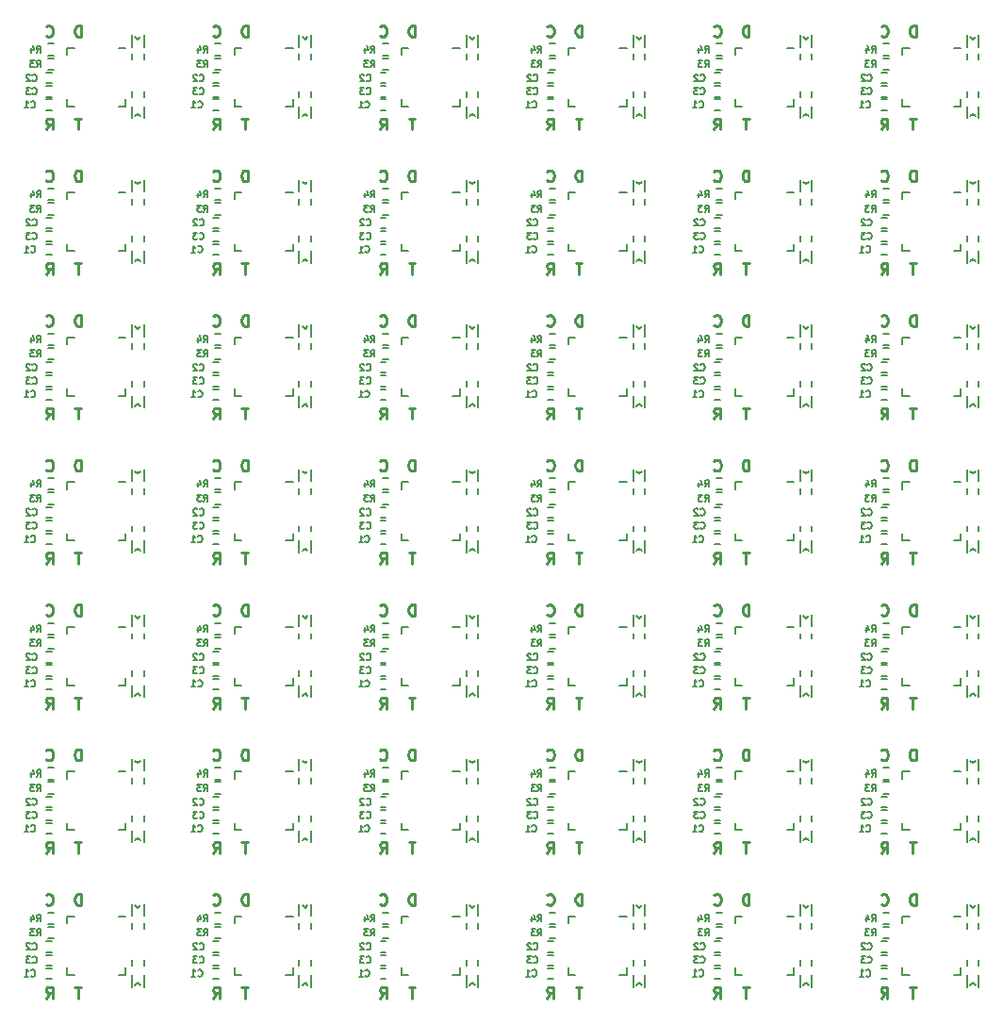
<source format=gbo>
%MOIN*%
%OFA0B0*%
%FSLAX46Y46*%
%IPPOS*%
%LPD*%
%ADD10C,0.0039370078740157488*%
%ADD11C,0.00984251968503937*%
%ADD12C,0.005905511811023622*%
%ADD23C,0.0039370078740157488*%
%ADD24C,0.00984251968503937*%
%ADD25C,0.005905511811023622*%
%ADD26C,0.0039370078740157488*%
%ADD27C,0.00984251968503937*%
%ADD28C,0.005905511811023622*%
%ADD29C,0.0039370078740157488*%
%ADD30C,0.00984251968503937*%
%ADD31C,0.005905511811023622*%
%ADD32C,0.0039370078740157488*%
%ADD33C,0.00984251968503937*%
%ADD34C,0.005905511811023622*%
%ADD35C,0.0039370078740157488*%
%ADD36C,0.00984251968503937*%
%ADD37C,0.005905511811023622*%
%ADD38C,0.0039370078740157488*%
%ADD39C,0.00984251968503937*%
%ADD40C,0.005905511811023622*%
%ADD41C,0.0039370078740157488*%
%ADD42C,0.00984251968503937*%
%ADD43C,0.005905511811023622*%
%ADD44C,0.0039370078740157488*%
%ADD45C,0.00984251968503937*%
%ADD46C,0.005905511811023622*%
%ADD47C,0.0039370078740157488*%
%ADD48C,0.00984251968503937*%
%ADD49C,0.005905511811023622*%
%ADD50C,0.0039370078740157488*%
%ADD51C,0.00984251968503937*%
%ADD52C,0.005905511811023622*%
%ADD53C,0.0039370078740157488*%
%ADD54C,0.00984251968503937*%
%ADD55C,0.005905511811023622*%
%ADD56C,0.0039370078740157488*%
%ADD57C,0.00984251968503937*%
%ADD58C,0.005905511811023622*%
%ADD59C,0.0039370078740157488*%
%ADD60C,0.00984251968503937*%
%ADD61C,0.005905511811023622*%
%ADD62C,0.0039370078740157488*%
%ADD63C,0.00984251968503937*%
%ADD64C,0.005905511811023622*%
%ADD65C,0.0039370078740157488*%
%ADD66C,0.00984251968503937*%
%ADD67C,0.005905511811023622*%
%ADD68C,0.0039370078740157488*%
%ADD69C,0.00984251968503937*%
%ADD70C,0.005905511811023622*%
%ADD71C,0.0039370078740157488*%
%ADD72C,0.00984251968503937*%
%ADD73C,0.005905511811023622*%
%ADD74C,0.0039370078740157488*%
%ADD75C,0.00984251968503937*%
%ADD76C,0.005905511811023622*%
%ADD77C,0.0039370078740157488*%
%ADD78C,0.00984251968503937*%
%ADD79C,0.005905511811023622*%
%ADD80C,0.0039370078740157488*%
%ADD81C,0.00984251968503937*%
%ADD82C,0.005905511811023622*%
%ADD83C,0.0039370078740157488*%
%ADD84C,0.00984251968503937*%
%ADD85C,0.005905511811023622*%
%ADD86C,0.0039370078740157488*%
%ADD87C,0.00984251968503937*%
%ADD88C,0.005905511811023622*%
%ADD89C,0.0039370078740157488*%
%ADD90C,0.00984251968503937*%
%ADD91C,0.005905511811023622*%
%ADD92C,0.0039370078740157488*%
%ADD93C,0.00984251968503937*%
%ADD94C,0.005905511811023622*%
%ADD95C,0.0039370078740157488*%
%ADD96C,0.00984251968503937*%
%ADD97C,0.005905511811023622*%
%ADD98C,0.0039370078740157488*%
%ADD99C,0.00984251968503937*%
%ADD100C,0.005905511811023622*%
%ADD101C,0.0039370078740157488*%
%ADD102C,0.00984251968503937*%
%ADD103C,0.005905511811023622*%
%ADD104C,0.0039370078740157488*%
%ADD105C,0.00984251968503937*%
%ADD106C,0.005905511811023622*%
%ADD107C,0.0039370078740157488*%
%ADD108C,0.00984251968503937*%
%ADD109C,0.005905511811023622*%
%ADD110C,0.0039370078740157488*%
%ADD111C,0.00984251968503937*%
%ADD112C,0.005905511811023622*%
%ADD113C,0.0039370078740157488*%
%ADD114C,0.00984251968503937*%
%ADD115C,0.005905511811023622*%
%ADD116C,0.0039370078740157488*%
%ADD117C,0.00984251968503937*%
%ADD118C,0.005905511811023622*%
%ADD119C,0.0039370078740157488*%
%ADD120C,0.00984251968503937*%
%ADD121C,0.005905511811023622*%
%ADD122C,0.0039370078740157488*%
%ADD123C,0.00984251968503937*%
%ADD124C,0.005905511811023622*%
%ADD125C,0.0039370078740157488*%
%ADD126C,0.00984251968503937*%
%ADD127C,0.005905511811023622*%
%ADD128C,0.0039370078740157488*%
%ADD129C,0.00984251968503937*%
%ADD130C,0.005905511811023622*%
%ADD131C,0.0039370078740157488*%
%ADD132C,0.00984251968503937*%
%ADD133C,0.005905511811023622*%
%ADD134C,0.0039370078740157488*%
%ADD135C,0.00984251968503937*%
%ADD136C,0.005905511811023622*%
%ADD137C,0.0039370078740157488*%
%ADD138C,0.00984251968503937*%
%ADD139C,0.005905511811023622*%
%ADD140C,0.0039370078740157488*%
%ADD141C,0.00984251968503937*%
%ADD142C,0.005905511811023622*%
%ADD143C,0.0039370078740157488*%
%ADD144C,0.00984251968503937*%
%ADD145C,0.005905511811023622*%
G01G01*
D10*
D11*
X0000203224Y0000361126D02*
X0000203224Y0000400496D01*
X0000193850Y0000400496D01*
X0000188226Y0000398622D01*
X0000184476Y0000394872D01*
X0000182602Y0000391122D01*
X0000180727Y0000383623D01*
X0000180727Y0000377999D01*
X0000182602Y0000370500D01*
X0000184476Y0000366751D01*
X0000188226Y0000363001D01*
X0000193850Y0000361126D01*
X0000203224Y0000361126D01*
X0000080333Y0000364876D02*
X0000082208Y0000363001D01*
X0000087832Y0000361126D01*
X0000091582Y0000361126D01*
X0000097206Y0000363001D01*
X0000100956Y0000366751D01*
X0000102830Y0000370500D01*
X0000104705Y0000377999D01*
X0000104705Y0000383623D01*
X0000102830Y0000391122D01*
X0000100956Y0000394872D01*
X0000097206Y0000398622D01*
X0000091582Y0000400496D01*
X0000087832Y0000400496D01*
X0000082208Y0000398622D01*
X0000080333Y0000396747D01*
X0000204161Y0000071756D02*
X0000181664Y0000071756D01*
X0000192913Y0000032386D02*
X0000192913Y0000071756D01*
X0000080333Y0000032386D02*
X0000093457Y0000051134D01*
X0000102830Y0000032386D02*
X0000102830Y0000071756D01*
X0000087832Y0000071756D01*
X0000084083Y0000069881D01*
X0000082208Y0000068007D01*
X0000080333Y0000064257D01*
X0000080333Y0000058633D01*
X0000082208Y0000054883D01*
X0000084083Y0000053009D01*
X0000087832Y0000051134D01*
X0000102830Y0000051134D01*
D12*
X0000426181Y0000167322D02*
X0000426181Y0000147637D01*
X0000384842Y0000147637D02*
X0000384842Y0000167322D01*
X0000405511Y0000351968D02*
X0000395669Y0000359842D01*
X0000415354Y0000359842D02*
X0000405511Y0000351968D01*
X0000426181Y0000365748D02*
X0000426181Y0000324409D01*
X0000384842Y0000365748D02*
X0000384842Y0000324409D01*
X0000101377Y0000101377D02*
X0000081692Y0000101377D01*
X0000081692Y0000138779D02*
X0000101377Y0000138779D01*
X0000081692Y0000233267D02*
X0000101377Y0000233267D01*
X0000101377Y0000195866D02*
X0000081692Y0000195866D01*
X0000081692Y0000186023D02*
X0000101377Y0000186023D01*
X0000101377Y0000148622D02*
X0000081692Y0000148622D01*
X0000405511Y0000086614D02*
X0000415354Y0000078740D01*
X0000395669Y0000078740D02*
X0000405511Y0000086614D01*
X0000384842Y0000072834D02*
X0000384842Y0000114173D01*
X0000426181Y0000072834D02*
X0000426181Y0000114173D01*
X0000426181Y0000299212D02*
X0000426181Y0000279527D01*
X0000384842Y0000279527D02*
X0000384842Y0000299212D01*
X0000108267Y0000243110D02*
X0000088582Y0000243110D01*
X0000088582Y0000284448D02*
X0000108267Y0000284448D01*
X0000108267Y0000294291D02*
X0000088582Y0000294291D01*
X0000088582Y0000335629D02*
X0000108267Y0000335629D01*
X0000155511Y0000321850D02*
X0000155511Y0000297244D01*
X0000362204Y0000115157D02*
X0000362204Y0000139763D01*
X0000155511Y0000115157D02*
X0000155511Y0000139763D01*
X0000362204Y0000321850D02*
X0000337598Y0000321850D01*
X0000362204Y0000115157D02*
X0000337598Y0000115157D01*
X0000155511Y0000115157D02*
X0000180118Y0000115157D01*
X0000155511Y0000321850D02*
X0000180118Y0000321850D01*
X0000027559Y0000111642D02*
X0000028683Y0000110517D01*
X0000032058Y0000109392D01*
X0000034308Y0000109392D01*
X0000037682Y0000110517D01*
X0000039932Y0000112767D01*
X0000041057Y0000115016D01*
X0000042182Y0000119516D01*
X0000042182Y0000122890D01*
X0000041057Y0000127390D01*
X0000039932Y0000129640D01*
X0000037682Y0000131889D01*
X0000034308Y0000133014D01*
X0000032058Y0000133014D01*
X0000028683Y0000131889D01*
X0000027559Y0000130764D01*
X0000005061Y0000109392D02*
X0000018560Y0000109392D01*
X0000011811Y0000109392D02*
X0000011811Y0000133014D01*
X0000014060Y0000129640D01*
X0000016310Y0000127390D01*
X0000018560Y0000126265D01*
X0000032480Y0000206130D02*
X0000033605Y0000205005D01*
X0000036979Y0000203880D01*
X0000039229Y0000203880D01*
X0000042604Y0000205005D01*
X0000044853Y0000207255D01*
X0000045978Y0000209505D01*
X0000047103Y0000214004D01*
X0000047103Y0000217379D01*
X0000045978Y0000221878D01*
X0000044853Y0000224128D01*
X0000042604Y0000226377D01*
X0000039229Y0000227502D01*
X0000036979Y0000227502D01*
X0000033605Y0000226377D01*
X0000032480Y0000225253D01*
X0000023481Y0000225253D02*
X0000022356Y0000226377D01*
X0000020106Y0000227502D01*
X0000014482Y0000227502D01*
X0000012232Y0000226377D01*
X0000011107Y0000225253D01*
X0000009983Y0000223003D01*
X0000009983Y0000220753D01*
X0000011107Y0000217379D01*
X0000024606Y0000203880D01*
X0000009983Y0000203880D01*
X0000032480Y0000158886D02*
X0000033605Y0000157761D01*
X0000036979Y0000156636D01*
X0000039229Y0000156636D01*
X0000042604Y0000157761D01*
X0000044853Y0000160011D01*
X0000045978Y0000162260D01*
X0000047103Y0000166760D01*
X0000047103Y0000170135D01*
X0000045978Y0000174634D01*
X0000044853Y0000176884D01*
X0000042604Y0000179133D01*
X0000039229Y0000180258D01*
X0000036979Y0000180258D01*
X0000033605Y0000179133D01*
X0000032480Y0000178009D01*
X0000024606Y0000180258D02*
X0000009983Y0000180258D01*
X0000017857Y0000171259D01*
X0000014482Y0000171259D01*
X0000012232Y0000170135D01*
X0000011107Y0000169010D01*
X0000009983Y0000166760D01*
X0000009983Y0000161136D01*
X0000011107Y0000158886D01*
X0000012232Y0000157761D01*
X0000014482Y0000156636D01*
X0000021231Y0000156636D01*
X0000023481Y0000157761D01*
X0000024606Y0000158886D01*
X0000047244Y0000253093D02*
X0000055118Y0000264341D01*
X0000060742Y0000253093D02*
X0000060742Y0000276715D01*
X0000051743Y0000276715D01*
X0000049493Y0000275590D01*
X0000048368Y0000274465D01*
X0000047244Y0000272215D01*
X0000047244Y0000268841D01*
X0000048368Y0000266591D01*
X0000049493Y0000265466D01*
X0000051743Y0000264341D01*
X0000060742Y0000264341D01*
X0000039370Y0000276715D02*
X0000024746Y0000276715D01*
X0000032620Y0000267716D01*
X0000029246Y0000267716D01*
X0000026996Y0000266591D01*
X0000025871Y0000265466D01*
X0000024746Y0000263217D01*
X0000024746Y0000257592D01*
X0000025871Y0000255343D01*
X0000026996Y0000254218D01*
X0000029246Y0000253093D01*
X0000035995Y0000253093D01*
X0000038245Y0000254218D01*
X0000039370Y0000255343D01*
X0000047244Y0000304274D02*
X0000055118Y0000315523D01*
X0000060742Y0000304274D02*
X0000060742Y0000327896D01*
X0000051743Y0000327896D01*
X0000049493Y0000326771D01*
X0000048368Y0000325646D01*
X0000047244Y0000323397D01*
X0000047244Y0000320022D01*
X0000048368Y0000317772D01*
X0000049493Y0000316647D01*
X0000051743Y0000315523D01*
X0000060742Y0000315523D01*
X0000026996Y0000320022D02*
X0000026996Y0000304274D01*
X0000032620Y0000329021D02*
X0000038245Y0000312148D01*
X0000023622Y0000312148D01*
G04 next file*
G04 #@! TF.GenerationSoftware,KiCad,Pcbnew,(2017-01-20 revision 550a1ea)-makepkg*
G04 #@! TF.CreationDate,2017-01-30T22:44:56+01:00*
G04 #@! TF.ProjectId,tomu,746F6D752E6B696361645F7063620000,rev?*
G04 #@! TF.FileFunction,Legend,Bot*
G04 #@! TF.FilePolarity,Positive*
G04 Gerber Fmt 4.6, Leading zero omitted, Abs format (unit mm)*
G04 Created by KiCad (PCBNEW (2017-01-20 revision 550a1ea)-makepkg) date 01/30/17 22:44:56*
G01G01*
G04 APERTURE LIST*
G04 APERTURE END LIST*
D23*
D24*
X0000793775Y0000361126D02*
X0000793775Y0000400496D01*
X0000784401Y0000400496D01*
X0000778777Y0000398622D01*
X0000775028Y0000394872D01*
X0000773153Y0000391122D01*
X0000771278Y0000383623D01*
X0000771278Y0000377999D01*
X0000773153Y0000370500D01*
X0000775028Y0000366751D01*
X0000778777Y0000363001D01*
X0000784401Y0000361126D01*
X0000793775Y0000361126D01*
X0000670884Y0000364876D02*
X0000672759Y0000363001D01*
X0000678383Y0000361126D01*
X0000682133Y0000361126D01*
X0000687757Y0000363001D01*
X0000691507Y0000366751D01*
X0000693382Y0000370500D01*
X0000695256Y0000377999D01*
X0000695256Y0000383623D01*
X0000693382Y0000391122D01*
X0000691507Y0000394872D01*
X0000687757Y0000398622D01*
X0000682133Y0000400496D01*
X0000678383Y0000400496D01*
X0000672759Y0000398622D01*
X0000670884Y0000396747D01*
X0000794713Y0000071756D02*
X0000772215Y0000071756D01*
X0000783464Y0000032386D02*
X0000783464Y0000071756D01*
X0000670884Y0000032386D02*
X0000684008Y0000051134D01*
X0000693382Y0000032386D02*
X0000693382Y0000071756D01*
X0000678383Y0000071756D01*
X0000674634Y0000069881D01*
X0000672759Y0000068007D01*
X0000670884Y0000064257D01*
X0000670884Y0000058633D01*
X0000672759Y0000054883D01*
X0000674634Y0000053009D01*
X0000678383Y0000051134D01*
X0000693382Y0000051134D01*
D25*
X0001016732Y0000167322D02*
X0001016732Y0000147637D01*
X0000975393Y0000147637D02*
X0000975393Y0000167322D01*
X0000996062Y0000351968D02*
X0000986220Y0000359842D01*
X0001005905Y0000359842D02*
X0000996062Y0000351968D01*
X0001016732Y0000365748D02*
X0001016732Y0000324409D01*
X0000975393Y0000365748D02*
X0000975393Y0000324409D01*
X0000691929Y0000101377D02*
X0000672244Y0000101377D01*
X0000672244Y0000138779D02*
X0000691929Y0000138779D01*
X0000672244Y0000233267D02*
X0000691929Y0000233267D01*
X0000691929Y0000195866D02*
X0000672244Y0000195866D01*
X0000672244Y0000186023D02*
X0000691929Y0000186023D01*
X0000691929Y0000148622D02*
X0000672244Y0000148622D01*
X0000996062Y0000086614D02*
X0001005905Y0000078740D01*
X0000986220Y0000078740D02*
X0000996062Y0000086614D01*
X0000975393Y0000072834D02*
X0000975393Y0000114173D01*
X0001016732Y0000072834D02*
X0001016732Y0000114173D01*
X0001016732Y0000299212D02*
X0001016732Y0000279527D01*
X0000975393Y0000279527D02*
X0000975393Y0000299212D01*
X0000698818Y0000243110D02*
X0000679133Y0000243110D01*
X0000679133Y0000284448D02*
X0000698818Y0000284448D01*
X0000698818Y0000294291D02*
X0000679133Y0000294291D01*
X0000679133Y0000335629D02*
X0000698818Y0000335629D01*
X0000746062Y0000321850D02*
X0000746062Y0000297244D01*
X0000952755Y0000115157D02*
X0000952755Y0000139763D01*
X0000746062Y0000115157D02*
X0000746062Y0000139763D01*
X0000952755Y0000321850D02*
X0000928149Y0000321850D01*
X0000952755Y0000115157D02*
X0000928149Y0000115157D01*
X0000746062Y0000115157D02*
X0000770669Y0000115157D01*
X0000746062Y0000321850D02*
X0000770669Y0000321850D01*
X0000618110Y0000111642D02*
X0000619235Y0000110517D01*
X0000622609Y0000109392D01*
X0000624859Y0000109392D01*
X0000628233Y0000110517D01*
X0000630483Y0000112767D01*
X0000631608Y0000115016D01*
X0000632733Y0000119516D01*
X0000632733Y0000122890D01*
X0000631608Y0000127390D01*
X0000630483Y0000129640D01*
X0000628233Y0000131889D01*
X0000624859Y0000133014D01*
X0000622609Y0000133014D01*
X0000619235Y0000131889D01*
X0000618110Y0000130764D01*
X0000595613Y0000109392D02*
X0000609111Y0000109392D01*
X0000602362Y0000109392D02*
X0000602362Y0000133014D01*
X0000604611Y0000129640D01*
X0000606861Y0000127390D01*
X0000609111Y0000126265D01*
X0000623031Y0000206130D02*
X0000624156Y0000205005D01*
X0000627530Y0000203880D01*
X0000629780Y0000203880D01*
X0000633155Y0000205005D01*
X0000635404Y0000207255D01*
X0000636529Y0000209505D01*
X0000637654Y0000214004D01*
X0000637654Y0000217379D01*
X0000636529Y0000221878D01*
X0000635404Y0000224128D01*
X0000633155Y0000226377D01*
X0000629780Y0000227502D01*
X0000627530Y0000227502D01*
X0000624156Y0000226377D01*
X0000623031Y0000225253D01*
X0000614032Y0000225253D02*
X0000612907Y0000226377D01*
X0000610658Y0000227502D01*
X0000605033Y0000227502D01*
X0000602784Y0000226377D01*
X0000601659Y0000225253D01*
X0000600534Y0000223003D01*
X0000600534Y0000220753D01*
X0000601659Y0000217379D01*
X0000615157Y0000203880D01*
X0000600534Y0000203880D01*
X0000623031Y0000158886D02*
X0000624156Y0000157761D01*
X0000627530Y0000156636D01*
X0000629780Y0000156636D01*
X0000633155Y0000157761D01*
X0000635404Y0000160011D01*
X0000636529Y0000162260D01*
X0000637654Y0000166760D01*
X0000637654Y0000170135D01*
X0000636529Y0000174634D01*
X0000635404Y0000176884D01*
X0000633155Y0000179133D01*
X0000629780Y0000180258D01*
X0000627530Y0000180258D01*
X0000624156Y0000179133D01*
X0000623031Y0000178009D01*
X0000615157Y0000180258D02*
X0000600534Y0000180258D01*
X0000608408Y0000171259D01*
X0000605033Y0000171259D01*
X0000602784Y0000170135D01*
X0000601659Y0000169010D01*
X0000600534Y0000166760D01*
X0000600534Y0000161136D01*
X0000601659Y0000158886D01*
X0000602784Y0000157761D01*
X0000605033Y0000156636D01*
X0000611782Y0000156636D01*
X0000614032Y0000157761D01*
X0000615157Y0000158886D01*
X0000637795Y0000253093D02*
X0000645669Y0000264341D01*
X0000651293Y0000253093D02*
X0000651293Y0000276715D01*
X0000642294Y0000276715D01*
X0000640044Y0000275590D01*
X0000638920Y0000274465D01*
X0000637795Y0000272215D01*
X0000637795Y0000268841D01*
X0000638920Y0000266591D01*
X0000640044Y0000265466D01*
X0000642294Y0000264341D01*
X0000651293Y0000264341D01*
X0000629921Y0000276715D02*
X0000615298Y0000276715D01*
X0000623172Y0000267716D01*
X0000619797Y0000267716D01*
X0000617547Y0000266591D01*
X0000616422Y0000265466D01*
X0000615298Y0000263217D01*
X0000615298Y0000257592D01*
X0000616422Y0000255343D01*
X0000617547Y0000254218D01*
X0000619797Y0000253093D01*
X0000626546Y0000253093D01*
X0000628796Y0000254218D01*
X0000629921Y0000255343D01*
X0000637795Y0000304274D02*
X0000645669Y0000315523D01*
X0000651293Y0000304274D02*
X0000651293Y0000327896D01*
X0000642294Y0000327896D01*
X0000640044Y0000326771D01*
X0000638920Y0000325646D01*
X0000637795Y0000323397D01*
X0000637795Y0000320022D01*
X0000638920Y0000317772D01*
X0000640044Y0000316647D01*
X0000642294Y0000315523D01*
X0000651293Y0000315523D01*
X0000617547Y0000320022D02*
X0000617547Y0000304274D01*
X0000623172Y0000329021D02*
X0000628796Y0000312148D01*
X0000614173Y0000312148D01*
G04 next file*
G04 #@! TF.GenerationSoftware,KiCad,Pcbnew,(2017-01-20 revision 550a1ea)-makepkg*
G04 #@! TF.CreationDate,2017-01-30T22:44:56+01:00*
G04 #@! TF.ProjectId,tomu,746F6D752E6B696361645F7063620000,rev?*
G04 #@! TF.FileFunction,Legend,Bot*
G04 #@! TF.FilePolarity,Positive*
G04 Gerber Fmt 4.6, Leading zero omitted, Abs format (unit mm)*
G04 Created by KiCad (PCBNEW (2017-01-20 revision 550a1ea)-makepkg) date 01/30/17 22:44:56*
G01G01*
G04 APERTURE LIST*
G04 APERTURE END LIST*
D26*
D27*
X0001384326Y0000361126D02*
X0001384326Y0000400496D01*
X0001374953Y0000400496D01*
X0001369328Y0000398622D01*
X0001365579Y0000394872D01*
X0001363704Y0000391122D01*
X0001361829Y0000383623D01*
X0001361829Y0000377999D01*
X0001363704Y0000370500D01*
X0001365579Y0000366751D01*
X0001369328Y0000363001D01*
X0001374953Y0000361126D01*
X0001384326Y0000361126D01*
X0001261436Y0000364876D02*
X0001263310Y0000363001D01*
X0001268935Y0000361126D01*
X0001272684Y0000361126D01*
X0001278308Y0000363001D01*
X0001282058Y0000366751D01*
X0001283933Y0000370500D01*
X0001285807Y0000377999D01*
X0001285807Y0000383623D01*
X0001283933Y0000391122D01*
X0001282058Y0000394872D01*
X0001278308Y0000398622D01*
X0001272684Y0000400496D01*
X0001268935Y0000400496D01*
X0001263310Y0000398622D01*
X0001261436Y0000396747D01*
X0001385264Y0000071756D02*
X0001362767Y0000071756D01*
X0001374015Y0000032386D02*
X0001374015Y0000071756D01*
X0001261436Y0000032386D02*
X0001274559Y0000051134D01*
X0001283933Y0000032386D02*
X0001283933Y0000071756D01*
X0001268935Y0000071756D01*
X0001265185Y0000069881D01*
X0001263310Y0000068007D01*
X0001261436Y0000064257D01*
X0001261436Y0000058633D01*
X0001263310Y0000054883D01*
X0001265185Y0000053009D01*
X0001268935Y0000051134D01*
X0001283933Y0000051134D01*
D28*
X0001607283Y0000167322D02*
X0001607283Y0000147637D01*
X0001565944Y0000147637D02*
X0001565944Y0000167322D01*
X0001586614Y0000351968D02*
X0001576771Y0000359842D01*
X0001596456Y0000359842D02*
X0001586614Y0000351968D01*
X0001607283Y0000365748D02*
X0001607283Y0000324409D01*
X0001565944Y0000365748D02*
X0001565944Y0000324409D01*
X0001282480Y0000101377D02*
X0001262795Y0000101377D01*
X0001262795Y0000138779D02*
X0001282480Y0000138779D01*
X0001262795Y0000233267D02*
X0001282480Y0000233267D01*
X0001282480Y0000195866D02*
X0001262795Y0000195866D01*
X0001262795Y0000186023D02*
X0001282480Y0000186023D01*
X0001282480Y0000148622D02*
X0001262795Y0000148622D01*
X0001586614Y0000086614D02*
X0001596456Y0000078740D01*
X0001576771Y0000078740D02*
X0001586614Y0000086614D01*
X0001565944Y0000072834D02*
X0001565944Y0000114173D01*
X0001607283Y0000072834D02*
X0001607283Y0000114173D01*
X0001607283Y0000299212D02*
X0001607283Y0000279527D01*
X0001565944Y0000279527D02*
X0001565944Y0000299212D01*
X0001289370Y0000243110D02*
X0001269685Y0000243110D01*
X0001269685Y0000284448D02*
X0001289370Y0000284448D01*
X0001289370Y0000294291D02*
X0001269685Y0000294291D01*
X0001269685Y0000335629D02*
X0001289370Y0000335629D01*
X0001336614Y0000321850D02*
X0001336614Y0000297244D01*
X0001543307Y0000115157D02*
X0001543307Y0000139763D01*
X0001336614Y0000115157D02*
X0001336614Y0000139763D01*
X0001543307Y0000321850D02*
X0001518700Y0000321850D01*
X0001543307Y0000115157D02*
X0001518700Y0000115157D01*
X0001336614Y0000115157D02*
X0001361220Y0000115157D01*
X0001336614Y0000321850D02*
X0001361220Y0000321850D01*
X0001208661Y0000111642D02*
X0001209786Y0000110517D01*
X0001213160Y0000109392D01*
X0001215410Y0000109392D01*
X0001218785Y0000110517D01*
X0001221034Y0000112767D01*
X0001222159Y0000115016D01*
X0001223284Y0000119516D01*
X0001223284Y0000122890D01*
X0001222159Y0000127390D01*
X0001221034Y0000129640D01*
X0001218785Y0000131889D01*
X0001215410Y0000133014D01*
X0001213160Y0000133014D01*
X0001209786Y0000131889D01*
X0001208661Y0000130764D01*
X0001186164Y0000109392D02*
X0001199662Y0000109392D01*
X0001192913Y0000109392D02*
X0001192913Y0000133014D01*
X0001195163Y0000129640D01*
X0001197412Y0000127390D01*
X0001199662Y0000126265D01*
X0001213582Y0000206130D02*
X0001214707Y0000205005D01*
X0001218082Y0000203880D01*
X0001220331Y0000203880D01*
X0001223706Y0000205005D01*
X0001225956Y0000207255D01*
X0001227080Y0000209505D01*
X0001228205Y0000214004D01*
X0001228205Y0000217379D01*
X0001227080Y0000221878D01*
X0001225956Y0000224128D01*
X0001223706Y0000226377D01*
X0001220331Y0000227502D01*
X0001218082Y0000227502D01*
X0001214707Y0000226377D01*
X0001213582Y0000225253D01*
X0001204583Y0000225253D02*
X0001203458Y0000226377D01*
X0001201209Y0000227502D01*
X0001195584Y0000227502D01*
X0001193335Y0000226377D01*
X0001192210Y0000225253D01*
X0001191085Y0000223003D01*
X0001191085Y0000220753D01*
X0001192210Y0000217379D01*
X0001205708Y0000203880D01*
X0001191085Y0000203880D01*
X0001213582Y0000158886D02*
X0001214707Y0000157761D01*
X0001218082Y0000156636D01*
X0001220331Y0000156636D01*
X0001223706Y0000157761D01*
X0001225956Y0000160011D01*
X0001227080Y0000162260D01*
X0001228205Y0000166760D01*
X0001228205Y0000170135D01*
X0001227080Y0000174634D01*
X0001225956Y0000176884D01*
X0001223706Y0000179133D01*
X0001220331Y0000180258D01*
X0001218082Y0000180258D01*
X0001214707Y0000179133D01*
X0001213582Y0000178009D01*
X0001205708Y0000180258D02*
X0001191085Y0000180258D01*
X0001198959Y0000171259D01*
X0001195584Y0000171259D01*
X0001193335Y0000170135D01*
X0001192210Y0000169010D01*
X0001191085Y0000166760D01*
X0001191085Y0000161136D01*
X0001192210Y0000158886D01*
X0001193335Y0000157761D01*
X0001195584Y0000156636D01*
X0001202334Y0000156636D01*
X0001204583Y0000157761D01*
X0001205708Y0000158886D01*
X0001228346Y0000253093D02*
X0001236220Y0000264341D01*
X0001241844Y0000253093D02*
X0001241844Y0000276715D01*
X0001232845Y0000276715D01*
X0001230596Y0000275590D01*
X0001229471Y0000274465D01*
X0001228346Y0000272215D01*
X0001228346Y0000268841D01*
X0001229471Y0000266591D01*
X0001230596Y0000265466D01*
X0001232845Y0000264341D01*
X0001241844Y0000264341D01*
X0001220472Y0000276715D02*
X0001205849Y0000276715D01*
X0001213723Y0000267716D01*
X0001210348Y0000267716D01*
X0001208098Y0000266591D01*
X0001206974Y0000265466D01*
X0001205849Y0000263217D01*
X0001205849Y0000257592D01*
X0001206974Y0000255343D01*
X0001208098Y0000254218D01*
X0001210348Y0000253093D01*
X0001217097Y0000253093D01*
X0001219347Y0000254218D01*
X0001220472Y0000255343D01*
X0001228346Y0000304274D02*
X0001236220Y0000315523D01*
X0001241844Y0000304274D02*
X0001241844Y0000327896D01*
X0001232845Y0000327896D01*
X0001230596Y0000326771D01*
X0001229471Y0000325646D01*
X0001228346Y0000323397D01*
X0001228346Y0000320022D01*
X0001229471Y0000317772D01*
X0001230596Y0000316647D01*
X0001232845Y0000315523D01*
X0001241844Y0000315523D01*
X0001208098Y0000320022D02*
X0001208098Y0000304274D01*
X0001213723Y0000329021D02*
X0001219347Y0000312148D01*
X0001204724Y0000312148D01*
G04 next file*
G04 #@! TF.GenerationSoftware,KiCad,Pcbnew,(2017-01-20 revision 550a1ea)-makepkg*
G04 #@! TF.CreationDate,2017-01-30T22:44:56+01:00*
G04 #@! TF.ProjectId,tomu,746F6D752E6B696361645F7063620000,rev?*
G04 #@! TF.FileFunction,Legend,Bot*
G04 #@! TF.FilePolarity,Positive*
G04 Gerber Fmt 4.6, Leading zero omitted, Abs format (unit mm)*
G04 Created by KiCad (PCBNEW (2017-01-20 revision 550a1ea)-makepkg) date 01/30/17 22:44:56*
G01G01*
G04 APERTURE LIST*
G04 APERTURE END LIST*
D29*
D30*
X0001974878Y0000361126D02*
X0001974878Y0000400496D01*
X0001965504Y0000400496D01*
X0001959880Y0000398622D01*
X0001956130Y0000394872D01*
X0001954255Y0000391122D01*
X0001952380Y0000383623D01*
X0001952380Y0000377999D01*
X0001954255Y0000370500D01*
X0001956130Y0000366751D01*
X0001959880Y0000363001D01*
X0001965504Y0000361126D01*
X0001974878Y0000361126D01*
X0001851987Y0000364876D02*
X0001853862Y0000363001D01*
X0001859486Y0000361126D01*
X0001863235Y0000361126D01*
X0001868860Y0000363001D01*
X0001872609Y0000366751D01*
X0001874484Y0000370500D01*
X0001876359Y0000377999D01*
X0001876359Y0000383623D01*
X0001874484Y0000391122D01*
X0001872609Y0000394872D01*
X0001868860Y0000398622D01*
X0001863235Y0000400496D01*
X0001859486Y0000400496D01*
X0001853862Y0000398622D01*
X0001851987Y0000396747D01*
X0001975815Y0000071756D02*
X0001953318Y0000071756D01*
X0001964566Y0000032386D02*
X0001964566Y0000071756D01*
X0001851987Y0000032386D02*
X0001865110Y0000051134D01*
X0001874484Y0000032386D02*
X0001874484Y0000071756D01*
X0001859486Y0000071756D01*
X0001855736Y0000069881D01*
X0001853862Y0000068007D01*
X0001851987Y0000064257D01*
X0001851987Y0000058633D01*
X0001853862Y0000054883D01*
X0001855736Y0000053009D01*
X0001859486Y0000051134D01*
X0001874484Y0000051134D01*
D31*
X0002197834Y0000167322D02*
X0002197834Y0000147637D01*
X0002156496Y0000147637D02*
X0002156496Y0000167322D01*
X0002177165Y0000351968D02*
X0002167322Y0000359842D01*
X0002187007Y0000359842D02*
X0002177165Y0000351968D01*
X0002197834Y0000365748D02*
X0002197834Y0000324409D01*
X0002156496Y0000365748D02*
X0002156496Y0000324409D01*
X0001873031Y0000101377D02*
X0001853346Y0000101377D01*
X0001853346Y0000138779D02*
X0001873031Y0000138779D01*
X0001853346Y0000233267D02*
X0001873031Y0000233267D01*
X0001873031Y0000195866D02*
X0001853346Y0000195866D01*
X0001853346Y0000186023D02*
X0001873031Y0000186023D01*
X0001873031Y0000148622D02*
X0001853346Y0000148622D01*
X0002177165Y0000086614D02*
X0002187007Y0000078740D01*
X0002167322Y0000078740D02*
X0002177165Y0000086614D01*
X0002156496Y0000072834D02*
X0002156496Y0000114173D01*
X0002197834Y0000072834D02*
X0002197834Y0000114173D01*
X0002197834Y0000299212D02*
X0002197834Y0000279527D01*
X0002156496Y0000279527D02*
X0002156496Y0000299212D01*
X0001879921Y0000243110D02*
X0001860236Y0000243110D01*
X0001860236Y0000284448D02*
X0001879921Y0000284448D01*
X0001879921Y0000294291D02*
X0001860236Y0000294291D01*
X0001860236Y0000335629D02*
X0001879921Y0000335629D01*
X0001927165Y0000321850D02*
X0001927165Y0000297244D01*
X0002133858Y0000115157D02*
X0002133858Y0000139763D01*
X0001927165Y0000115157D02*
X0001927165Y0000139763D01*
X0002133858Y0000321850D02*
X0002109251Y0000321850D01*
X0002133858Y0000115157D02*
X0002109251Y0000115157D01*
X0001927165Y0000115157D02*
X0001951771Y0000115157D01*
X0001927165Y0000321850D02*
X0001951771Y0000321850D01*
X0001799212Y0000111642D02*
X0001800337Y0000110517D01*
X0001803712Y0000109392D01*
X0001805961Y0000109392D01*
X0001809336Y0000110517D01*
X0001811586Y0000112767D01*
X0001812710Y0000115016D01*
X0001813835Y0000119516D01*
X0001813835Y0000122890D01*
X0001812710Y0000127390D01*
X0001811586Y0000129640D01*
X0001809336Y0000131889D01*
X0001805961Y0000133014D01*
X0001803712Y0000133014D01*
X0001800337Y0000131889D01*
X0001799212Y0000130764D01*
X0001776715Y0000109392D02*
X0001790213Y0000109392D01*
X0001783464Y0000109392D02*
X0001783464Y0000133014D01*
X0001785714Y0000129640D01*
X0001787963Y0000127390D01*
X0001790213Y0000126265D01*
X0001804133Y0000206130D02*
X0001805258Y0000205005D01*
X0001808633Y0000203880D01*
X0001810882Y0000203880D01*
X0001814257Y0000205005D01*
X0001816507Y0000207255D01*
X0001817632Y0000209505D01*
X0001818757Y0000214004D01*
X0001818757Y0000217379D01*
X0001817632Y0000221878D01*
X0001816507Y0000224128D01*
X0001814257Y0000226377D01*
X0001810882Y0000227502D01*
X0001808633Y0000227502D01*
X0001805258Y0000226377D01*
X0001804133Y0000225253D01*
X0001795134Y0000225253D02*
X0001794010Y0000226377D01*
X0001791760Y0000227502D01*
X0001786136Y0000227502D01*
X0001783886Y0000226377D01*
X0001782761Y0000225253D01*
X0001781636Y0000223003D01*
X0001781636Y0000220753D01*
X0001782761Y0000217379D01*
X0001796259Y0000203880D01*
X0001781636Y0000203880D01*
X0001804133Y0000158886D02*
X0001805258Y0000157761D01*
X0001808633Y0000156636D01*
X0001810882Y0000156636D01*
X0001814257Y0000157761D01*
X0001816507Y0000160011D01*
X0001817632Y0000162260D01*
X0001818757Y0000166760D01*
X0001818757Y0000170135D01*
X0001817632Y0000174634D01*
X0001816507Y0000176884D01*
X0001814257Y0000179133D01*
X0001810882Y0000180258D01*
X0001808633Y0000180258D01*
X0001805258Y0000179133D01*
X0001804133Y0000178009D01*
X0001796259Y0000180258D02*
X0001781636Y0000180258D01*
X0001789510Y0000171259D01*
X0001786136Y0000171259D01*
X0001783886Y0000170135D01*
X0001782761Y0000169010D01*
X0001781636Y0000166760D01*
X0001781636Y0000161136D01*
X0001782761Y0000158886D01*
X0001783886Y0000157761D01*
X0001786136Y0000156636D01*
X0001792885Y0000156636D01*
X0001795134Y0000157761D01*
X0001796259Y0000158886D01*
X0001818897Y0000253093D02*
X0001826771Y0000264341D01*
X0001832395Y0000253093D02*
X0001832395Y0000276715D01*
X0001823397Y0000276715D01*
X0001821147Y0000275590D01*
X0001820022Y0000274465D01*
X0001818897Y0000272215D01*
X0001818897Y0000268841D01*
X0001820022Y0000266591D01*
X0001821147Y0000265466D01*
X0001823397Y0000264341D01*
X0001832395Y0000264341D01*
X0001811023Y0000276715D02*
X0001796400Y0000276715D01*
X0001804274Y0000267716D01*
X0001800899Y0000267716D01*
X0001798650Y0000266591D01*
X0001797525Y0000265466D01*
X0001796400Y0000263217D01*
X0001796400Y0000257592D01*
X0001797525Y0000255343D01*
X0001798650Y0000254218D01*
X0001800899Y0000253093D01*
X0001807649Y0000253093D01*
X0001809898Y0000254218D01*
X0001811023Y0000255343D01*
X0001818897Y0000304274D02*
X0001826771Y0000315523D01*
X0001832395Y0000304274D02*
X0001832395Y0000327896D01*
X0001823397Y0000327896D01*
X0001821147Y0000326771D01*
X0001820022Y0000325646D01*
X0001818897Y0000323397D01*
X0001818897Y0000320022D01*
X0001820022Y0000317772D01*
X0001821147Y0000316647D01*
X0001823397Y0000315523D01*
X0001832395Y0000315523D01*
X0001798650Y0000320022D02*
X0001798650Y0000304274D01*
X0001804274Y0000329021D02*
X0001809898Y0000312148D01*
X0001795275Y0000312148D01*
G04 next file*
G04 #@! TF.GenerationSoftware,KiCad,Pcbnew,(2017-01-20 revision 550a1ea)-makepkg*
G04 #@! TF.CreationDate,2017-01-30T22:44:56+01:00*
G04 #@! TF.ProjectId,tomu,746F6D752E6B696361645F7063620000,rev?*
G04 #@! TF.FileFunction,Legend,Bot*
G04 #@! TF.FilePolarity,Positive*
G04 Gerber Fmt 4.6, Leading zero omitted, Abs format (unit mm)*
G04 Created by KiCad (PCBNEW (2017-01-20 revision 550a1ea)-makepkg) date 01/30/17 22:44:56*
G01G01*
G04 APERTURE LIST*
G04 APERTURE END LIST*
D32*
D33*
X0002565429Y0000361126D02*
X0002565429Y0000400496D01*
X0002556055Y0000400496D01*
X0002550431Y0000398622D01*
X0002546681Y0000394872D01*
X0002544806Y0000391122D01*
X0002542932Y0000383623D01*
X0002542932Y0000377999D01*
X0002544806Y0000370500D01*
X0002546681Y0000366751D01*
X0002550431Y0000363001D01*
X0002556055Y0000361126D01*
X0002565429Y0000361126D01*
X0002442538Y0000364876D02*
X0002444413Y0000363001D01*
X0002450037Y0000361126D01*
X0002453787Y0000361126D01*
X0002459411Y0000363001D01*
X0002463160Y0000366751D01*
X0002465035Y0000370500D01*
X0002466910Y0000377999D01*
X0002466910Y0000383623D01*
X0002465035Y0000391122D01*
X0002463160Y0000394872D01*
X0002459411Y0000398622D01*
X0002453787Y0000400496D01*
X0002450037Y0000400496D01*
X0002444413Y0000398622D01*
X0002442538Y0000396747D01*
X0002566366Y0000071756D02*
X0002543869Y0000071756D01*
X0002555118Y0000032386D02*
X0002555118Y0000071756D01*
X0002442538Y0000032386D02*
X0002455661Y0000051134D01*
X0002465035Y0000032386D02*
X0002465035Y0000071756D01*
X0002450037Y0000071756D01*
X0002446287Y0000069881D01*
X0002444413Y0000068007D01*
X0002442538Y0000064257D01*
X0002442538Y0000058633D01*
X0002444413Y0000054883D01*
X0002446287Y0000053009D01*
X0002450037Y0000051134D01*
X0002465035Y0000051134D01*
D34*
X0002788385Y0000167322D02*
X0002788385Y0000147637D01*
X0002747047Y0000147637D02*
X0002747047Y0000167322D01*
X0002767716Y0000351968D02*
X0002757874Y0000359842D01*
X0002777559Y0000359842D02*
X0002767716Y0000351968D01*
X0002788385Y0000365748D02*
X0002788385Y0000324409D01*
X0002747047Y0000365748D02*
X0002747047Y0000324409D01*
X0002463582Y0000101377D02*
X0002443897Y0000101377D01*
X0002443897Y0000138779D02*
X0002463582Y0000138779D01*
X0002443897Y0000233267D02*
X0002463582Y0000233267D01*
X0002463582Y0000195866D02*
X0002443897Y0000195866D01*
X0002443897Y0000186023D02*
X0002463582Y0000186023D01*
X0002463582Y0000148622D02*
X0002443897Y0000148622D01*
X0002767716Y0000086614D02*
X0002777559Y0000078740D01*
X0002757874Y0000078740D02*
X0002767716Y0000086614D01*
X0002747047Y0000072834D02*
X0002747047Y0000114173D01*
X0002788385Y0000072834D02*
X0002788385Y0000114173D01*
X0002788385Y0000299212D02*
X0002788385Y0000279527D01*
X0002747047Y0000279527D02*
X0002747047Y0000299212D01*
X0002470472Y0000243110D02*
X0002450787Y0000243110D01*
X0002450787Y0000284448D02*
X0002470472Y0000284448D01*
X0002470472Y0000294291D02*
X0002450787Y0000294291D01*
X0002450787Y0000335629D02*
X0002470472Y0000335629D01*
X0002517716Y0000321850D02*
X0002517716Y0000297244D01*
X0002724409Y0000115157D02*
X0002724409Y0000139763D01*
X0002517716Y0000115157D02*
X0002517716Y0000139763D01*
X0002724409Y0000321850D02*
X0002699803Y0000321850D01*
X0002724409Y0000115157D02*
X0002699803Y0000115157D01*
X0002517716Y0000115157D02*
X0002542322Y0000115157D01*
X0002517716Y0000321850D02*
X0002542322Y0000321850D01*
X0002389763Y0000111642D02*
X0002390888Y0000110517D01*
X0002394263Y0000109392D01*
X0002396512Y0000109392D01*
X0002399887Y0000110517D01*
X0002402137Y0000112767D01*
X0002403262Y0000115016D01*
X0002404386Y0000119516D01*
X0002404386Y0000122890D01*
X0002403262Y0000127390D01*
X0002402137Y0000129640D01*
X0002399887Y0000131889D01*
X0002396512Y0000133014D01*
X0002394263Y0000133014D01*
X0002390888Y0000131889D01*
X0002389763Y0000130764D01*
X0002367266Y0000109392D02*
X0002380764Y0000109392D01*
X0002374015Y0000109392D02*
X0002374015Y0000133014D01*
X0002376265Y0000129640D01*
X0002378515Y0000127390D01*
X0002380764Y0000126265D01*
X0002394685Y0000206130D02*
X0002395809Y0000205005D01*
X0002399184Y0000203880D01*
X0002401434Y0000203880D01*
X0002404808Y0000205005D01*
X0002407058Y0000207255D01*
X0002408183Y0000209505D01*
X0002409308Y0000214004D01*
X0002409308Y0000217379D01*
X0002408183Y0000221878D01*
X0002407058Y0000224128D01*
X0002404808Y0000226377D01*
X0002401434Y0000227502D01*
X0002399184Y0000227502D01*
X0002395809Y0000226377D01*
X0002394685Y0000225253D01*
X0002385686Y0000225253D02*
X0002384561Y0000226377D01*
X0002382311Y0000227502D01*
X0002376687Y0000227502D01*
X0002374437Y0000226377D01*
X0002373312Y0000225253D01*
X0002372187Y0000223003D01*
X0002372187Y0000220753D01*
X0002373312Y0000217379D01*
X0002386811Y0000203880D01*
X0002372187Y0000203880D01*
X0002394685Y0000158886D02*
X0002395809Y0000157761D01*
X0002399184Y0000156636D01*
X0002401434Y0000156636D01*
X0002404808Y0000157761D01*
X0002407058Y0000160011D01*
X0002408183Y0000162260D01*
X0002409308Y0000166760D01*
X0002409308Y0000170135D01*
X0002408183Y0000174634D01*
X0002407058Y0000176884D01*
X0002404808Y0000179133D01*
X0002401434Y0000180258D01*
X0002399184Y0000180258D01*
X0002395809Y0000179133D01*
X0002394685Y0000178009D01*
X0002386811Y0000180258D02*
X0002372187Y0000180258D01*
X0002380061Y0000171259D01*
X0002376687Y0000171259D01*
X0002374437Y0000170135D01*
X0002373312Y0000169010D01*
X0002372187Y0000166760D01*
X0002372187Y0000161136D01*
X0002373312Y0000158886D01*
X0002374437Y0000157761D01*
X0002376687Y0000156636D01*
X0002383436Y0000156636D01*
X0002385686Y0000157761D01*
X0002386811Y0000158886D01*
X0002409448Y0000253093D02*
X0002417322Y0000264341D01*
X0002422947Y0000253093D02*
X0002422947Y0000276715D01*
X0002413948Y0000276715D01*
X0002411698Y0000275590D01*
X0002410573Y0000274465D01*
X0002409448Y0000272215D01*
X0002409448Y0000268841D01*
X0002410573Y0000266591D01*
X0002411698Y0000265466D01*
X0002413948Y0000264341D01*
X0002422947Y0000264341D01*
X0002401574Y0000276715D02*
X0002386951Y0000276715D01*
X0002394825Y0000267716D01*
X0002391451Y0000267716D01*
X0002389201Y0000266591D01*
X0002388076Y0000265466D01*
X0002386951Y0000263217D01*
X0002386951Y0000257592D01*
X0002388076Y0000255343D01*
X0002389201Y0000254218D01*
X0002391451Y0000253093D01*
X0002398200Y0000253093D01*
X0002400449Y0000254218D01*
X0002401574Y0000255343D01*
X0002409448Y0000304274D02*
X0002417322Y0000315523D01*
X0002422947Y0000304274D02*
X0002422947Y0000327896D01*
X0002413948Y0000327896D01*
X0002411698Y0000326771D01*
X0002410573Y0000325646D01*
X0002409448Y0000323397D01*
X0002409448Y0000320022D01*
X0002410573Y0000317772D01*
X0002411698Y0000316647D01*
X0002413948Y0000315523D01*
X0002422947Y0000315523D01*
X0002389201Y0000320022D02*
X0002389201Y0000304274D01*
X0002394825Y0000329021D02*
X0002400449Y0000312148D01*
X0002385826Y0000312148D01*
G04 next file*
G04 #@! TF.GenerationSoftware,KiCad,Pcbnew,(2017-01-20 revision 550a1ea)-makepkg*
G04 #@! TF.CreationDate,2017-01-30T22:44:56+01:00*
G04 #@! TF.ProjectId,tomu,746F6D752E6B696361645F7063620000,rev?*
G04 #@! TF.FileFunction,Legend,Bot*
G04 #@! TF.FilePolarity,Positive*
G04 Gerber Fmt 4.6, Leading zero omitted, Abs format (unit mm)*
G04 Created by KiCad (PCBNEW (2017-01-20 revision 550a1ea)-makepkg) date 01/30/17 22:44:56*
G01G01*
G04 APERTURE LIST*
G04 APERTURE END LIST*
D35*
D36*
X0003155980Y0000361126D02*
X0003155980Y0000400496D01*
X0003146606Y0000400496D01*
X0003140982Y0000398622D01*
X0003137232Y0000394872D01*
X0003135358Y0000391122D01*
X0003133483Y0000383623D01*
X0003133483Y0000377999D01*
X0003135358Y0000370500D01*
X0003137232Y0000366751D01*
X0003140982Y0000363001D01*
X0003146606Y0000361126D01*
X0003155980Y0000361126D01*
X0003033089Y0000364876D02*
X0003034964Y0000363001D01*
X0003040588Y0000361126D01*
X0003044338Y0000361126D01*
X0003049962Y0000363001D01*
X0003053712Y0000366751D01*
X0003055586Y0000370500D01*
X0003057461Y0000377999D01*
X0003057461Y0000383623D01*
X0003055586Y0000391122D01*
X0003053712Y0000394872D01*
X0003049962Y0000398622D01*
X0003044338Y0000400496D01*
X0003040588Y0000400496D01*
X0003034964Y0000398622D01*
X0003033089Y0000396747D01*
X0003156917Y0000071756D02*
X0003134420Y0000071756D01*
X0003145669Y0000032386D02*
X0003145669Y0000071756D01*
X0003033089Y0000032386D02*
X0003046212Y0000051134D01*
X0003055586Y0000032386D02*
X0003055586Y0000071756D01*
X0003040588Y0000071756D01*
X0003036839Y0000069881D01*
X0003034964Y0000068007D01*
X0003033089Y0000064257D01*
X0003033089Y0000058633D01*
X0003034964Y0000054883D01*
X0003036839Y0000053009D01*
X0003040588Y0000051134D01*
X0003055586Y0000051134D01*
D37*
X0003378937Y0000167322D02*
X0003378937Y0000147637D01*
X0003337598Y0000147637D02*
X0003337598Y0000167322D01*
X0003358267Y0000351968D02*
X0003348425Y0000359842D01*
X0003368110Y0000359842D02*
X0003358267Y0000351968D01*
X0003378937Y0000365748D02*
X0003378937Y0000324409D01*
X0003337598Y0000365748D02*
X0003337598Y0000324409D01*
X0003054133Y0000101377D02*
X0003034448Y0000101377D01*
X0003034448Y0000138779D02*
X0003054133Y0000138779D01*
X0003034448Y0000233267D02*
X0003054133Y0000233267D01*
X0003054133Y0000195866D02*
X0003034448Y0000195866D01*
X0003034448Y0000186023D02*
X0003054133Y0000186023D01*
X0003054133Y0000148622D02*
X0003034448Y0000148622D01*
X0003358267Y0000086614D02*
X0003368110Y0000078740D01*
X0003348425Y0000078740D02*
X0003358267Y0000086614D01*
X0003337598Y0000072834D02*
X0003337598Y0000114173D01*
X0003378937Y0000072834D02*
X0003378937Y0000114173D01*
X0003378937Y0000299212D02*
X0003378937Y0000279527D01*
X0003337598Y0000279527D02*
X0003337598Y0000299212D01*
X0003061023Y0000243110D02*
X0003041338Y0000243110D01*
X0003041338Y0000284448D02*
X0003061023Y0000284448D01*
X0003061023Y0000294291D02*
X0003041338Y0000294291D01*
X0003041338Y0000335629D02*
X0003061023Y0000335629D01*
X0003108267Y0000321850D02*
X0003108267Y0000297244D01*
X0003314960Y0000115157D02*
X0003314960Y0000139763D01*
X0003108267Y0000115157D02*
X0003108267Y0000139763D01*
X0003314960Y0000321850D02*
X0003290354Y0000321850D01*
X0003314960Y0000115157D02*
X0003290354Y0000115157D01*
X0003108267Y0000115157D02*
X0003132874Y0000115157D01*
X0003108267Y0000321850D02*
X0003132874Y0000321850D01*
X0002980314Y0000111642D02*
X0002981439Y0000110517D01*
X0002984814Y0000109392D01*
X0002987064Y0000109392D01*
X0002990438Y0000110517D01*
X0002992688Y0000112767D01*
X0002993813Y0000115016D01*
X0002994938Y0000119516D01*
X0002994938Y0000122890D01*
X0002993813Y0000127390D01*
X0002992688Y0000129640D01*
X0002990438Y0000131889D01*
X0002987064Y0000133014D01*
X0002984814Y0000133014D01*
X0002981439Y0000131889D01*
X0002980314Y0000130764D01*
X0002957817Y0000109392D02*
X0002971316Y0000109392D01*
X0002964566Y0000109392D02*
X0002964566Y0000133014D01*
X0002966816Y0000129640D01*
X0002969066Y0000127390D01*
X0002971316Y0000126265D01*
X0002985236Y0000206130D02*
X0002986361Y0000205005D01*
X0002989735Y0000203880D01*
X0002991985Y0000203880D01*
X0002995359Y0000205005D01*
X0002997609Y0000207255D01*
X0002998734Y0000209505D01*
X0002999859Y0000214004D01*
X0002999859Y0000217379D01*
X0002998734Y0000221878D01*
X0002997609Y0000224128D01*
X0002995359Y0000226377D01*
X0002991985Y0000227502D01*
X0002989735Y0000227502D01*
X0002986361Y0000226377D01*
X0002985236Y0000225253D01*
X0002976237Y0000225253D02*
X0002975112Y0000226377D01*
X0002972862Y0000227502D01*
X0002967238Y0000227502D01*
X0002964988Y0000226377D01*
X0002963863Y0000225253D01*
X0002962739Y0000223003D01*
X0002962739Y0000220753D01*
X0002963863Y0000217379D01*
X0002977362Y0000203880D01*
X0002962739Y0000203880D01*
X0002985236Y0000158886D02*
X0002986361Y0000157761D01*
X0002989735Y0000156636D01*
X0002991985Y0000156636D01*
X0002995359Y0000157761D01*
X0002997609Y0000160011D01*
X0002998734Y0000162260D01*
X0002999859Y0000166760D01*
X0002999859Y0000170135D01*
X0002998734Y0000174634D01*
X0002997609Y0000176884D01*
X0002995359Y0000179133D01*
X0002991985Y0000180258D01*
X0002989735Y0000180258D01*
X0002986361Y0000179133D01*
X0002985236Y0000178009D01*
X0002977362Y0000180258D02*
X0002962739Y0000180258D01*
X0002970613Y0000171259D01*
X0002967238Y0000171259D01*
X0002964988Y0000170135D01*
X0002963863Y0000169010D01*
X0002962739Y0000166760D01*
X0002962739Y0000161136D01*
X0002963863Y0000158886D01*
X0002964988Y0000157761D01*
X0002967238Y0000156636D01*
X0002973987Y0000156636D01*
X0002976237Y0000157761D01*
X0002977362Y0000158886D01*
X0003000000Y0000253093D02*
X0003007874Y0000264341D01*
X0003013498Y0000253093D02*
X0003013498Y0000276715D01*
X0003004499Y0000276715D01*
X0003002249Y0000275590D01*
X0003001124Y0000274465D01*
X0003000000Y0000272215D01*
X0003000000Y0000268841D01*
X0003001124Y0000266591D01*
X0003002249Y0000265466D01*
X0003004499Y0000264341D01*
X0003013498Y0000264341D01*
X0002992125Y0000276715D02*
X0002977502Y0000276715D01*
X0002985376Y0000267716D01*
X0002982002Y0000267716D01*
X0002979752Y0000266591D01*
X0002978627Y0000265466D01*
X0002977502Y0000263217D01*
X0002977502Y0000257592D01*
X0002978627Y0000255343D01*
X0002979752Y0000254218D01*
X0002982002Y0000253093D01*
X0002988751Y0000253093D01*
X0002991001Y0000254218D01*
X0002992125Y0000255343D01*
X0003000000Y0000304274D02*
X0003007874Y0000315523D01*
X0003013498Y0000304274D02*
X0003013498Y0000327896D01*
X0003004499Y0000327896D01*
X0003002249Y0000326771D01*
X0003001124Y0000325646D01*
X0003000000Y0000323397D01*
X0003000000Y0000320022D01*
X0003001124Y0000317772D01*
X0003002249Y0000316647D01*
X0003004499Y0000315523D01*
X0003013498Y0000315523D01*
X0002979752Y0000320022D02*
X0002979752Y0000304274D01*
X0002985376Y0000329021D02*
X0002991001Y0000312148D01*
X0002976377Y0000312148D01*
G04 next file*
G04 #@! TF.GenerationSoftware,KiCad,Pcbnew,(2017-01-20 revision 550a1ea)-makepkg*
G04 #@! TF.CreationDate,2017-01-30T22:44:56+01:00*
G04 #@! TF.ProjectId,tomu,746F6D752E6B696361645F7063620000,rev?*
G04 #@! TF.FileFunction,Legend,Bot*
G04 #@! TF.FilePolarity,Positive*
G04 Gerber Fmt 4.6, Leading zero omitted, Abs format (unit mm)*
G04 Created by KiCad (PCBNEW (2017-01-20 revision 550a1ea)-makepkg) date 01/30/17 22:44:56*
G01G01*
G04 APERTURE LIST*
G04 APERTURE END LIST*
D38*
D39*
X0000203224Y0000872937D02*
X0000203224Y0000912307D01*
X0000193850Y0000912307D01*
X0000188226Y0000910433D01*
X0000184476Y0000906683D01*
X0000182602Y0000902934D01*
X0000180727Y0000895434D01*
X0000180727Y0000889810D01*
X0000182602Y0000882311D01*
X0000184476Y0000878562D01*
X0000188226Y0000874812D01*
X0000193850Y0000872937D01*
X0000203224Y0000872937D01*
X0000080333Y0000876687D02*
X0000082208Y0000874812D01*
X0000087832Y0000872937D01*
X0000091582Y0000872937D01*
X0000097206Y0000874812D01*
X0000100956Y0000878562D01*
X0000102830Y0000882311D01*
X0000104705Y0000889810D01*
X0000104705Y0000895434D01*
X0000102830Y0000902934D01*
X0000100956Y0000906683D01*
X0000097206Y0000910433D01*
X0000091582Y0000912307D01*
X0000087832Y0000912307D01*
X0000082208Y0000910433D01*
X0000080333Y0000908558D01*
X0000204161Y0000583567D02*
X0000181664Y0000583567D01*
X0000192913Y0000544197D02*
X0000192913Y0000583567D01*
X0000080333Y0000544197D02*
X0000093457Y0000562945D01*
X0000102830Y0000544197D02*
X0000102830Y0000583567D01*
X0000087832Y0000583567D01*
X0000084083Y0000581692D01*
X0000082208Y0000579818D01*
X0000080333Y0000576068D01*
X0000080333Y0000570444D01*
X0000082208Y0000566694D01*
X0000084083Y0000564820D01*
X0000087832Y0000562945D01*
X0000102830Y0000562945D01*
D40*
X0000426181Y0000679133D02*
X0000426181Y0000659448D01*
X0000384842Y0000659448D02*
X0000384842Y0000679133D01*
X0000405511Y0000863779D02*
X0000395669Y0000871653D01*
X0000415354Y0000871653D02*
X0000405511Y0000863779D01*
X0000426181Y0000877559D02*
X0000426181Y0000836220D01*
X0000384842Y0000877559D02*
X0000384842Y0000836220D01*
X0000101377Y0000613188D02*
X0000081692Y0000613188D01*
X0000081692Y0000650590D02*
X0000101377Y0000650590D01*
X0000081692Y0000745078D02*
X0000101377Y0000745078D01*
X0000101377Y0000707677D02*
X0000081692Y0000707677D01*
X0000081692Y0000697834D02*
X0000101377Y0000697834D01*
X0000101377Y0000660433D02*
X0000081692Y0000660433D01*
X0000405511Y0000598425D02*
X0000415354Y0000590551D01*
X0000395669Y0000590551D02*
X0000405511Y0000598425D01*
X0000384842Y0000584645D02*
X0000384842Y0000625984D01*
X0000426181Y0000584645D02*
X0000426181Y0000625984D01*
X0000426181Y0000811023D02*
X0000426181Y0000791338D01*
X0000384842Y0000791338D02*
X0000384842Y0000811023D01*
X0000108267Y0000754921D02*
X0000088582Y0000754921D01*
X0000088582Y0000796259D02*
X0000108267Y0000796259D01*
X0000108267Y0000806102D02*
X0000088582Y0000806102D01*
X0000088582Y0000847440D02*
X0000108267Y0000847440D01*
X0000155511Y0000833661D02*
X0000155511Y0000809055D01*
X0000362204Y0000626968D02*
X0000362204Y0000651574D01*
X0000155511Y0000626968D02*
X0000155511Y0000651574D01*
X0000362204Y0000833661D02*
X0000337598Y0000833661D01*
X0000362204Y0000626968D02*
X0000337598Y0000626968D01*
X0000155511Y0000626968D02*
X0000180118Y0000626968D01*
X0000155511Y0000833661D02*
X0000180118Y0000833661D01*
X0000027559Y0000623453D02*
X0000028683Y0000622328D01*
X0000032058Y0000621203D01*
X0000034308Y0000621203D01*
X0000037682Y0000622328D01*
X0000039932Y0000624578D01*
X0000041057Y0000626827D01*
X0000042182Y0000631327D01*
X0000042182Y0000634701D01*
X0000041057Y0000639201D01*
X0000039932Y0000641451D01*
X0000037682Y0000643700D01*
X0000034308Y0000644825D01*
X0000032058Y0000644825D01*
X0000028683Y0000643700D01*
X0000027559Y0000642575D01*
X0000005061Y0000621203D02*
X0000018560Y0000621203D01*
X0000011811Y0000621203D02*
X0000011811Y0000644825D01*
X0000014060Y0000641451D01*
X0000016310Y0000639201D01*
X0000018560Y0000638076D01*
X0000032480Y0000717941D02*
X0000033605Y0000716816D01*
X0000036979Y0000715691D01*
X0000039229Y0000715691D01*
X0000042604Y0000716816D01*
X0000044853Y0000719066D01*
X0000045978Y0000721316D01*
X0000047103Y0000725815D01*
X0000047103Y0000729190D01*
X0000045978Y0000733689D01*
X0000044853Y0000735939D01*
X0000042604Y0000738188D01*
X0000039229Y0000739313D01*
X0000036979Y0000739313D01*
X0000033605Y0000738188D01*
X0000032480Y0000737064D01*
X0000023481Y0000737064D02*
X0000022356Y0000738188D01*
X0000020106Y0000739313D01*
X0000014482Y0000739313D01*
X0000012232Y0000738188D01*
X0000011107Y0000737064D01*
X0000009983Y0000734814D01*
X0000009983Y0000732564D01*
X0000011107Y0000729190D01*
X0000024606Y0000715691D01*
X0000009983Y0000715691D01*
X0000032480Y0000670697D02*
X0000033605Y0000669572D01*
X0000036979Y0000668447D01*
X0000039229Y0000668447D01*
X0000042604Y0000669572D01*
X0000044853Y0000671822D01*
X0000045978Y0000674072D01*
X0000047103Y0000678571D01*
X0000047103Y0000681946D01*
X0000045978Y0000686445D01*
X0000044853Y0000688695D01*
X0000042604Y0000690944D01*
X0000039229Y0000692069D01*
X0000036979Y0000692069D01*
X0000033605Y0000690944D01*
X0000032480Y0000689820D01*
X0000024606Y0000692069D02*
X0000009983Y0000692069D01*
X0000017857Y0000683070D01*
X0000014482Y0000683070D01*
X0000012232Y0000681946D01*
X0000011107Y0000680821D01*
X0000009983Y0000678571D01*
X0000009983Y0000672947D01*
X0000011107Y0000670697D01*
X0000012232Y0000669572D01*
X0000014482Y0000668447D01*
X0000021231Y0000668447D01*
X0000023481Y0000669572D01*
X0000024606Y0000670697D01*
X0000047244Y0000764904D02*
X0000055118Y0000776152D01*
X0000060742Y0000764904D02*
X0000060742Y0000788526D01*
X0000051743Y0000788526D01*
X0000049493Y0000787401D01*
X0000048368Y0000786276D01*
X0000047244Y0000784027D01*
X0000047244Y0000780652D01*
X0000048368Y0000778402D01*
X0000049493Y0000777277D01*
X0000051743Y0000776152D01*
X0000060742Y0000776152D01*
X0000039370Y0000788526D02*
X0000024746Y0000788526D01*
X0000032620Y0000779527D01*
X0000029246Y0000779527D01*
X0000026996Y0000778402D01*
X0000025871Y0000777277D01*
X0000024746Y0000775028D01*
X0000024746Y0000769403D01*
X0000025871Y0000767154D01*
X0000026996Y0000766029D01*
X0000029246Y0000764904D01*
X0000035995Y0000764904D01*
X0000038245Y0000766029D01*
X0000039370Y0000767154D01*
X0000047244Y0000816085D02*
X0000055118Y0000827334D01*
X0000060742Y0000816085D02*
X0000060742Y0000839707D01*
X0000051743Y0000839707D01*
X0000049493Y0000838582D01*
X0000048368Y0000837457D01*
X0000047244Y0000835208D01*
X0000047244Y0000831833D01*
X0000048368Y0000829583D01*
X0000049493Y0000828458D01*
X0000051743Y0000827334D01*
X0000060742Y0000827334D01*
X0000026996Y0000831833D02*
X0000026996Y0000816085D01*
X0000032620Y0000840832D02*
X0000038245Y0000823959D01*
X0000023622Y0000823959D01*
G04 next file*
G04 #@! TF.GenerationSoftware,KiCad,Pcbnew,(2017-01-20 revision 550a1ea)-makepkg*
G04 #@! TF.CreationDate,2017-01-30T22:44:56+01:00*
G04 #@! TF.ProjectId,tomu,746F6D752E6B696361645F7063620000,rev?*
G04 #@! TF.FileFunction,Legend,Bot*
G04 #@! TF.FilePolarity,Positive*
G04 Gerber Fmt 4.6, Leading zero omitted, Abs format (unit mm)*
G04 Created by KiCad (PCBNEW (2017-01-20 revision 550a1ea)-makepkg) date 01/30/17 22:44:56*
G01G01*
G04 APERTURE LIST*
G04 APERTURE END LIST*
D41*
D42*
X0000203224Y0001384748D02*
X0000203224Y0001424118D01*
X0000193850Y0001424118D01*
X0000188226Y0001422244D01*
X0000184476Y0001418494D01*
X0000182602Y0001414745D01*
X0000180727Y0001407245D01*
X0000180727Y0001401621D01*
X0000182602Y0001394122D01*
X0000184476Y0001390373D01*
X0000188226Y0001386623D01*
X0000193850Y0001384748D01*
X0000203224Y0001384748D01*
X0000080333Y0001388498D02*
X0000082208Y0001386623D01*
X0000087832Y0001384748D01*
X0000091582Y0001384748D01*
X0000097206Y0001386623D01*
X0000100956Y0001390373D01*
X0000102830Y0001394122D01*
X0000104705Y0001401621D01*
X0000104705Y0001407245D01*
X0000102830Y0001414745D01*
X0000100956Y0001418494D01*
X0000097206Y0001422244D01*
X0000091582Y0001424118D01*
X0000087832Y0001424118D01*
X0000082208Y0001422244D01*
X0000080333Y0001420369D01*
X0000204161Y0001095378D02*
X0000181664Y0001095378D01*
X0000192913Y0001056008D02*
X0000192913Y0001095378D01*
X0000080333Y0001056008D02*
X0000093457Y0001074756D01*
X0000102830Y0001056008D02*
X0000102830Y0001095378D01*
X0000087832Y0001095378D01*
X0000084083Y0001093503D01*
X0000082208Y0001091629D01*
X0000080333Y0001087879D01*
X0000080333Y0001082255D01*
X0000082208Y0001078505D01*
X0000084083Y0001076631D01*
X0000087832Y0001074756D01*
X0000102830Y0001074756D01*
D43*
X0000426181Y0001190944D02*
X0000426181Y0001171259D01*
X0000384842Y0001171259D02*
X0000384842Y0001190944D01*
X0000405511Y0001375590D02*
X0000395669Y0001383464D01*
X0000415354Y0001383464D02*
X0000405511Y0001375590D01*
X0000426181Y0001389370D02*
X0000426181Y0001348031D01*
X0000384842Y0001389370D02*
X0000384842Y0001348031D01*
X0000101377Y0001125000D02*
X0000081692Y0001125000D01*
X0000081692Y0001162401D02*
X0000101377Y0001162401D01*
X0000081692Y0001256889D02*
X0000101377Y0001256889D01*
X0000101377Y0001219488D02*
X0000081692Y0001219488D01*
X0000081692Y0001209645D02*
X0000101377Y0001209645D01*
X0000101377Y0001172244D02*
X0000081692Y0001172244D01*
X0000405511Y0001110236D02*
X0000415354Y0001102362D01*
X0000395669Y0001102362D02*
X0000405511Y0001110236D01*
X0000384842Y0001096456D02*
X0000384842Y0001137795D01*
X0000426181Y0001096456D02*
X0000426181Y0001137795D01*
X0000426181Y0001322834D02*
X0000426181Y0001303149D01*
X0000384842Y0001303149D02*
X0000384842Y0001322834D01*
X0000108267Y0001266732D02*
X0000088582Y0001266732D01*
X0000088582Y0001308070D02*
X0000108267Y0001308070D01*
X0000108267Y0001317913D02*
X0000088582Y0001317913D01*
X0000088582Y0001359251D02*
X0000108267Y0001359251D01*
X0000155511Y0001345472D02*
X0000155511Y0001320866D01*
X0000362204Y0001138779D02*
X0000362204Y0001163385D01*
X0000155511Y0001138779D02*
X0000155511Y0001163385D01*
X0000362204Y0001345472D02*
X0000337598Y0001345472D01*
X0000362204Y0001138779D02*
X0000337598Y0001138779D01*
X0000155511Y0001138779D02*
X0000180118Y0001138779D01*
X0000155511Y0001345472D02*
X0000180118Y0001345472D01*
X0000027559Y0001135264D02*
X0000028683Y0001134139D01*
X0000032058Y0001133014D01*
X0000034308Y0001133014D01*
X0000037682Y0001134139D01*
X0000039932Y0001136389D01*
X0000041057Y0001138638D01*
X0000042182Y0001143138D01*
X0000042182Y0001146512D01*
X0000041057Y0001151012D01*
X0000039932Y0001153262D01*
X0000037682Y0001155511D01*
X0000034308Y0001156636D01*
X0000032058Y0001156636D01*
X0000028683Y0001155511D01*
X0000027559Y0001154386D01*
X0000005061Y0001133014D02*
X0000018560Y0001133014D01*
X0000011811Y0001133014D02*
X0000011811Y0001156636D01*
X0000014060Y0001153262D01*
X0000016310Y0001151012D01*
X0000018560Y0001149887D01*
X0000032480Y0001229752D02*
X0000033605Y0001228627D01*
X0000036979Y0001227502D01*
X0000039229Y0001227502D01*
X0000042604Y0001228627D01*
X0000044853Y0001230877D01*
X0000045978Y0001233127D01*
X0000047103Y0001237626D01*
X0000047103Y0001241001D01*
X0000045978Y0001245500D01*
X0000044853Y0001247750D01*
X0000042604Y0001250000D01*
X0000039229Y0001251124D01*
X0000036979Y0001251124D01*
X0000033605Y0001250000D01*
X0000032480Y0001248875D01*
X0000023481Y0001248875D02*
X0000022356Y0001250000D01*
X0000020106Y0001251124D01*
X0000014482Y0001251124D01*
X0000012232Y0001250000D01*
X0000011107Y0001248875D01*
X0000009983Y0001246625D01*
X0000009983Y0001244375D01*
X0000011107Y0001241001D01*
X0000024606Y0001227502D01*
X0000009983Y0001227502D01*
X0000032480Y0001182508D02*
X0000033605Y0001181383D01*
X0000036979Y0001180258D01*
X0000039229Y0001180258D01*
X0000042604Y0001181383D01*
X0000044853Y0001183633D01*
X0000045978Y0001185883D01*
X0000047103Y0001190382D01*
X0000047103Y0001193757D01*
X0000045978Y0001198256D01*
X0000044853Y0001200506D01*
X0000042604Y0001202755D01*
X0000039229Y0001203880D01*
X0000036979Y0001203880D01*
X0000033605Y0001202755D01*
X0000032480Y0001201631D01*
X0000024606Y0001203880D02*
X0000009983Y0001203880D01*
X0000017857Y0001194881D01*
X0000014482Y0001194881D01*
X0000012232Y0001193757D01*
X0000011107Y0001192632D01*
X0000009983Y0001190382D01*
X0000009983Y0001184758D01*
X0000011107Y0001182508D01*
X0000012232Y0001181383D01*
X0000014482Y0001180258D01*
X0000021231Y0001180258D01*
X0000023481Y0001181383D01*
X0000024606Y0001182508D01*
X0000047244Y0001276715D02*
X0000055118Y0001287964D01*
X0000060742Y0001276715D02*
X0000060742Y0001300337D01*
X0000051743Y0001300337D01*
X0000049493Y0001299212D01*
X0000048368Y0001298087D01*
X0000047244Y0001295837D01*
X0000047244Y0001292463D01*
X0000048368Y0001290213D01*
X0000049493Y0001289088D01*
X0000051743Y0001287964D01*
X0000060742Y0001287964D01*
X0000039370Y0001300337D02*
X0000024746Y0001300337D01*
X0000032620Y0001291338D01*
X0000029246Y0001291338D01*
X0000026996Y0001290213D01*
X0000025871Y0001289088D01*
X0000024746Y0001286839D01*
X0000024746Y0001281214D01*
X0000025871Y0001278965D01*
X0000026996Y0001277840D01*
X0000029246Y0001276715D01*
X0000035995Y0001276715D01*
X0000038245Y0001277840D01*
X0000039370Y0001278965D01*
X0000047244Y0001327896D02*
X0000055118Y0001339145D01*
X0000060742Y0001327896D02*
X0000060742Y0001351518D01*
X0000051743Y0001351518D01*
X0000049493Y0001350393D01*
X0000048368Y0001349268D01*
X0000047244Y0001347019D01*
X0000047244Y0001343644D01*
X0000048368Y0001341394D01*
X0000049493Y0001340270D01*
X0000051743Y0001339145D01*
X0000060742Y0001339145D01*
X0000026996Y0001343644D02*
X0000026996Y0001327896D01*
X0000032620Y0001352643D02*
X0000038245Y0001335770D01*
X0000023622Y0001335770D01*
G04 next file*
G04 #@! TF.GenerationSoftware,KiCad,Pcbnew,(2017-01-20 revision 550a1ea)-makepkg*
G04 #@! TF.CreationDate,2017-01-30T22:44:56+01:00*
G04 #@! TF.ProjectId,tomu,746F6D752E6B696361645F7063620000,rev?*
G04 #@! TF.FileFunction,Legend,Bot*
G04 #@! TF.FilePolarity,Positive*
G04 Gerber Fmt 4.6, Leading zero omitted, Abs format (unit mm)*
G04 Created by KiCad (PCBNEW (2017-01-20 revision 550a1ea)-makepkg) date 01/30/17 22:44:56*
G01G01*
G04 APERTURE LIST*
G04 APERTURE END LIST*
D44*
D45*
X0000203224Y0001896559D02*
X0000203224Y0001935929D01*
X0000193850Y0001935929D01*
X0000188226Y0001934055D01*
X0000184476Y0001930305D01*
X0000182602Y0001926556D01*
X0000180727Y0001919057D01*
X0000180727Y0001913432D01*
X0000182602Y0001905933D01*
X0000184476Y0001902184D01*
X0000188226Y0001898434D01*
X0000193850Y0001896559D01*
X0000203224Y0001896559D01*
X0000080333Y0001900309D02*
X0000082208Y0001898434D01*
X0000087832Y0001896559D01*
X0000091582Y0001896559D01*
X0000097206Y0001898434D01*
X0000100956Y0001902184D01*
X0000102830Y0001905933D01*
X0000104705Y0001913432D01*
X0000104705Y0001919057D01*
X0000102830Y0001926556D01*
X0000100956Y0001930305D01*
X0000097206Y0001934055D01*
X0000091582Y0001935929D01*
X0000087832Y0001935929D01*
X0000082208Y0001934055D01*
X0000080333Y0001932180D01*
X0000204161Y0001607189D02*
X0000181664Y0001607189D01*
X0000192913Y0001567819D02*
X0000192913Y0001607189D01*
X0000080333Y0001567819D02*
X0000093457Y0001586567D01*
X0000102830Y0001567819D02*
X0000102830Y0001607189D01*
X0000087832Y0001607189D01*
X0000084083Y0001605314D01*
X0000082208Y0001603440D01*
X0000080333Y0001599690D01*
X0000080333Y0001594066D01*
X0000082208Y0001590316D01*
X0000084083Y0001588442D01*
X0000087832Y0001586567D01*
X0000102830Y0001586567D01*
D46*
X0000426181Y0001702755D02*
X0000426181Y0001683070D01*
X0000384842Y0001683070D02*
X0000384842Y0001702755D01*
X0000405511Y0001887401D02*
X0000395669Y0001895275D01*
X0000415354Y0001895275D02*
X0000405511Y0001887401D01*
X0000426181Y0001901181D02*
X0000426181Y0001859842D01*
X0000384842Y0001901181D02*
X0000384842Y0001859842D01*
X0000101377Y0001636811D02*
X0000081692Y0001636811D01*
X0000081692Y0001674212D02*
X0000101377Y0001674212D01*
X0000081692Y0001768700D02*
X0000101377Y0001768700D01*
X0000101377Y0001731299D02*
X0000081692Y0001731299D01*
X0000081692Y0001721456D02*
X0000101377Y0001721456D01*
X0000101377Y0001684055D02*
X0000081692Y0001684055D01*
X0000405511Y0001622047D02*
X0000415354Y0001614173D01*
X0000395669Y0001614173D02*
X0000405511Y0001622047D01*
X0000384842Y0001608267D02*
X0000384842Y0001649606D01*
X0000426181Y0001608267D02*
X0000426181Y0001649606D01*
X0000426181Y0001834645D02*
X0000426181Y0001814960D01*
X0000384842Y0001814960D02*
X0000384842Y0001834645D01*
X0000108267Y0001778543D02*
X0000088582Y0001778543D01*
X0000088582Y0001819881D02*
X0000108267Y0001819881D01*
X0000108267Y0001829724D02*
X0000088582Y0001829724D01*
X0000088582Y0001871062D02*
X0000108267Y0001871062D01*
X0000155511Y0001857283D02*
X0000155511Y0001832677D01*
X0000362204Y0001650590D02*
X0000362204Y0001675196D01*
X0000155511Y0001650590D02*
X0000155511Y0001675196D01*
X0000362204Y0001857283D02*
X0000337598Y0001857283D01*
X0000362204Y0001650590D02*
X0000337598Y0001650590D01*
X0000155511Y0001650590D02*
X0000180118Y0001650590D01*
X0000155511Y0001857283D02*
X0000180118Y0001857283D01*
X0000027559Y0001647075D02*
X0000028683Y0001645950D01*
X0000032058Y0001644825D01*
X0000034308Y0001644825D01*
X0000037682Y0001645950D01*
X0000039932Y0001648200D01*
X0000041057Y0001650449D01*
X0000042182Y0001654949D01*
X0000042182Y0001658323D01*
X0000041057Y0001662823D01*
X0000039932Y0001665073D01*
X0000037682Y0001667322D01*
X0000034308Y0001668447D01*
X0000032058Y0001668447D01*
X0000028683Y0001667322D01*
X0000027559Y0001666197D01*
X0000005061Y0001644825D02*
X0000018560Y0001644825D01*
X0000011811Y0001644825D02*
X0000011811Y0001668447D01*
X0000014060Y0001665073D01*
X0000016310Y0001662823D01*
X0000018560Y0001661698D01*
X0000032480Y0001741563D02*
X0000033605Y0001740438D01*
X0000036979Y0001739313D01*
X0000039229Y0001739313D01*
X0000042604Y0001740438D01*
X0000044853Y0001742688D01*
X0000045978Y0001744938D01*
X0000047103Y0001749437D01*
X0000047103Y0001752812D01*
X0000045978Y0001757311D01*
X0000044853Y0001759561D01*
X0000042604Y0001761811D01*
X0000039229Y0001762935D01*
X0000036979Y0001762935D01*
X0000033605Y0001761811D01*
X0000032480Y0001760686D01*
X0000023481Y0001760686D02*
X0000022356Y0001761811D01*
X0000020106Y0001762935D01*
X0000014482Y0001762935D01*
X0000012232Y0001761811D01*
X0000011107Y0001760686D01*
X0000009983Y0001758436D01*
X0000009983Y0001756186D01*
X0000011107Y0001752812D01*
X0000024606Y0001739313D01*
X0000009983Y0001739313D01*
X0000032480Y0001694319D02*
X0000033605Y0001693194D01*
X0000036979Y0001692069D01*
X0000039229Y0001692069D01*
X0000042604Y0001693194D01*
X0000044853Y0001695444D01*
X0000045978Y0001697694D01*
X0000047103Y0001702193D01*
X0000047103Y0001705568D01*
X0000045978Y0001710067D01*
X0000044853Y0001712317D01*
X0000042604Y0001714566D01*
X0000039229Y0001715691D01*
X0000036979Y0001715691D01*
X0000033605Y0001714566D01*
X0000032480Y0001713442D01*
X0000024606Y0001715691D02*
X0000009983Y0001715691D01*
X0000017857Y0001706692D01*
X0000014482Y0001706692D01*
X0000012232Y0001705568D01*
X0000011107Y0001704443D01*
X0000009983Y0001702193D01*
X0000009983Y0001696569D01*
X0000011107Y0001694319D01*
X0000012232Y0001693194D01*
X0000014482Y0001692069D01*
X0000021231Y0001692069D01*
X0000023481Y0001693194D01*
X0000024606Y0001694319D01*
X0000047244Y0001788526D02*
X0000055118Y0001799775D01*
X0000060742Y0001788526D02*
X0000060742Y0001812148D01*
X0000051743Y0001812148D01*
X0000049493Y0001811023D01*
X0000048368Y0001809898D01*
X0000047244Y0001807649D01*
X0000047244Y0001804274D01*
X0000048368Y0001802024D01*
X0000049493Y0001800899D01*
X0000051743Y0001799775D01*
X0000060742Y0001799775D01*
X0000039370Y0001812148D02*
X0000024746Y0001812148D01*
X0000032620Y0001803149D01*
X0000029246Y0001803149D01*
X0000026996Y0001802024D01*
X0000025871Y0001800899D01*
X0000024746Y0001798650D01*
X0000024746Y0001793025D01*
X0000025871Y0001790776D01*
X0000026996Y0001789651D01*
X0000029246Y0001788526D01*
X0000035995Y0001788526D01*
X0000038245Y0001789651D01*
X0000039370Y0001790776D01*
X0000047244Y0001839707D02*
X0000055118Y0001850956D01*
X0000060742Y0001839707D02*
X0000060742Y0001863329D01*
X0000051743Y0001863329D01*
X0000049493Y0001862204D01*
X0000048368Y0001861079D01*
X0000047244Y0001858830D01*
X0000047244Y0001855455D01*
X0000048368Y0001853205D01*
X0000049493Y0001852081D01*
X0000051743Y0001850956D01*
X0000060742Y0001850956D01*
X0000026996Y0001855455D02*
X0000026996Y0001839707D01*
X0000032620Y0001864454D02*
X0000038245Y0001847581D01*
X0000023622Y0001847581D01*
G04 next file*
G04 #@! TF.GenerationSoftware,KiCad,Pcbnew,(2017-01-20 revision 550a1ea)-makepkg*
G04 #@! TF.CreationDate,2017-01-30T22:44:56+01:00*
G04 #@! TF.ProjectId,tomu,746F6D752E6B696361645F7063620000,rev?*
G04 #@! TF.FileFunction,Legend,Bot*
G04 #@! TF.FilePolarity,Positive*
G04 Gerber Fmt 4.6, Leading zero omitted, Abs format (unit mm)*
G04 Created by KiCad (PCBNEW (2017-01-20 revision 550a1ea)-makepkg) date 01/30/17 22:44:56*
G01G01*
G04 APERTURE LIST*
G04 APERTURE END LIST*
D47*
D48*
X0000203224Y0002408370D02*
X0000203224Y0002447740D01*
X0000193850Y0002447740D01*
X0000188226Y0002445866D01*
X0000184476Y0002442116D01*
X0000182602Y0002438367D01*
X0000180727Y0002430868D01*
X0000180727Y0002425243D01*
X0000182602Y0002417744D01*
X0000184476Y0002413995D01*
X0000188226Y0002410245D01*
X0000193850Y0002408370D01*
X0000203224Y0002408370D01*
X0000080333Y0002412120D02*
X0000082208Y0002410245D01*
X0000087832Y0002408370D01*
X0000091582Y0002408370D01*
X0000097206Y0002410245D01*
X0000100956Y0002413995D01*
X0000102830Y0002417744D01*
X0000104705Y0002425243D01*
X0000104705Y0002430868D01*
X0000102830Y0002438367D01*
X0000100956Y0002442116D01*
X0000097206Y0002445866D01*
X0000091582Y0002447740D01*
X0000087832Y0002447740D01*
X0000082208Y0002445866D01*
X0000080333Y0002443991D01*
X0000204161Y0002119000D02*
X0000181664Y0002119000D01*
X0000192913Y0002079630D02*
X0000192913Y0002119000D01*
X0000080333Y0002079630D02*
X0000093457Y0002098378D01*
X0000102830Y0002079630D02*
X0000102830Y0002119000D01*
X0000087832Y0002119000D01*
X0000084083Y0002117125D01*
X0000082208Y0002115251D01*
X0000080333Y0002111501D01*
X0000080333Y0002105877D01*
X0000082208Y0002102127D01*
X0000084083Y0002100253D01*
X0000087832Y0002098378D01*
X0000102830Y0002098378D01*
D49*
X0000426181Y0002214566D02*
X0000426181Y0002194881D01*
X0000384842Y0002194881D02*
X0000384842Y0002214566D01*
X0000405511Y0002399212D02*
X0000395669Y0002407086D01*
X0000415354Y0002407086D02*
X0000405511Y0002399212D01*
X0000426181Y0002412992D02*
X0000426181Y0002371653D01*
X0000384842Y0002412992D02*
X0000384842Y0002371653D01*
X0000101377Y0002148622D02*
X0000081692Y0002148622D01*
X0000081692Y0002186023D02*
X0000101377Y0002186023D01*
X0000081692Y0002280511D02*
X0000101377Y0002280511D01*
X0000101377Y0002243110D02*
X0000081692Y0002243110D01*
X0000081692Y0002233267D02*
X0000101377Y0002233267D01*
X0000101377Y0002195866D02*
X0000081692Y0002195866D01*
X0000405511Y0002133858D02*
X0000415354Y0002125984D01*
X0000395669Y0002125984D02*
X0000405511Y0002133858D01*
X0000384842Y0002120078D02*
X0000384842Y0002161417D01*
X0000426181Y0002120078D02*
X0000426181Y0002161417D01*
X0000426181Y0002346456D02*
X0000426181Y0002326771D01*
X0000384842Y0002326771D02*
X0000384842Y0002346456D01*
X0000108267Y0002290354D02*
X0000088582Y0002290354D01*
X0000088582Y0002331692D02*
X0000108267Y0002331692D01*
X0000108267Y0002341535D02*
X0000088582Y0002341535D01*
X0000088582Y0002382874D02*
X0000108267Y0002382874D01*
X0000155511Y0002369094D02*
X0000155511Y0002344488D01*
X0000362204Y0002162401D02*
X0000362204Y0002187007D01*
X0000155511Y0002162401D02*
X0000155511Y0002187007D01*
X0000362204Y0002369094D02*
X0000337598Y0002369094D01*
X0000362204Y0002162401D02*
X0000337598Y0002162401D01*
X0000155511Y0002162401D02*
X0000180118Y0002162401D01*
X0000155511Y0002369094D02*
X0000180118Y0002369094D01*
X0000027559Y0002158886D02*
X0000028683Y0002157761D01*
X0000032058Y0002156636D01*
X0000034308Y0002156636D01*
X0000037682Y0002157761D01*
X0000039932Y0002160011D01*
X0000041057Y0002162260D01*
X0000042182Y0002166760D01*
X0000042182Y0002170135D01*
X0000041057Y0002174634D01*
X0000039932Y0002176884D01*
X0000037682Y0002179133D01*
X0000034308Y0002180258D01*
X0000032058Y0002180258D01*
X0000028683Y0002179133D01*
X0000027559Y0002178009D01*
X0000005061Y0002156636D02*
X0000018560Y0002156636D01*
X0000011811Y0002156636D02*
X0000011811Y0002180258D01*
X0000014060Y0002176884D01*
X0000016310Y0002174634D01*
X0000018560Y0002173509D01*
X0000032480Y0002253374D02*
X0000033605Y0002252249D01*
X0000036979Y0002251124D01*
X0000039229Y0002251124D01*
X0000042604Y0002252249D01*
X0000044853Y0002254499D01*
X0000045978Y0002256749D01*
X0000047103Y0002261248D01*
X0000047103Y0002264623D01*
X0000045978Y0002269122D01*
X0000044853Y0002271372D01*
X0000042604Y0002273622D01*
X0000039229Y0002274746D01*
X0000036979Y0002274746D01*
X0000033605Y0002273622D01*
X0000032480Y0002272497D01*
X0000023481Y0002272497D02*
X0000022356Y0002273622D01*
X0000020106Y0002274746D01*
X0000014482Y0002274746D01*
X0000012232Y0002273622D01*
X0000011107Y0002272497D01*
X0000009983Y0002270247D01*
X0000009983Y0002267997D01*
X0000011107Y0002264623D01*
X0000024606Y0002251124D01*
X0000009983Y0002251124D01*
X0000032480Y0002206130D02*
X0000033605Y0002205005D01*
X0000036979Y0002203880D01*
X0000039229Y0002203880D01*
X0000042604Y0002205005D01*
X0000044853Y0002207255D01*
X0000045978Y0002209505D01*
X0000047103Y0002214004D01*
X0000047103Y0002217379D01*
X0000045978Y0002221878D01*
X0000044853Y0002224128D01*
X0000042604Y0002226377D01*
X0000039229Y0002227502D01*
X0000036979Y0002227502D01*
X0000033605Y0002226377D01*
X0000032480Y0002225253D01*
X0000024606Y0002227502D02*
X0000009983Y0002227502D01*
X0000017857Y0002218503D01*
X0000014482Y0002218503D01*
X0000012232Y0002217379D01*
X0000011107Y0002216254D01*
X0000009983Y0002214004D01*
X0000009983Y0002208380D01*
X0000011107Y0002206130D01*
X0000012232Y0002205005D01*
X0000014482Y0002203880D01*
X0000021231Y0002203880D01*
X0000023481Y0002205005D01*
X0000024606Y0002206130D01*
X0000047244Y0002300337D02*
X0000055118Y0002311586D01*
X0000060742Y0002300337D02*
X0000060742Y0002323959D01*
X0000051743Y0002323959D01*
X0000049493Y0002322834D01*
X0000048368Y0002321709D01*
X0000047244Y0002319460D01*
X0000047244Y0002316085D01*
X0000048368Y0002313835D01*
X0000049493Y0002312710D01*
X0000051743Y0002311586D01*
X0000060742Y0002311586D01*
X0000039370Y0002323959D02*
X0000024746Y0002323959D01*
X0000032620Y0002314960D01*
X0000029246Y0002314960D01*
X0000026996Y0002313835D01*
X0000025871Y0002312710D01*
X0000024746Y0002310461D01*
X0000024746Y0002304836D01*
X0000025871Y0002302587D01*
X0000026996Y0002301462D01*
X0000029246Y0002300337D01*
X0000035995Y0002300337D01*
X0000038245Y0002301462D01*
X0000039370Y0002302587D01*
X0000047244Y0002351518D02*
X0000055118Y0002362767D01*
X0000060742Y0002351518D02*
X0000060742Y0002375140D01*
X0000051743Y0002375140D01*
X0000049493Y0002374015D01*
X0000048368Y0002372890D01*
X0000047244Y0002370641D01*
X0000047244Y0002367266D01*
X0000048368Y0002365016D01*
X0000049493Y0002363892D01*
X0000051743Y0002362767D01*
X0000060742Y0002362767D01*
X0000026996Y0002367266D02*
X0000026996Y0002351518D01*
X0000032620Y0002376265D02*
X0000038245Y0002359392D01*
X0000023622Y0002359392D01*
G04 next file*
G04 #@! TF.GenerationSoftware,KiCad,Pcbnew,(2017-01-20 revision 550a1ea)-makepkg*
G04 #@! TF.CreationDate,2017-01-30T22:44:56+01:00*
G04 #@! TF.ProjectId,tomu,746F6D752E6B696361645F7063620000,rev?*
G04 #@! TF.FileFunction,Legend,Bot*
G04 #@! TF.FilePolarity,Positive*
G04 Gerber Fmt 4.6, Leading zero omitted, Abs format (unit mm)*
G04 Created by KiCad (PCBNEW (2017-01-20 revision 550a1ea)-makepkg) date 01/30/17 22:44:56*
G01G01*
G04 APERTURE LIST*
G04 APERTURE END LIST*
D50*
D51*
X0000203224Y0002920181D02*
X0000203224Y0002959551D01*
X0000193850Y0002959551D01*
X0000188226Y0002957677D01*
X0000184476Y0002953927D01*
X0000182602Y0002950178D01*
X0000180727Y0002942679D01*
X0000180727Y0002937054D01*
X0000182602Y0002929555D01*
X0000184476Y0002925806D01*
X0000188226Y0002922056D01*
X0000193850Y0002920181D01*
X0000203224Y0002920181D01*
X0000080333Y0002923931D02*
X0000082208Y0002922056D01*
X0000087832Y0002920181D01*
X0000091582Y0002920181D01*
X0000097206Y0002922056D01*
X0000100956Y0002925806D01*
X0000102830Y0002929555D01*
X0000104705Y0002937054D01*
X0000104705Y0002942679D01*
X0000102830Y0002950178D01*
X0000100956Y0002953927D01*
X0000097206Y0002957677D01*
X0000091582Y0002959551D01*
X0000087832Y0002959551D01*
X0000082208Y0002957677D01*
X0000080333Y0002955802D01*
X0000204161Y0002630811D02*
X0000181664Y0002630811D01*
X0000192913Y0002591441D02*
X0000192913Y0002630811D01*
X0000080333Y0002591441D02*
X0000093457Y0002610189D01*
X0000102830Y0002591441D02*
X0000102830Y0002630811D01*
X0000087832Y0002630811D01*
X0000084083Y0002628937D01*
X0000082208Y0002627062D01*
X0000080333Y0002623312D01*
X0000080333Y0002617688D01*
X0000082208Y0002613938D01*
X0000084083Y0002612064D01*
X0000087832Y0002610189D01*
X0000102830Y0002610189D01*
D52*
X0000426181Y0002726377D02*
X0000426181Y0002706692D01*
X0000384842Y0002706692D02*
X0000384842Y0002726377D01*
X0000405511Y0002911023D02*
X0000395669Y0002918897D01*
X0000415354Y0002918897D02*
X0000405511Y0002911023D01*
X0000426181Y0002924803D02*
X0000426181Y0002883464D01*
X0000384842Y0002924803D02*
X0000384842Y0002883464D01*
X0000101377Y0002660433D02*
X0000081692Y0002660433D01*
X0000081692Y0002697834D02*
X0000101377Y0002697834D01*
X0000081692Y0002792322D02*
X0000101377Y0002792322D01*
X0000101377Y0002754921D02*
X0000081692Y0002754921D01*
X0000081692Y0002745078D02*
X0000101377Y0002745078D01*
X0000101377Y0002707677D02*
X0000081692Y0002707677D01*
X0000405511Y0002645669D02*
X0000415354Y0002637795D01*
X0000395669Y0002637795D02*
X0000405511Y0002645669D01*
X0000384842Y0002631889D02*
X0000384842Y0002673228D01*
X0000426181Y0002631889D02*
X0000426181Y0002673228D01*
X0000426181Y0002858267D02*
X0000426181Y0002838582D01*
X0000384842Y0002838582D02*
X0000384842Y0002858267D01*
X0000108267Y0002802165D02*
X0000088582Y0002802165D01*
X0000088582Y0002843503D02*
X0000108267Y0002843503D01*
X0000108267Y0002853346D02*
X0000088582Y0002853346D01*
X0000088582Y0002894685D02*
X0000108267Y0002894685D01*
X0000155511Y0002880905D02*
X0000155511Y0002856299D01*
X0000362204Y0002674212D02*
X0000362204Y0002698818D01*
X0000155511Y0002674212D02*
X0000155511Y0002698818D01*
X0000362204Y0002880905D02*
X0000337598Y0002880905D01*
X0000362204Y0002674212D02*
X0000337598Y0002674212D01*
X0000155511Y0002674212D02*
X0000180118Y0002674212D01*
X0000155511Y0002880905D02*
X0000180118Y0002880905D01*
X0000027559Y0002670697D02*
X0000028683Y0002669572D01*
X0000032058Y0002668447D01*
X0000034308Y0002668447D01*
X0000037682Y0002669572D01*
X0000039932Y0002671822D01*
X0000041057Y0002674072D01*
X0000042182Y0002678571D01*
X0000042182Y0002681946D01*
X0000041057Y0002686445D01*
X0000039932Y0002688695D01*
X0000037682Y0002690944D01*
X0000034308Y0002692069D01*
X0000032058Y0002692069D01*
X0000028683Y0002690944D01*
X0000027559Y0002689820D01*
X0000005061Y0002668447D02*
X0000018560Y0002668447D01*
X0000011811Y0002668447D02*
X0000011811Y0002692069D01*
X0000014060Y0002688695D01*
X0000016310Y0002686445D01*
X0000018560Y0002685320D01*
X0000032480Y0002765185D02*
X0000033605Y0002764060D01*
X0000036979Y0002762935D01*
X0000039229Y0002762935D01*
X0000042604Y0002764060D01*
X0000044853Y0002766310D01*
X0000045978Y0002768560D01*
X0000047103Y0002773059D01*
X0000047103Y0002776434D01*
X0000045978Y0002780933D01*
X0000044853Y0002783183D01*
X0000042604Y0002785433D01*
X0000039229Y0002786557D01*
X0000036979Y0002786557D01*
X0000033605Y0002785433D01*
X0000032480Y0002784308D01*
X0000023481Y0002784308D02*
X0000022356Y0002785433D01*
X0000020106Y0002786557D01*
X0000014482Y0002786557D01*
X0000012232Y0002785433D01*
X0000011107Y0002784308D01*
X0000009983Y0002782058D01*
X0000009983Y0002779808D01*
X0000011107Y0002776434D01*
X0000024606Y0002762935D01*
X0000009983Y0002762935D01*
X0000032480Y0002717941D02*
X0000033605Y0002716816D01*
X0000036979Y0002715691D01*
X0000039229Y0002715691D01*
X0000042604Y0002716816D01*
X0000044853Y0002719066D01*
X0000045978Y0002721316D01*
X0000047103Y0002725815D01*
X0000047103Y0002729190D01*
X0000045978Y0002733689D01*
X0000044853Y0002735939D01*
X0000042604Y0002738188D01*
X0000039229Y0002739313D01*
X0000036979Y0002739313D01*
X0000033605Y0002738188D01*
X0000032480Y0002737064D01*
X0000024606Y0002739313D02*
X0000009983Y0002739313D01*
X0000017857Y0002730314D01*
X0000014482Y0002730314D01*
X0000012232Y0002729190D01*
X0000011107Y0002728065D01*
X0000009983Y0002725815D01*
X0000009983Y0002720191D01*
X0000011107Y0002717941D01*
X0000012232Y0002716816D01*
X0000014482Y0002715691D01*
X0000021231Y0002715691D01*
X0000023481Y0002716816D01*
X0000024606Y0002717941D01*
X0000047244Y0002812148D02*
X0000055118Y0002823397D01*
X0000060742Y0002812148D02*
X0000060742Y0002835770D01*
X0000051743Y0002835770D01*
X0000049493Y0002834645D01*
X0000048368Y0002833520D01*
X0000047244Y0002831271D01*
X0000047244Y0002827896D01*
X0000048368Y0002825646D01*
X0000049493Y0002824521D01*
X0000051743Y0002823397D01*
X0000060742Y0002823397D01*
X0000039370Y0002835770D02*
X0000024746Y0002835770D01*
X0000032620Y0002826771D01*
X0000029246Y0002826771D01*
X0000026996Y0002825646D01*
X0000025871Y0002824521D01*
X0000024746Y0002822272D01*
X0000024746Y0002816647D01*
X0000025871Y0002814398D01*
X0000026996Y0002813273D01*
X0000029246Y0002812148D01*
X0000035995Y0002812148D01*
X0000038245Y0002813273D01*
X0000039370Y0002814398D01*
X0000047244Y0002863329D02*
X0000055118Y0002874578D01*
X0000060742Y0002863329D02*
X0000060742Y0002886951D01*
X0000051743Y0002886951D01*
X0000049493Y0002885826D01*
X0000048368Y0002884701D01*
X0000047244Y0002882452D01*
X0000047244Y0002879077D01*
X0000048368Y0002876827D01*
X0000049493Y0002875703D01*
X0000051743Y0002874578D01*
X0000060742Y0002874578D01*
X0000026996Y0002879077D02*
X0000026996Y0002863329D01*
X0000032620Y0002888076D02*
X0000038245Y0002871203D01*
X0000023622Y0002871203D01*
G04 next file*
G04 #@! TF.GenerationSoftware,KiCad,Pcbnew,(2017-01-20 revision 550a1ea)-makepkg*
G04 #@! TF.CreationDate,2017-01-30T22:44:56+01:00*
G04 #@! TF.ProjectId,tomu,746F6D752E6B696361645F7063620000,rev?*
G04 #@! TF.FileFunction,Legend,Bot*
G04 #@! TF.FilePolarity,Positive*
G04 Gerber Fmt 4.6, Leading zero omitted, Abs format (unit mm)*
G04 Created by KiCad (PCBNEW (2017-01-20 revision 550a1ea)-makepkg) date 01/30/17 22:44:56*
G01G01*
G04 APERTURE LIST*
G04 APERTURE END LIST*
D53*
D54*
X0000203224Y0003431992D02*
X0000203224Y0003471362D01*
X0000193850Y0003471362D01*
X0000188226Y0003469488D01*
X0000184476Y0003465738D01*
X0000182602Y0003461989D01*
X0000180727Y0003454490D01*
X0000180727Y0003448865D01*
X0000182602Y0003441366D01*
X0000184476Y0003437617D01*
X0000188226Y0003433867D01*
X0000193850Y0003431992D01*
X0000203224Y0003431992D01*
X0000080333Y0003435742D02*
X0000082208Y0003433867D01*
X0000087832Y0003431992D01*
X0000091582Y0003431992D01*
X0000097206Y0003433867D01*
X0000100956Y0003437617D01*
X0000102830Y0003441366D01*
X0000104705Y0003448865D01*
X0000104705Y0003454490D01*
X0000102830Y0003461989D01*
X0000100956Y0003465738D01*
X0000097206Y0003469488D01*
X0000091582Y0003471362D01*
X0000087832Y0003471362D01*
X0000082208Y0003469488D01*
X0000080333Y0003467613D01*
X0000204161Y0003142622D02*
X0000181664Y0003142622D01*
X0000192913Y0003103252D02*
X0000192913Y0003142622D01*
X0000080333Y0003103252D02*
X0000093457Y0003122000D01*
X0000102830Y0003103252D02*
X0000102830Y0003142622D01*
X0000087832Y0003142622D01*
X0000084083Y0003140748D01*
X0000082208Y0003138873D01*
X0000080333Y0003135123D01*
X0000080333Y0003129499D01*
X0000082208Y0003125749D01*
X0000084083Y0003123875D01*
X0000087832Y0003122000D01*
X0000102830Y0003122000D01*
D55*
X0000426181Y0003238188D02*
X0000426181Y0003218503D01*
X0000384842Y0003218503D02*
X0000384842Y0003238188D01*
X0000405511Y0003422834D02*
X0000395669Y0003430708D01*
X0000415354Y0003430708D02*
X0000405511Y0003422834D01*
X0000426181Y0003436614D02*
X0000426181Y0003395275D01*
X0000384842Y0003436614D02*
X0000384842Y0003395275D01*
X0000101377Y0003172244D02*
X0000081692Y0003172244D01*
X0000081692Y0003209645D02*
X0000101377Y0003209645D01*
X0000081692Y0003304133D02*
X0000101377Y0003304133D01*
X0000101377Y0003266732D02*
X0000081692Y0003266732D01*
X0000081692Y0003256889D02*
X0000101377Y0003256889D01*
X0000101377Y0003219488D02*
X0000081692Y0003219488D01*
X0000405511Y0003157480D02*
X0000415354Y0003149606D01*
X0000395669Y0003149606D02*
X0000405511Y0003157480D01*
X0000384842Y0003143700D02*
X0000384842Y0003185039D01*
X0000426181Y0003143700D02*
X0000426181Y0003185039D01*
X0000426181Y0003370078D02*
X0000426181Y0003350393D01*
X0000384842Y0003350393D02*
X0000384842Y0003370078D01*
X0000108267Y0003313976D02*
X0000088582Y0003313976D01*
X0000088582Y0003355314D02*
X0000108267Y0003355314D01*
X0000108267Y0003365157D02*
X0000088582Y0003365157D01*
X0000088582Y0003406496D02*
X0000108267Y0003406496D01*
X0000155511Y0003392716D02*
X0000155511Y0003368110D01*
X0000362204Y0003186023D02*
X0000362204Y0003210629D01*
X0000155511Y0003186023D02*
X0000155511Y0003210629D01*
X0000362204Y0003392716D02*
X0000337598Y0003392716D01*
X0000362204Y0003186023D02*
X0000337598Y0003186023D01*
X0000155511Y0003186023D02*
X0000180118Y0003186023D01*
X0000155511Y0003392716D02*
X0000180118Y0003392716D01*
X0000027559Y0003182508D02*
X0000028683Y0003181383D01*
X0000032058Y0003180258D01*
X0000034308Y0003180258D01*
X0000037682Y0003181383D01*
X0000039932Y0003183633D01*
X0000041057Y0003185883D01*
X0000042182Y0003190382D01*
X0000042182Y0003193757D01*
X0000041057Y0003198256D01*
X0000039932Y0003200506D01*
X0000037682Y0003202755D01*
X0000034308Y0003203880D01*
X0000032058Y0003203880D01*
X0000028683Y0003202755D01*
X0000027559Y0003201631D01*
X0000005061Y0003180258D02*
X0000018560Y0003180258D01*
X0000011811Y0003180258D02*
X0000011811Y0003203880D01*
X0000014060Y0003200506D01*
X0000016310Y0003198256D01*
X0000018560Y0003197131D01*
X0000032480Y0003276996D02*
X0000033605Y0003275871D01*
X0000036979Y0003274746D01*
X0000039229Y0003274746D01*
X0000042604Y0003275871D01*
X0000044853Y0003278121D01*
X0000045978Y0003280371D01*
X0000047103Y0003284870D01*
X0000047103Y0003288245D01*
X0000045978Y0003292744D01*
X0000044853Y0003294994D01*
X0000042604Y0003297244D01*
X0000039229Y0003298368D01*
X0000036979Y0003298368D01*
X0000033605Y0003297244D01*
X0000032480Y0003296119D01*
X0000023481Y0003296119D02*
X0000022356Y0003297244D01*
X0000020106Y0003298368D01*
X0000014482Y0003298368D01*
X0000012232Y0003297244D01*
X0000011107Y0003296119D01*
X0000009983Y0003293869D01*
X0000009983Y0003291619D01*
X0000011107Y0003288245D01*
X0000024606Y0003274746D01*
X0000009983Y0003274746D01*
X0000032480Y0003229752D02*
X0000033605Y0003228627D01*
X0000036979Y0003227502D01*
X0000039229Y0003227502D01*
X0000042604Y0003228627D01*
X0000044853Y0003230877D01*
X0000045978Y0003233127D01*
X0000047103Y0003237626D01*
X0000047103Y0003241001D01*
X0000045978Y0003245500D01*
X0000044853Y0003247750D01*
X0000042604Y0003250000D01*
X0000039229Y0003251124D01*
X0000036979Y0003251124D01*
X0000033605Y0003250000D01*
X0000032480Y0003248875D01*
X0000024606Y0003251124D02*
X0000009983Y0003251124D01*
X0000017857Y0003242125D01*
X0000014482Y0003242125D01*
X0000012232Y0003241001D01*
X0000011107Y0003239876D01*
X0000009983Y0003237626D01*
X0000009983Y0003232002D01*
X0000011107Y0003229752D01*
X0000012232Y0003228627D01*
X0000014482Y0003227502D01*
X0000021231Y0003227502D01*
X0000023481Y0003228627D01*
X0000024606Y0003229752D01*
X0000047244Y0003323959D02*
X0000055118Y0003335208D01*
X0000060742Y0003323959D02*
X0000060742Y0003347581D01*
X0000051743Y0003347581D01*
X0000049493Y0003346456D01*
X0000048368Y0003345331D01*
X0000047244Y0003343082D01*
X0000047244Y0003339707D01*
X0000048368Y0003337457D01*
X0000049493Y0003336332D01*
X0000051743Y0003335208D01*
X0000060742Y0003335208D01*
X0000039370Y0003347581D02*
X0000024746Y0003347581D01*
X0000032620Y0003338582D01*
X0000029246Y0003338582D01*
X0000026996Y0003337457D01*
X0000025871Y0003336332D01*
X0000024746Y0003334083D01*
X0000024746Y0003328458D01*
X0000025871Y0003326209D01*
X0000026996Y0003325084D01*
X0000029246Y0003323959D01*
X0000035995Y0003323959D01*
X0000038245Y0003325084D01*
X0000039370Y0003326209D01*
X0000047244Y0003375140D02*
X0000055118Y0003386389D01*
X0000060742Y0003375140D02*
X0000060742Y0003398762D01*
X0000051743Y0003398762D01*
X0000049493Y0003397637D01*
X0000048368Y0003396512D01*
X0000047244Y0003394263D01*
X0000047244Y0003390888D01*
X0000048368Y0003388638D01*
X0000049493Y0003387514D01*
X0000051743Y0003386389D01*
X0000060742Y0003386389D01*
X0000026996Y0003390888D02*
X0000026996Y0003375140D01*
X0000032620Y0003399887D02*
X0000038245Y0003383014D01*
X0000023622Y0003383014D01*
G04 next file*
G04 #@! TF.GenerationSoftware,KiCad,Pcbnew,(2017-01-20 revision 550a1ea)-makepkg*
G04 #@! TF.CreationDate,2017-01-30T22:44:56+01:00*
G04 #@! TF.ProjectId,tomu,746F6D752E6B696361645F7063620000,rev?*
G04 #@! TF.FileFunction,Legend,Bot*
G04 #@! TF.FilePolarity,Positive*
G04 Gerber Fmt 4.6, Leading zero omitted, Abs format (unit mm)*
G04 Created by KiCad (PCBNEW (2017-01-20 revision 550a1ea)-makepkg) date 01/30/17 22:44:56*
G01G01*
G04 APERTURE LIST*
G04 APERTURE END LIST*
D56*
D57*
X0000793775Y0000872937D02*
X0000793775Y0000912307D01*
X0000784401Y0000912307D01*
X0000778777Y0000910433D01*
X0000775028Y0000906683D01*
X0000773153Y0000902934D01*
X0000771278Y0000895434D01*
X0000771278Y0000889810D01*
X0000773153Y0000882311D01*
X0000775028Y0000878562D01*
X0000778777Y0000874812D01*
X0000784401Y0000872937D01*
X0000793775Y0000872937D01*
X0000670884Y0000876687D02*
X0000672759Y0000874812D01*
X0000678383Y0000872937D01*
X0000682133Y0000872937D01*
X0000687757Y0000874812D01*
X0000691507Y0000878562D01*
X0000693382Y0000882311D01*
X0000695256Y0000889810D01*
X0000695256Y0000895434D01*
X0000693382Y0000902934D01*
X0000691507Y0000906683D01*
X0000687757Y0000910433D01*
X0000682133Y0000912307D01*
X0000678383Y0000912307D01*
X0000672759Y0000910433D01*
X0000670884Y0000908558D01*
X0000794713Y0000583567D02*
X0000772215Y0000583567D01*
X0000783464Y0000544197D02*
X0000783464Y0000583567D01*
X0000670884Y0000544197D02*
X0000684008Y0000562945D01*
X0000693382Y0000544197D02*
X0000693382Y0000583567D01*
X0000678383Y0000583567D01*
X0000674634Y0000581692D01*
X0000672759Y0000579818D01*
X0000670884Y0000576068D01*
X0000670884Y0000570444D01*
X0000672759Y0000566694D01*
X0000674634Y0000564820D01*
X0000678383Y0000562945D01*
X0000693382Y0000562945D01*
D58*
X0001016732Y0000679133D02*
X0001016732Y0000659448D01*
X0000975393Y0000659448D02*
X0000975393Y0000679133D01*
X0000996062Y0000863779D02*
X0000986220Y0000871653D01*
X0001005905Y0000871653D02*
X0000996062Y0000863779D01*
X0001016732Y0000877559D02*
X0001016732Y0000836220D01*
X0000975393Y0000877559D02*
X0000975393Y0000836220D01*
X0000691929Y0000613188D02*
X0000672244Y0000613188D01*
X0000672244Y0000650590D02*
X0000691929Y0000650590D01*
X0000672244Y0000745078D02*
X0000691929Y0000745078D01*
X0000691929Y0000707677D02*
X0000672244Y0000707677D01*
X0000672244Y0000697834D02*
X0000691929Y0000697834D01*
X0000691929Y0000660433D02*
X0000672244Y0000660433D01*
X0000996062Y0000598425D02*
X0001005905Y0000590551D01*
X0000986220Y0000590551D02*
X0000996062Y0000598425D01*
X0000975393Y0000584645D02*
X0000975393Y0000625984D01*
X0001016732Y0000584645D02*
X0001016732Y0000625984D01*
X0001016732Y0000811023D02*
X0001016732Y0000791338D01*
X0000975393Y0000791338D02*
X0000975393Y0000811023D01*
X0000698818Y0000754921D02*
X0000679133Y0000754921D01*
X0000679133Y0000796259D02*
X0000698818Y0000796259D01*
X0000698818Y0000806102D02*
X0000679133Y0000806102D01*
X0000679133Y0000847440D02*
X0000698818Y0000847440D01*
X0000746062Y0000833661D02*
X0000746062Y0000809055D01*
X0000952755Y0000626968D02*
X0000952755Y0000651574D01*
X0000746062Y0000626968D02*
X0000746062Y0000651574D01*
X0000952755Y0000833661D02*
X0000928149Y0000833661D01*
X0000952755Y0000626968D02*
X0000928149Y0000626968D01*
X0000746062Y0000626968D02*
X0000770669Y0000626968D01*
X0000746062Y0000833661D02*
X0000770669Y0000833661D01*
X0000618110Y0000623453D02*
X0000619235Y0000622328D01*
X0000622609Y0000621203D01*
X0000624859Y0000621203D01*
X0000628233Y0000622328D01*
X0000630483Y0000624578D01*
X0000631608Y0000626827D01*
X0000632733Y0000631327D01*
X0000632733Y0000634701D01*
X0000631608Y0000639201D01*
X0000630483Y0000641451D01*
X0000628233Y0000643700D01*
X0000624859Y0000644825D01*
X0000622609Y0000644825D01*
X0000619235Y0000643700D01*
X0000618110Y0000642575D01*
X0000595613Y0000621203D02*
X0000609111Y0000621203D01*
X0000602362Y0000621203D02*
X0000602362Y0000644825D01*
X0000604611Y0000641451D01*
X0000606861Y0000639201D01*
X0000609111Y0000638076D01*
X0000623031Y0000717941D02*
X0000624156Y0000716816D01*
X0000627530Y0000715691D01*
X0000629780Y0000715691D01*
X0000633155Y0000716816D01*
X0000635404Y0000719066D01*
X0000636529Y0000721316D01*
X0000637654Y0000725815D01*
X0000637654Y0000729190D01*
X0000636529Y0000733689D01*
X0000635404Y0000735939D01*
X0000633155Y0000738188D01*
X0000629780Y0000739313D01*
X0000627530Y0000739313D01*
X0000624156Y0000738188D01*
X0000623031Y0000737064D01*
X0000614032Y0000737064D02*
X0000612907Y0000738188D01*
X0000610658Y0000739313D01*
X0000605033Y0000739313D01*
X0000602784Y0000738188D01*
X0000601659Y0000737064D01*
X0000600534Y0000734814D01*
X0000600534Y0000732564D01*
X0000601659Y0000729190D01*
X0000615157Y0000715691D01*
X0000600534Y0000715691D01*
X0000623031Y0000670697D02*
X0000624156Y0000669572D01*
X0000627530Y0000668447D01*
X0000629780Y0000668447D01*
X0000633155Y0000669572D01*
X0000635404Y0000671822D01*
X0000636529Y0000674072D01*
X0000637654Y0000678571D01*
X0000637654Y0000681946D01*
X0000636529Y0000686445D01*
X0000635404Y0000688695D01*
X0000633155Y0000690944D01*
X0000629780Y0000692069D01*
X0000627530Y0000692069D01*
X0000624156Y0000690944D01*
X0000623031Y0000689820D01*
X0000615157Y0000692069D02*
X0000600534Y0000692069D01*
X0000608408Y0000683070D01*
X0000605033Y0000683070D01*
X0000602784Y0000681946D01*
X0000601659Y0000680821D01*
X0000600534Y0000678571D01*
X0000600534Y0000672947D01*
X0000601659Y0000670697D01*
X0000602784Y0000669572D01*
X0000605033Y0000668447D01*
X0000611782Y0000668447D01*
X0000614032Y0000669572D01*
X0000615157Y0000670697D01*
X0000637795Y0000764904D02*
X0000645669Y0000776152D01*
X0000651293Y0000764904D02*
X0000651293Y0000788526D01*
X0000642294Y0000788526D01*
X0000640044Y0000787401D01*
X0000638920Y0000786276D01*
X0000637795Y0000784027D01*
X0000637795Y0000780652D01*
X0000638920Y0000778402D01*
X0000640044Y0000777277D01*
X0000642294Y0000776152D01*
X0000651293Y0000776152D01*
X0000629921Y0000788526D02*
X0000615298Y0000788526D01*
X0000623172Y0000779527D01*
X0000619797Y0000779527D01*
X0000617547Y0000778402D01*
X0000616422Y0000777277D01*
X0000615298Y0000775028D01*
X0000615298Y0000769403D01*
X0000616422Y0000767154D01*
X0000617547Y0000766029D01*
X0000619797Y0000764904D01*
X0000626546Y0000764904D01*
X0000628796Y0000766029D01*
X0000629921Y0000767154D01*
X0000637795Y0000816085D02*
X0000645669Y0000827334D01*
X0000651293Y0000816085D02*
X0000651293Y0000839707D01*
X0000642294Y0000839707D01*
X0000640044Y0000838582D01*
X0000638920Y0000837457D01*
X0000637795Y0000835208D01*
X0000637795Y0000831833D01*
X0000638920Y0000829583D01*
X0000640044Y0000828458D01*
X0000642294Y0000827334D01*
X0000651293Y0000827334D01*
X0000617547Y0000831833D02*
X0000617547Y0000816085D01*
X0000623172Y0000840832D02*
X0000628796Y0000823959D01*
X0000614173Y0000823959D01*
G04 next file*
G04 #@! TF.GenerationSoftware,KiCad,Pcbnew,(2017-01-20 revision 550a1ea)-makepkg*
G04 #@! TF.CreationDate,2017-01-30T22:44:56+01:00*
G04 #@! TF.ProjectId,tomu,746F6D752E6B696361645F7063620000,rev?*
G04 #@! TF.FileFunction,Legend,Bot*
G04 #@! TF.FilePolarity,Positive*
G04 Gerber Fmt 4.6, Leading zero omitted, Abs format (unit mm)*
G04 Created by KiCad (PCBNEW (2017-01-20 revision 550a1ea)-makepkg) date 01/30/17 22:44:56*
G01G01*
G04 APERTURE LIST*
G04 APERTURE END LIST*
D59*
D60*
X0001384326Y0000872937D02*
X0001384326Y0000912307D01*
X0001374953Y0000912307D01*
X0001369328Y0000910433D01*
X0001365579Y0000906683D01*
X0001363704Y0000902934D01*
X0001361829Y0000895434D01*
X0001361829Y0000889810D01*
X0001363704Y0000882311D01*
X0001365579Y0000878562D01*
X0001369328Y0000874812D01*
X0001374953Y0000872937D01*
X0001384326Y0000872937D01*
X0001261436Y0000876687D02*
X0001263310Y0000874812D01*
X0001268935Y0000872937D01*
X0001272684Y0000872937D01*
X0001278308Y0000874812D01*
X0001282058Y0000878562D01*
X0001283933Y0000882311D01*
X0001285807Y0000889810D01*
X0001285807Y0000895434D01*
X0001283933Y0000902934D01*
X0001282058Y0000906683D01*
X0001278308Y0000910433D01*
X0001272684Y0000912307D01*
X0001268935Y0000912307D01*
X0001263310Y0000910433D01*
X0001261436Y0000908558D01*
X0001385264Y0000583567D02*
X0001362767Y0000583567D01*
X0001374015Y0000544197D02*
X0001374015Y0000583567D01*
X0001261436Y0000544197D02*
X0001274559Y0000562945D01*
X0001283933Y0000544197D02*
X0001283933Y0000583567D01*
X0001268935Y0000583567D01*
X0001265185Y0000581692D01*
X0001263310Y0000579818D01*
X0001261436Y0000576068D01*
X0001261436Y0000570444D01*
X0001263310Y0000566694D01*
X0001265185Y0000564820D01*
X0001268935Y0000562945D01*
X0001283933Y0000562945D01*
D61*
X0001607283Y0000679133D02*
X0001607283Y0000659448D01*
X0001565944Y0000659448D02*
X0001565944Y0000679133D01*
X0001586614Y0000863779D02*
X0001576771Y0000871653D01*
X0001596456Y0000871653D02*
X0001586614Y0000863779D01*
X0001607283Y0000877559D02*
X0001607283Y0000836220D01*
X0001565944Y0000877559D02*
X0001565944Y0000836220D01*
X0001282480Y0000613188D02*
X0001262795Y0000613188D01*
X0001262795Y0000650590D02*
X0001282480Y0000650590D01*
X0001262795Y0000745078D02*
X0001282480Y0000745078D01*
X0001282480Y0000707677D02*
X0001262795Y0000707677D01*
X0001262795Y0000697834D02*
X0001282480Y0000697834D01*
X0001282480Y0000660433D02*
X0001262795Y0000660433D01*
X0001586614Y0000598425D02*
X0001596456Y0000590551D01*
X0001576771Y0000590551D02*
X0001586614Y0000598425D01*
X0001565944Y0000584645D02*
X0001565944Y0000625984D01*
X0001607283Y0000584645D02*
X0001607283Y0000625984D01*
X0001607283Y0000811023D02*
X0001607283Y0000791338D01*
X0001565944Y0000791338D02*
X0001565944Y0000811023D01*
X0001289370Y0000754921D02*
X0001269685Y0000754921D01*
X0001269685Y0000796259D02*
X0001289370Y0000796259D01*
X0001289370Y0000806102D02*
X0001269685Y0000806102D01*
X0001269685Y0000847440D02*
X0001289370Y0000847440D01*
X0001336614Y0000833661D02*
X0001336614Y0000809055D01*
X0001543307Y0000626968D02*
X0001543307Y0000651574D01*
X0001336614Y0000626968D02*
X0001336614Y0000651574D01*
X0001543307Y0000833661D02*
X0001518700Y0000833661D01*
X0001543307Y0000626968D02*
X0001518700Y0000626968D01*
X0001336614Y0000626968D02*
X0001361220Y0000626968D01*
X0001336614Y0000833661D02*
X0001361220Y0000833661D01*
X0001208661Y0000623453D02*
X0001209786Y0000622328D01*
X0001213160Y0000621203D01*
X0001215410Y0000621203D01*
X0001218785Y0000622328D01*
X0001221034Y0000624578D01*
X0001222159Y0000626827D01*
X0001223284Y0000631327D01*
X0001223284Y0000634701D01*
X0001222159Y0000639201D01*
X0001221034Y0000641451D01*
X0001218785Y0000643700D01*
X0001215410Y0000644825D01*
X0001213160Y0000644825D01*
X0001209786Y0000643700D01*
X0001208661Y0000642575D01*
X0001186164Y0000621203D02*
X0001199662Y0000621203D01*
X0001192913Y0000621203D02*
X0001192913Y0000644825D01*
X0001195163Y0000641451D01*
X0001197412Y0000639201D01*
X0001199662Y0000638076D01*
X0001213582Y0000717941D02*
X0001214707Y0000716816D01*
X0001218082Y0000715691D01*
X0001220331Y0000715691D01*
X0001223706Y0000716816D01*
X0001225956Y0000719066D01*
X0001227080Y0000721316D01*
X0001228205Y0000725815D01*
X0001228205Y0000729190D01*
X0001227080Y0000733689D01*
X0001225956Y0000735939D01*
X0001223706Y0000738188D01*
X0001220331Y0000739313D01*
X0001218082Y0000739313D01*
X0001214707Y0000738188D01*
X0001213582Y0000737064D01*
X0001204583Y0000737064D02*
X0001203458Y0000738188D01*
X0001201209Y0000739313D01*
X0001195584Y0000739313D01*
X0001193335Y0000738188D01*
X0001192210Y0000737064D01*
X0001191085Y0000734814D01*
X0001191085Y0000732564D01*
X0001192210Y0000729190D01*
X0001205708Y0000715691D01*
X0001191085Y0000715691D01*
X0001213582Y0000670697D02*
X0001214707Y0000669572D01*
X0001218082Y0000668447D01*
X0001220331Y0000668447D01*
X0001223706Y0000669572D01*
X0001225956Y0000671822D01*
X0001227080Y0000674072D01*
X0001228205Y0000678571D01*
X0001228205Y0000681946D01*
X0001227080Y0000686445D01*
X0001225956Y0000688695D01*
X0001223706Y0000690944D01*
X0001220331Y0000692069D01*
X0001218082Y0000692069D01*
X0001214707Y0000690944D01*
X0001213582Y0000689820D01*
X0001205708Y0000692069D02*
X0001191085Y0000692069D01*
X0001198959Y0000683070D01*
X0001195584Y0000683070D01*
X0001193335Y0000681946D01*
X0001192210Y0000680821D01*
X0001191085Y0000678571D01*
X0001191085Y0000672947D01*
X0001192210Y0000670697D01*
X0001193335Y0000669572D01*
X0001195584Y0000668447D01*
X0001202334Y0000668447D01*
X0001204583Y0000669572D01*
X0001205708Y0000670697D01*
X0001228346Y0000764904D02*
X0001236220Y0000776152D01*
X0001241844Y0000764904D02*
X0001241844Y0000788526D01*
X0001232845Y0000788526D01*
X0001230596Y0000787401D01*
X0001229471Y0000786276D01*
X0001228346Y0000784027D01*
X0001228346Y0000780652D01*
X0001229471Y0000778402D01*
X0001230596Y0000777277D01*
X0001232845Y0000776152D01*
X0001241844Y0000776152D01*
X0001220472Y0000788526D02*
X0001205849Y0000788526D01*
X0001213723Y0000779527D01*
X0001210348Y0000779527D01*
X0001208098Y0000778402D01*
X0001206974Y0000777277D01*
X0001205849Y0000775028D01*
X0001205849Y0000769403D01*
X0001206974Y0000767154D01*
X0001208098Y0000766029D01*
X0001210348Y0000764904D01*
X0001217097Y0000764904D01*
X0001219347Y0000766029D01*
X0001220472Y0000767154D01*
X0001228346Y0000816085D02*
X0001236220Y0000827334D01*
X0001241844Y0000816085D02*
X0001241844Y0000839707D01*
X0001232845Y0000839707D01*
X0001230596Y0000838582D01*
X0001229471Y0000837457D01*
X0001228346Y0000835208D01*
X0001228346Y0000831833D01*
X0001229471Y0000829583D01*
X0001230596Y0000828458D01*
X0001232845Y0000827334D01*
X0001241844Y0000827334D01*
X0001208098Y0000831833D02*
X0001208098Y0000816085D01*
X0001213723Y0000840832D02*
X0001219347Y0000823959D01*
X0001204724Y0000823959D01*
G04 next file*
G04 #@! TF.GenerationSoftware,KiCad,Pcbnew,(2017-01-20 revision 550a1ea)-makepkg*
G04 #@! TF.CreationDate,2017-01-30T22:44:56+01:00*
G04 #@! TF.ProjectId,tomu,746F6D752E6B696361645F7063620000,rev?*
G04 #@! TF.FileFunction,Legend,Bot*
G04 #@! TF.FilePolarity,Positive*
G04 Gerber Fmt 4.6, Leading zero omitted, Abs format (unit mm)*
G04 Created by KiCad (PCBNEW (2017-01-20 revision 550a1ea)-makepkg) date 01/30/17 22:44:56*
G01G01*
G04 APERTURE LIST*
G04 APERTURE END LIST*
D62*
D63*
X0001974878Y0000872937D02*
X0001974878Y0000912307D01*
X0001965504Y0000912307D01*
X0001959880Y0000910433D01*
X0001956130Y0000906683D01*
X0001954255Y0000902934D01*
X0001952380Y0000895434D01*
X0001952380Y0000889810D01*
X0001954255Y0000882311D01*
X0001956130Y0000878562D01*
X0001959880Y0000874812D01*
X0001965504Y0000872937D01*
X0001974878Y0000872937D01*
X0001851987Y0000876687D02*
X0001853862Y0000874812D01*
X0001859486Y0000872937D01*
X0001863235Y0000872937D01*
X0001868860Y0000874812D01*
X0001872609Y0000878562D01*
X0001874484Y0000882311D01*
X0001876359Y0000889810D01*
X0001876359Y0000895434D01*
X0001874484Y0000902934D01*
X0001872609Y0000906683D01*
X0001868860Y0000910433D01*
X0001863235Y0000912307D01*
X0001859486Y0000912307D01*
X0001853862Y0000910433D01*
X0001851987Y0000908558D01*
X0001975815Y0000583567D02*
X0001953318Y0000583567D01*
X0001964566Y0000544197D02*
X0001964566Y0000583567D01*
X0001851987Y0000544197D02*
X0001865110Y0000562945D01*
X0001874484Y0000544197D02*
X0001874484Y0000583567D01*
X0001859486Y0000583567D01*
X0001855736Y0000581692D01*
X0001853862Y0000579818D01*
X0001851987Y0000576068D01*
X0001851987Y0000570444D01*
X0001853862Y0000566694D01*
X0001855736Y0000564820D01*
X0001859486Y0000562945D01*
X0001874484Y0000562945D01*
D64*
X0002197834Y0000679133D02*
X0002197834Y0000659448D01*
X0002156496Y0000659448D02*
X0002156496Y0000679133D01*
X0002177165Y0000863779D02*
X0002167322Y0000871653D01*
X0002187007Y0000871653D02*
X0002177165Y0000863779D01*
X0002197834Y0000877559D02*
X0002197834Y0000836220D01*
X0002156496Y0000877559D02*
X0002156496Y0000836220D01*
X0001873031Y0000613188D02*
X0001853346Y0000613188D01*
X0001853346Y0000650590D02*
X0001873031Y0000650590D01*
X0001853346Y0000745078D02*
X0001873031Y0000745078D01*
X0001873031Y0000707677D02*
X0001853346Y0000707677D01*
X0001853346Y0000697834D02*
X0001873031Y0000697834D01*
X0001873031Y0000660433D02*
X0001853346Y0000660433D01*
X0002177165Y0000598425D02*
X0002187007Y0000590551D01*
X0002167322Y0000590551D02*
X0002177165Y0000598425D01*
X0002156496Y0000584645D02*
X0002156496Y0000625984D01*
X0002197834Y0000584645D02*
X0002197834Y0000625984D01*
X0002197834Y0000811023D02*
X0002197834Y0000791338D01*
X0002156496Y0000791338D02*
X0002156496Y0000811023D01*
X0001879921Y0000754921D02*
X0001860236Y0000754921D01*
X0001860236Y0000796259D02*
X0001879921Y0000796259D01*
X0001879921Y0000806102D02*
X0001860236Y0000806102D01*
X0001860236Y0000847440D02*
X0001879921Y0000847440D01*
X0001927165Y0000833661D02*
X0001927165Y0000809055D01*
X0002133858Y0000626968D02*
X0002133858Y0000651574D01*
X0001927165Y0000626968D02*
X0001927165Y0000651574D01*
X0002133858Y0000833661D02*
X0002109251Y0000833661D01*
X0002133858Y0000626968D02*
X0002109251Y0000626968D01*
X0001927165Y0000626968D02*
X0001951771Y0000626968D01*
X0001927165Y0000833661D02*
X0001951771Y0000833661D01*
X0001799212Y0000623453D02*
X0001800337Y0000622328D01*
X0001803712Y0000621203D01*
X0001805961Y0000621203D01*
X0001809336Y0000622328D01*
X0001811586Y0000624578D01*
X0001812710Y0000626827D01*
X0001813835Y0000631327D01*
X0001813835Y0000634701D01*
X0001812710Y0000639201D01*
X0001811586Y0000641451D01*
X0001809336Y0000643700D01*
X0001805961Y0000644825D01*
X0001803712Y0000644825D01*
X0001800337Y0000643700D01*
X0001799212Y0000642575D01*
X0001776715Y0000621203D02*
X0001790213Y0000621203D01*
X0001783464Y0000621203D02*
X0001783464Y0000644825D01*
X0001785714Y0000641451D01*
X0001787963Y0000639201D01*
X0001790213Y0000638076D01*
X0001804133Y0000717941D02*
X0001805258Y0000716816D01*
X0001808633Y0000715691D01*
X0001810882Y0000715691D01*
X0001814257Y0000716816D01*
X0001816507Y0000719066D01*
X0001817632Y0000721316D01*
X0001818757Y0000725815D01*
X0001818757Y0000729190D01*
X0001817632Y0000733689D01*
X0001816507Y0000735939D01*
X0001814257Y0000738188D01*
X0001810882Y0000739313D01*
X0001808633Y0000739313D01*
X0001805258Y0000738188D01*
X0001804133Y0000737064D01*
X0001795134Y0000737064D02*
X0001794010Y0000738188D01*
X0001791760Y0000739313D01*
X0001786136Y0000739313D01*
X0001783886Y0000738188D01*
X0001782761Y0000737064D01*
X0001781636Y0000734814D01*
X0001781636Y0000732564D01*
X0001782761Y0000729190D01*
X0001796259Y0000715691D01*
X0001781636Y0000715691D01*
X0001804133Y0000670697D02*
X0001805258Y0000669572D01*
X0001808633Y0000668447D01*
X0001810882Y0000668447D01*
X0001814257Y0000669572D01*
X0001816507Y0000671822D01*
X0001817632Y0000674072D01*
X0001818757Y0000678571D01*
X0001818757Y0000681946D01*
X0001817632Y0000686445D01*
X0001816507Y0000688695D01*
X0001814257Y0000690944D01*
X0001810882Y0000692069D01*
X0001808633Y0000692069D01*
X0001805258Y0000690944D01*
X0001804133Y0000689820D01*
X0001796259Y0000692069D02*
X0001781636Y0000692069D01*
X0001789510Y0000683070D01*
X0001786136Y0000683070D01*
X0001783886Y0000681946D01*
X0001782761Y0000680821D01*
X0001781636Y0000678571D01*
X0001781636Y0000672947D01*
X0001782761Y0000670697D01*
X0001783886Y0000669572D01*
X0001786136Y0000668447D01*
X0001792885Y0000668447D01*
X0001795134Y0000669572D01*
X0001796259Y0000670697D01*
X0001818897Y0000764904D02*
X0001826771Y0000776152D01*
X0001832395Y0000764904D02*
X0001832395Y0000788526D01*
X0001823397Y0000788526D01*
X0001821147Y0000787401D01*
X0001820022Y0000786276D01*
X0001818897Y0000784027D01*
X0001818897Y0000780652D01*
X0001820022Y0000778402D01*
X0001821147Y0000777277D01*
X0001823397Y0000776152D01*
X0001832395Y0000776152D01*
X0001811023Y0000788526D02*
X0001796400Y0000788526D01*
X0001804274Y0000779527D01*
X0001800899Y0000779527D01*
X0001798650Y0000778402D01*
X0001797525Y0000777277D01*
X0001796400Y0000775028D01*
X0001796400Y0000769403D01*
X0001797525Y0000767154D01*
X0001798650Y0000766029D01*
X0001800899Y0000764904D01*
X0001807649Y0000764904D01*
X0001809898Y0000766029D01*
X0001811023Y0000767154D01*
X0001818897Y0000816085D02*
X0001826771Y0000827334D01*
X0001832395Y0000816085D02*
X0001832395Y0000839707D01*
X0001823397Y0000839707D01*
X0001821147Y0000838582D01*
X0001820022Y0000837457D01*
X0001818897Y0000835208D01*
X0001818897Y0000831833D01*
X0001820022Y0000829583D01*
X0001821147Y0000828458D01*
X0001823397Y0000827334D01*
X0001832395Y0000827334D01*
X0001798650Y0000831833D02*
X0001798650Y0000816085D01*
X0001804274Y0000840832D02*
X0001809898Y0000823959D01*
X0001795275Y0000823959D01*
G04 next file*
G04 #@! TF.GenerationSoftware,KiCad,Pcbnew,(2017-01-20 revision 550a1ea)-makepkg*
G04 #@! TF.CreationDate,2017-01-30T22:44:56+01:00*
G04 #@! TF.ProjectId,tomu,746F6D752E6B696361645F7063620000,rev?*
G04 #@! TF.FileFunction,Legend,Bot*
G04 #@! TF.FilePolarity,Positive*
G04 Gerber Fmt 4.6, Leading zero omitted, Abs format (unit mm)*
G04 Created by KiCad (PCBNEW (2017-01-20 revision 550a1ea)-makepkg) date 01/30/17 22:44:56*
G01G01*
G04 APERTURE LIST*
G04 APERTURE END LIST*
D65*
D66*
X0002565429Y0000872937D02*
X0002565429Y0000912307D01*
X0002556055Y0000912307D01*
X0002550431Y0000910433D01*
X0002546681Y0000906683D01*
X0002544806Y0000902934D01*
X0002542932Y0000895434D01*
X0002542932Y0000889810D01*
X0002544806Y0000882311D01*
X0002546681Y0000878562D01*
X0002550431Y0000874812D01*
X0002556055Y0000872937D01*
X0002565429Y0000872937D01*
X0002442538Y0000876687D02*
X0002444413Y0000874812D01*
X0002450037Y0000872937D01*
X0002453787Y0000872937D01*
X0002459411Y0000874812D01*
X0002463160Y0000878562D01*
X0002465035Y0000882311D01*
X0002466910Y0000889810D01*
X0002466910Y0000895434D01*
X0002465035Y0000902934D01*
X0002463160Y0000906683D01*
X0002459411Y0000910433D01*
X0002453787Y0000912307D01*
X0002450037Y0000912307D01*
X0002444413Y0000910433D01*
X0002442538Y0000908558D01*
X0002566366Y0000583567D02*
X0002543869Y0000583567D01*
X0002555118Y0000544197D02*
X0002555118Y0000583567D01*
X0002442538Y0000544197D02*
X0002455661Y0000562945D01*
X0002465035Y0000544197D02*
X0002465035Y0000583567D01*
X0002450037Y0000583567D01*
X0002446287Y0000581692D01*
X0002444413Y0000579818D01*
X0002442538Y0000576068D01*
X0002442538Y0000570444D01*
X0002444413Y0000566694D01*
X0002446287Y0000564820D01*
X0002450037Y0000562945D01*
X0002465035Y0000562945D01*
D67*
X0002788385Y0000679133D02*
X0002788385Y0000659448D01*
X0002747047Y0000659448D02*
X0002747047Y0000679133D01*
X0002767716Y0000863779D02*
X0002757874Y0000871653D01*
X0002777559Y0000871653D02*
X0002767716Y0000863779D01*
X0002788385Y0000877559D02*
X0002788385Y0000836220D01*
X0002747047Y0000877559D02*
X0002747047Y0000836220D01*
X0002463582Y0000613188D02*
X0002443897Y0000613188D01*
X0002443897Y0000650590D02*
X0002463582Y0000650590D01*
X0002443897Y0000745078D02*
X0002463582Y0000745078D01*
X0002463582Y0000707677D02*
X0002443897Y0000707677D01*
X0002443897Y0000697834D02*
X0002463582Y0000697834D01*
X0002463582Y0000660433D02*
X0002443897Y0000660433D01*
X0002767716Y0000598425D02*
X0002777559Y0000590551D01*
X0002757874Y0000590551D02*
X0002767716Y0000598425D01*
X0002747047Y0000584645D02*
X0002747047Y0000625984D01*
X0002788385Y0000584645D02*
X0002788385Y0000625984D01*
X0002788385Y0000811023D02*
X0002788385Y0000791338D01*
X0002747047Y0000791338D02*
X0002747047Y0000811023D01*
X0002470472Y0000754921D02*
X0002450787Y0000754921D01*
X0002450787Y0000796259D02*
X0002470472Y0000796259D01*
X0002470472Y0000806102D02*
X0002450787Y0000806102D01*
X0002450787Y0000847440D02*
X0002470472Y0000847440D01*
X0002517716Y0000833661D02*
X0002517716Y0000809055D01*
X0002724409Y0000626968D02*
X0002724409Y0000651574D01*
X0002517716Y0000626968D02*
X0002517716Y0000651574D01*
X0002724409Y0000833661D02*
X0002699803Y0000833661D01*
X0002724409Y0000626968D02*
X0002699803Y0000626968D01*
X0002517716Y0000626968D02*
X0002542322Y0000626968D01*
X0002517716Y0000833661D02*
X0002542322Y0000833661D01*
X0002389763Y0000623453D02*
X0002390888Y0000622328D01*
X0002394263Y0000621203D01*
X0002396512Y0000621203D01*
X0002399887Y0000622328D01*
X0002402137Y0000624578D01*
X0002403262Y0000626827D01*
X0002404386Y0000631327D01*
X0002404386Y0000634701D01*
X0002403262Y0000639201D01*
X0002402137Y0000641451D01*
X0002399887Y0000643700D01*
X0002396512Y0000644825D01*
X0002394263Y0000644825D01*
X0002390888Y0000643700D01*
X0002389763Y0000642575D01*
X0002367266Y0000621203D02*
X0002380764Y0000621203D01*
X0002374015Y0000621203D02*
X0002374015Y0000644825D01*
X0002376265Y0000641451D01*
X0002378515Y0000639201D01*
X0002380764Y0000638076D01*
X0002394685Y0000717941D02*
X0002395809Y0000716816D01*
X0002399184Y0000715691D01*
X0002401434Y0000715691D01*
X0002404808Y0000716816D01*
X0002407058Y0000719066D01*
X0002408183Y0000721316D01*
X0002409308Y0000725815D01*
X0002409308Y0000729190D01*
X0002408183Y0000733689D01*
X0002407058Y0000735939D01*
X0002404808Y0000738188D01*
X0002401434Y0000739313D01*
X0002399184Y0000739313D01*
X0002395809Y0000738188D01*
X0002394685Y0000737064D01*
X0002385686Y0000737064D02*
X0002384561Y0000738188D01*
X0002382311Y0000739313D01*
X0002376687Y0000739313D01*
X0002374437Y0000738188D01*
X0002373312Y0000737064D01*
X0002372187Y0000734814D01*
X0002372187Y0000732564D01*
X0002373312Y0000729190D01*
X0002386811Y0000715691D01*
X0002372187Y0000715691D01*
X0002394685Y0000670697D02*
X0002395809Y0000669572D01*
X0002399184Y0000668447D01*
X0002401434Y0000668447D01*
X0002404808Y0000669572D01*
X0002407058Y0000671822D01*
X0002408183Y0000674072D01*
X0002409308Y0000678571D01*
X0002409308Y0000681946D01*
X0002408183Y0000686445D01*
X0002407058Y0000688695D01*
X0002404808Y0000690944D01*
X0002401434Y0000692069D01*
X0002399184Y0000692069D01*
X0002395809Y0000690944D01*
X0002394685Y0000689820D01*
X0002386811Y0000692069D02*
X0002372187Y0000692069D01*
X0002380061Y0000683070D01*
X0002376687Y0000683070D01*
X0002374437Y0000681946D01*
X0002373312Y0000680821D01*
X0002372187Y0000678571D01*
X0002372187Y0000672947D01*
X0002373312Y0000670697D01*
X0002374437Y0000669572D01*
X0002376687Y0000668447D01*
X0002383436Y0000668447D01*
X0002385686Y0000669572D01*
X0002386811Y0000670697D01*
X0002409448Y0000764904D02*
X0002417322Y0000776152D01*
X0002422947Y0000764904D02*
X0002422947Y0000788526D01*
X0002413948Y0000788526D01*
X0002411698Y0000787401D01*
X0002410573Y0000786276D01*
X0002409448Y0000784027D01*
X0002409448Y0000780652D01*
X0002410573Y0000778402D01*
X0002411698Y0000777277D01*
X0002413948Y0000776152D01*
X0002422947Y0000776152D01*
X0002401574Y0000788526D02*
X0002386951Y0000788526D01*
X0002394825Y0000779527D01*
X0002391451Y0000779527D01*
X0002389201Y0000778402D01*
X0002388076Y0000777277D01*
X0002386951Y0000775028D01*
X0002386951Y0000769403D01*
X0002388076Y0000767154D01*
X0002389201Y0000766029D01*
X0002391451Y0000764904D01*
X0002398200Y0000764904D01*
X0002400449Y0000766029D01*
X0002401574Y0000767154D01*
X0002409448Y0000816085D02*
X0002417322Y0000827334D01*
X0002422947Y0000816085D02*
X0002422947Y0000839707D01*
X0002413948Y0000839707D01*
X0002411698Y0000838582D01*
X0002410573Y0000837457D01*
X0002409448Y0000835208D01*
X0002409448Y0000831833D01*
X0002410573Y0000829583D01*
X0002411698Y0000828458D01*
X0002413948Y0000827334D01*
X0002422947Y0000827334D01*
X0002389201Y0000831833D02*
X0002389201Y0000816085D01*
X0002394825Y0000840832D02*
X0002400449Y0000823959D01*
X0002385826Y0000823959D01*
G04 next file*
G04 #@! TF.GenerationSoftware,KiCad,Pcbnew,(2017-01-20 revision 550a1ea)-makepkg*
G04 #@! TF.CreationDate,2017-01-30T22:44:56+01:00*
G04 #@! TF.ProjectId,tomu,746F6D752E6B696361645F7063620000,rev?*
G04 #@! TF.FileFunction,Legend,Bot*
G04 #@! TF.FilePolarity,Positive*
G04 Gerber Fmt 4.6, Leading zero omitted, Abs format (unit mm)*
G04 Created by KiCad (PCBNEW (2017-01-20 revision 550a1ea)-makepkg) date 01/30/17 22:44:56*
G01G01*
G04 APERTURE LIST*
G04 APERTURE END LIST*
D68*
D69*
X0003155980Y0000872937D02*
X0003155980Y0000912307D01*
X0003146606Y0000912307D01*
X0003140982Y0000910433D01*
X0003137232Y0000906683D01*
X0003135358Y0000902934D01*
X0003133483Y0000895434D01*
X0003133483Y0000889810D01*
X0003135358Y0000882311D01*
X0003137232Y0000878562D01*
X0003140982Y0000874812D01*
X0003146606Y0000872937D01*
X0003155980Y0000872937D01*
X0003033089Y0000876687D02*
X0003034964Y0000874812D01*
X0003040588Y0000872937D01*
X0003044338Y0000872937D01*
X0003049962Y0000874812D01*
X0003053712Y0000878562D01*
X0003055586Y0000882311D01*
X0003057461Y0000889810D01*
X0003057461Y0000895434D01*
X0003055586Y0000902934D01*
X0003053712Y0000906683D01*
X0003049962Y0000910433D01*
X0003044338Y0000912307D01*
X0003040588Y0000912307D01*
X0003034964Y0000910433D01*
X0003033089Y0000908558D01*
X0003156917Y0000583567D02*
X0003134420Y0000583567D01*
X0003145669Y0000544197D02*
X0003145669Y0000583567D01*
X0003033089Y0000544197D02*
X0003046212Y0000562945D01*
X0003055586Y0000544197D02*
X0003055586Y0000583567D01*
X0003040588Y0000583567D01*
X0003036839Y0000581692D01*
X0003034964Y0000579818D01*
X0003033089Y0000576068D01*
X0003033089Y0000570444D01*
X0003034964Y0000566694D01*
X0003036839Y0000564820D01*
X0003040588Y0000562945D01*
X0003055586Y0000562945D01*
D70*
X0003378937Y0000679133D02*
X0003378937Y0000659448D01*
X0003337598Y0000659448D02*
X0003337598Y0000679133D01*
X0003358267Y0000863779D02*
X0003348425Y0000871653D01*
X0003368110Y0000871653D02*
X0003358267Y0000863779D01*
X0003378937Y0000877559D02*
X0003378937Y0000836220D01*
X0003337598Y0000877559D02*
X0003337598Y0000836220D01*
X0003054133Y0000613188D02*
X0003034448Y0000613188D01*
X0003034448Y0000650590D02*
X0003054133Y0000650590D01*
X0003034448Y0000745078D02*
X0003054133Y0000745078D01*
X0003054133Y0000707677D02*
X0003034448Y0000707677D01*
X0003034448Y0000697834D02*
X0003054133Y0000697834D01*
X0003054133Y0000660433D02*
X0003034448Y0000660433D01*
X0003358267Y0000598425D02*
X0003368110Y0000590551D01*
X0003348425Y0000590551D02*
X0003358267Y0000598425D01*
X0003337598Y0000584645D02*
X0003337598Y0000625984D01*
X0003378937Y0000584645D02*
X0003378937Y0000625984D01*
X0003378937Y0000811023D02*
X0003378937Y0000791338D01*
X0003337598Y0000791338D02*
X0003337598Y0000811023D01*
X0003061023Y0000754921D02*
X0003041338Y0000754921D01*
X0003041338Y0000796259D02*
X0003061023Y0000796259D01*
X0003061023Y0000806102D02*
X0003041338Y0000806102D01*
X0003041338Y0000847440D02*
X0003061023Y0000847440D01*
X0003108267Y0000833661D02*
X0003108267Y0000809055D01*
X0003314960Y0000626968D02*
X0003314960Y0000651574D01*
X0003108267Y0000626968D02*
X0003108267Y0000651574D01*
X0003314960Y0000833661D02*
X0003290354Y0000833661D01*
X0003314960Y0000626968D02*
X0003290354Y0000626968D01*
X0003108267Y0000626968D02*
X0003132874Y0000626968D01*
X0003108267Y0000833661D02*
X0003132874Y0000833661D01*
X0002980314Y0000623453D02*
X0002981439Y0000622328D01*
X0002984814Y0000621203D01*
X0002987064Y0000621203D01*
X0002990438Y0000622328D01*
X0002992688Y0000624578D01*
X0002993813Y0000626827D01*
X0002994938Y0000631327D01*
X0002994938Y0000634701D01*
X0002993813Y0000639201D01*
X0002992688Y0000641451D01*
X0002990438Y0000643700D01*
X0002987064Y0000644825D01*
X0002984814Y0000644825D01*
X0002981439Y0000643700D01*
X0002980314Y0000642575D01*
X0002957817Y0000621203D02*
X0002971316Y0000621203D01*
X0002964566Y0000621203D02*
X0002964566Y0000644825D01*
X0002966816Y0000641451D01*
X0002969066Y0000639201D01*
X0002971316Y0000638076D01*
X0002985236Y0000717941D02*
X0002986361Y0000716816D01*
X0002989735Y0000715691D01*
X0002991985Y0000715691D01*
X0002995359Y0000716816D01*
X0002997609Y0000719066D01*
X0002998734Y0000721316D01*
X0002999859Y0000725815D01*
X0002999859Y0000729190D01*
X0002998734Y0000733689D01*
X0002997609Y0000735939D01*
X0002995359Y0000738188D01*
X0002991985Y0000739313D01*
X0002989735Y0000739313D01*
X0002986361Y0000738188D01*
X0002985236Y0000737064D01*
X0002976237Y0000737064D02*
X0002975112Y0000738188D01*
X0002972862Y0000739313D01*
X0002967238Y0000739313D01*
X0002964988Y0000738188D01*
X0002963863Y0000737064D01*
X0002962739Y0000734814D01*
X0002962739Y0000732564D01*
X0002963863Y0000729190D01*
X0002977362Y0000715691D01*
X0002962739Y0000715691D01*
X0002985236Y0000670697D02*
X0002986361Y0000669572D01*
X0002989735Y0000668447D01*
X0002991985Y0000668447D01*
X0002995359Y0000669572D01*
X0002997609Y0000671822D01*
X0002998734Y0000674072D01*
X0002999859Y0000678571D01*
X0002999859Y0000681946D01*
X0002998734Y0000686445D01*
X0002997609Y0000688695D01*
X0002995359Y0000690944D01*
X0002991985Y0000692069D01*
X0002989735Y0000692069D01*
X0002986361Y0000690944D01*
X0002985236Y0000689820D01*
X0002977362Y0000692069D02*
X0002962739Y0000692069D01*
X0002970613Y0000683070D01*
X0002967238Y0000683070D01*
X0002964988Y0000681946D01*
X0002963863Y0000680821D01*
X0002962739Y0000678571D01*
X0002962739Y0000672947D01*
X0002963863Y0000670697D01*
X0002964988Y0000669572D01*
X0002967238Y0000668447D01*
X0002973987Y0000668447D01*
X0002976237Y0000669572D01*
X0002977362Y0000670697D01*
X0003000000Y0000764904D02*
X0003007874Y0000776152D01*
X0003013498Y0000764904D02*
X0003013498Y0000788526D01*
X0003004499Y0000788526D01*
X0003002249Y0000787401D01*
X0003001124Y0000786276D01*
X0003000000Y0000784027D01*
X0003000000Y0000780652D01*
X0003001124Y0000778402D01*
X0003002249Y0000777277D01*
X0003004499Y0000776152D01*
X0003013498Y0000776152D01*
X0002992125Y0000788526D02*
X0002977502Y0000788526D01*
X0002985376Y0000779527D01*
X0002982002Y0000779527D01*
X0002979752Y0000778402D01*
X0002978627Y0000777277D01*
X0002977502Y0000775028D01*
X0002977502Y0000769403D01*
X0002978627Y0000767154D01*
X0002979752Y0000766029D01*
X0002982002Y0000764904D01*
X0002988751Y0000764904D01*
X0002991001Y0000766029D01*
X0002992125Y0000767154D01*
X0003000000Y0000816085D02*
X0003007874Y0000827334D01*
X0003013498Y0000816085D02*
X0003013498Y0000839707D01*
X0003004499Y0000839707D01*
X0003002249Y0000838582D01*
X0003001124Y0000837457D01*
X0003000000Y0000835208D01*
X0003000000Y0000831833D01*
X0003001124Y0000829583D01*
X0003002249Y0000828458D01*
X0003004499Y0000827334D01*
X0003013498Y0000827334D01*
X0002979752Y0000831833D02*
X0002979752Y0000816085D01*
X0002985376Y0000840832D02*
X0002991001Y0000823959D01*
X0002976377Y0000823959D01*
G04 next file*
G04 #@! TF.GenerationSoftware,KiCad,Pcbnew,(2017-01-20 revision 550a1ea)-makepkg*
G04 #@! TF.CreationDate,2017-01-30T22:44:56+01:00*
G04 #@! TF.ProjectId,tomu,746F6D752E6B696361645F7063620000,rev?*
G04 #@! TF.FileFunction,Legend,Bot*
G04 #@! TF.FilePolarity,Positive*
G04 Gerber Fmt 4.6, Leading zero omitted, Abs format (unit mm)*
G04 Created by KiCad (PCBNEW (2017-01-20 revision 550a1ea)-makepkg) date 01/30/17 22:44:56*
G01G01*
G04 APERTURE LIST*
G04 APERTURE END LIST*
D71*
D72*
X0000793775Y0001384748D02*
X0000793775Y0001424118D01*
X0000784401Y0001424118D01*
X0000778777Y0001422244D01*
X0000775028Y0001418494D01*
X0000773153Y0001414745D01*
X0000771278Y0001407245D01*
X0000771278Y0001401621D01*
X0000773153Y0001394122D01*
X0000775028Y0001390373D01*
X0000778777Y0001386623D01*
X0000784401Y0001384748D01*
X0000793775Y0001384748D01*
X0000670884Y0001388498D02*
X0000672759Y0001386623D01*
X0000678383Y0001384748D01*
X0000682133Y0001384748D01*
X0000687757Y0001386623D01*
X0000691507Y0001390373D01*
X0000693382Y0001394122D01*
X0000695256Y0001401621D01*
X0000695256Y0001407245D01*
X0000693382Y0001414745D01*
X0000691507Y0001418494D01*
X0000687757Y0001422244D01*
X0000682133Y0001424118D01*
X0000678383Y0001424118D01*
X0000672759Y0001422244D01*
X0000670884Y0001420369D01*
X0000794713Y0001095378D02*
X0000772215Y0001095378D01*
X0000783464Y0001056008D02*
X0000783464Y0001095378D01*
X0000670884Y0001056008D02*
X0000684008Y0001074756D01*
X0000693382Y0001056008D02*
X0000693382Y0001095378D01*
X0000678383Y0001095378D01*
X0000674634Y0001093503D01*
X0000672759Y0001091629D01*
X0000670884Y0001087879D01*
X0000670884Y0001082255D01*
X0000672759Y0001078505D01*
X0000674634Y0001076631D01*
X0000678383Y0001074756D01*
X0000693382Y0001074756D01*
D73*
X0001016732Y0001190944D02*
X0001016732Y0001171259D01*
X0000975393Y0001171259D02*
X0000975393Y0001190944D01*
X0000996062Y0001375590D02*
X0000986220Y0001383464D01*
X0001005905Y0001383464D02*
X0000996062Y0001375590D01*
X0001016732Y0001389370D02*
X0001016732Y0001348031D01*
X0000975393Y0001389370D02*
X0000975393Y0001348031D01*
X0000691929Y0001125000D02*
X0000672244Y0001125000D01*
X0000672244Y0001162401D02*
X0000691929Y0001162401D01*
X0000672244Y0001256889D02*
X0000691929Y0001256889D01*
X0000691929Y0001219488D02*
X0000672244Y0001219488D01*
X0000672244Y0001209645D02*
X0000691929Y0001209645D01*
X0000691929Y0001172244D02*
X0000672244Y0001172244D01*
X0000996062Y0001110236D02*
X0001005905Y0001102362D01*
X0000986220Y0001102362D02*
X0000996062Y0001110236D01*
X0000975393Y0001096456D02*
X0000975393Y0001137795D01*
X0001016732Y0001096456D02*
X0001016732Y0001137795D01*
X0001016732Y0001322834D02*
X0001016732Y0001303149D01*
X0000975393Y0001303149D02*
X0000975393Y0001322834D01*
X0000698818Y0001266732D02*
X0000679133Y0001266732D01*
X0000679133Y0001308070D02*
X0000698818Y0001308070D01*
X0000698818Y0001317913D02*
X0000679133Y0001317913D01*
X0000679133Y0001359251D02*
X0000698818Y0001359251D01*
X0000746062Y0001345472D02*
X0000746062Y0001320866D01*
X0000952755Y0001138779D02*
X0000952755Y0001163385D01*
X0000746062Y0001138779D02*
X0000746062Y0001163385D01*
X0000952755Y0001345472D02*
X0000928149Y0001345472D01*
X0000952755Y0001138779D02*
X0000928149Y0001138779D01*
X0000746062Y0001138779D02*
X0000770669Y0001138779D01*
X0000746062Y0001345472D02*
X0000770669Y0001345472D01*
X0000618110Y0001135264D02*
X0000619235Y0001134139D01*
X0000622609Y0001133014D01*
X0000624859Y0001133014D01*
X0000628233Y0001134139D01*
X0000630483Y0001136389D01*
X0000631608Y0001138638D01*
X0000632733Y0001143138D01*
X0000632733Y0001146512D01*
X0000631608Y0001151012D01*
X0000630483Y0001153262D01*
X0000628233Y0001155511D01*
X0000624859Y0001156636D01*
X0000622609Y0001156636D01*
X0000619235Y0001155511D01*
X0000618110Y0001154386D01*
X0000595613Y0001133014D02*
X0000609111Y0001133014D01*
X0000602362Y0001133014D02*
X0000602362Y0001156636D01*
X0000604611Y0001153262D01*
X0000606861Y0001151012D01*
X0000609111Y0001149887D01*
X0000623031Y0001229752D02*
X0000624156Y0001228627D01*
X0000627530Y0001227502D01*
X0000629780Y0001227502D01*
X0000633155Y0001228627D01*
X0000635404Y0001230877D01*
X0000636529Y0001233127D01*
X0000637654Y0001237626D01*
X0000637654Y0001241001D01*
X0000636529Y0001245500D01*
X0000635404Y0001247750D01*
X0000633155Y0001250000D01*
X0000629780Y0001251124D01*
X0000627530Y0001251124D01*
X0000624156Y0001250000D01*
X0000623031Y0001248875D01*
X0000614032Y0001248875D02*
X0000612907Y0001250000D01*
X0000610658Y0001251124D01*
X0000605033Y0001251124D01*
X0000602784Y0001250000D01*
X0000601659Y0001248875D01*
X0000600534Y0001246625D01*
X0000600534Y0001244375D01*
X0000601659Y0001241001D01*
X0000615157Y0001227502D01*
X0000600534Y0001227502D01*
X0000623031Y0001182508D02*
X0000624156Y0001181383D01*
X0000627530Y0001180258D01*
X0000629780Y0001180258D01*
X0000633155Y0001181383D01*
X0000635404Y0001183633D01*
X0000636529Y0001185883D01*
X0000637654Y0001190382D01*
X0000637654Y0001193757D01*
X0000636529Y0001198256D01*
X0000635404Y0001200506D01*
X0000633155Y0001202755D01*
X0000629780Y0001203880D01*
X0000627530Y0001203880D01*
X0000624156Y0001202755D01*
X0000623031Y0001201631D01*
X0000615157Y0001203880D02*
X0000600534Y0001203880D01*
X0000608408Y0001194881D01*
X0000605033Y0001194881D01*
X0000602784Y0001193757D01*
X0000601659Y0001192632D01*
X0000600534Y0001190382D01*
X0000600534Y0001184758D01*
X0000601659Y0001182508D01*
X0000602784Y0001181383D01*
X0000605033Y0001180258D01*
X0000611782Y0001180258D01*
X0000614032Y0001181383D01*
X0000615157Y0001182508D01*
X0000637795Y0001276715D02*
X0000645669Y0001287964D01*
X0000651293Y0001276715D02*
X0000651293Y0001300337D01*
X0000642294Y0001300337D01*
X0000640044Y0001299212D01*
X0000638920Y0001298087D01*
X0000637795Y0001295837D01*
X0000637795Y0001292463D01*
X0000638920Y0001290213D01*
X0000640044Y0001289088D01*
X0000642294Y0001287964D01*
X0000651293Y0001287964D01*
X0000629921Y0001300337D02*
X0000615298Y0001300337D01*
X0000623172Y0001291338D01*
X0000619797Y0001291338D01*
X0000617547Y0001290213D01*
X0000616422Y0001289088D01*
X0000615298Y0001286839D01*
X0000615298Y0001281214D01*
X0000616422Y0001278965D01*
X0000617547Y0001277840D01*
X0000619797Y0001276715D01*
X0000626546Y0001276715D01*
X0000628796Y0001277840D01*
X0000629921Y0001278965D01*
X0000637795Y0001327896D02*
X0000645669Y0001339145D01*
X0000651293Y0001327896D02*
X0000651293Y0001351518D01*
X0000642294Y0001351518D01*
X0000640044Y0001350393D01*
X0000638920Y0001349268D01*
X0000637795Y0001347019D01*
X0000637795Y0001343644D01*
X0000638920Y0001341394D01*
X0000640044Y0001340270D01*
X0000642294Y0001339145D01*
X0000651293Y0001339145D01*
X0000617547Y0001343644D02*
X0000617547Y0001327896D01*
X0000623172Y0001352643D02*
X0000628796Y0001335770D01*
X0000614173Y0001335770D01*
G04 next file*
G04 #@! TF.GenerationSoftware,KiCad,Pcbnew,(2017-01-20 revision 550a1ea)-makepkg*
G04 #@! TF.CreationDate,2017-01-30T22:44:56+01:00*
G04 #@! TF.ProjectId,tomu,746F6D752E6B696361645F7063620000,rev?*
G04 #@! TF.FileFunction,Legend,Bot*
G04 #@! TF.FilePolarity,Positive*
G04 Gerber Fmt 4.6, Leading zero omitted, Abs format (unit mm)*
G04 Created by KiCad (PCBNEW (2017-01-20 revision 550a1ea)-makepkg) date 01/30/17 22:44:56*
G01G01*
G04 APERTURE LIST*
G04 APERTURE END LIST*
D74*
D75*
X0000793775Y0001896559D02*
X0000793775Y0001935929D01*
X0000784401Y0001935929D01*
X0000778777Y0001934055D01*
X0000775028Y0001930305D01*
X0000773153Y0001926556D01*
X0000771278Y0001919057D01*
X0000771278Y0001913432D01*
X0000773153Y0001905933D01*
X0000775028Y0001902184D01*
X0000778777Y0001898434D01*
X0000784401Y0001896559D01*
X0000793775Y0001896559D01*
X0000670884Y0001900309D02*
X0000672759Y0001898434D01*
X0000678383Y0001896559D01*
X0000682133Y0001896559D01*
X0000687757Y0001898434D01*
X0000691507Y0001902184D01*
X0000693382Y0001905933D01*
X0000695256Y0001913432D01*
X0000695256Y0001919057D01*
X0000693382Y0001926556D01*
X0000691507Y0001930305D01*
X0000687757Y0001934055D01*
X0000682133Y0001935929D01*
X0000678383Y0001935929D01*
X0000672759Y0001934055D01*
X0000670884Y0001932180D01*
X0000794713Y0001607189D02*
X0000772215Y0001607189D01*
X0000783464Y0001567819D02*
X0000783464Y0001607189D01*
X0000670884Y0001567819D02*
X0000684008Y0001586567D01*
X0000693382Y0001567819D02*
X0000693382Y0001607189D01*
X0000678383Y0001607189D01*
X0000674634Y0001605314D01*
X0000672759Y0001603440D01*
X0000670884Y0001599690D01*
X0000670884Y0001594066D01*
X0000672759Y0001590316D01*
X0000674634Y0001588442D01*
X0000678383Y0001586567D01*
X0000693382Y0001586567D01*
D76*
X0001016732Y0001702755D02*
X0001016732Y0001683070D01*
X0000975393Y0001683070D02*
X0000975393Y0001702755D01*
X0000996062Y0001887401D02*
X0000986220Y0001895275D01*
X0001005905Y0001895275D02*
X0000996062Y0001887401D01*
X0001016732Y0001901181D02*
X0001016732Y0001859842D01*
X0000975393Y0001901181D02*
X0000975393Y0001859842D01*
X0000691929Y0001636811D02*
X0000672244Y0001636811D01*
X0000672244Y0001674212D02*
X0000691929Y0001674212D01*
X0000672244Y0001768700D02*
X0000691929Y0001768700D01*
X0000691929Y0001731299D02*
X0000672244Y0001731299D01*
X0000672244Y0001721456D02*
X0000691929Y0001721456D01*
X0000691929Y0001684055D02*
X0000672244Y0001684055D01*
X0000996062Y0001622047D02*
X0001005905Y0001614173D01*
X0000986220Y0001614173D02*
X0000996062Y0001622047D01*
X0000975393Y0001608267D02*
X0000975393Y0001649606D01*
X0001016732Y0001608267D02*
X0001016732Y0001649606D01*
X0001016732Y0001834645D02*
X0001016732Y0001814960D01*
X0000975393Y0001814960D02*
X0000975393Y0001834645D01*
X0000698818Y0001778543D02*
X0000679133Y0001778543D01*
X0000679133Y0001819881D02*
X0000698818Y0001819881D01*
X0000698818Y0001829724D02*
X0000679133Y0001829724D01*
X0000679133Y0001871062D02*
X0000698818Y0001871062D01*
X0000746062Y0001857283D02*
X0000746062Y0001832677D01*
X0000952755Y0001650590D02*
X0000952755Y0001675196D01*
X0000746062Y0001650590D02*
X0000746062Y0001675196D01*
X0000952755Y0001857283D02*
X0000928149Y0001857283D01*
X0000952755Y0001650590D02*
X0000928149Y0001650590D01*
X0000746062Y0001650590D02*
X0000770669Y0001650590D01*
X0000746062Y0001857283D02*
X0000770669Y0001857283D01*
X0000618110Y0001647075D02*
X0000619235Y0001645950D01*
X0000622609Y0001644825D01*
X0000624859Y0001644825D01*
X0000628233Y0001645950D01*
X0000630483Y0001648200D01*
X0000631608Y0001650449D01*
X0000632733Y0001654949D01*
X0000632733Y0001658323D01*
X0000631608Y0001662823D01*
X0000630483Y0001665073D01*
X0000628233Y0001667322D01*
X0000624859Y0001668447D01*
X0000622609Y0001668447D01*
X0000619235Y0001667322D01*
X0000618110Y0001666197D01*
X0000595613Y0001644825D02*
X0000609111Y0001644825D01*
X0000602362Y0001644825D02*
X0000602362Y0001668447D01*
X0000604611Y0001665073D01*
X0000606861Y0001662823D01*
X0000609111Y0001661698D01*
X0000623031Y0001741563D02*
X0000624156Y0001740438D01*
X0000627530Y0001739313D01*
X0000629780Y0001739313D01*
X0000633155Y0001740438D01*
X0000635404Y0001742688D01*
X0000636529Y0001744938D01*
X0000637654Y0001749437D01*
X0000637654Y0001752812D01*
X0000636529Y0001757311D01*
X0000635404Y0001759561D01*
X0000633155Y0001761811D01*
X0000629780Y0001762935D01*
X0000627530Y0001762935D01*
X0000624156Y0001761811D01*
X0000623031Y0001760686D01*
X0000614032Y0001760686D02*
X0000612907Y0001761811D01*
X0000610658Y0001762935D01*
X0000605033Y0001762935D01*
X0000602784Y0001761811D01*
X0000601659Y0001760686D01*
X0000600534Y0001758436D01*
X0000600534Y0001756186D01*
X0000601659Y0001752812D01*
X0000615157Y0001739313D01*
X0000600534Y0001739313D01*
X0000623031Y0001694319D02*
X0000624156Y0001693194D01*
X0000627530Y0001692069D01*
X0000629780Y0001692069D01*
X0000633155Y0001693194D01*
X0000635404Y0001695444D01*
X0000636529Y0001697694D01*
X0000637654Y0001702193D01*
X0000637654Y0001705568D01*
X0000636529Y0001710067D01*
X0000635404Y0001712317D01*
X0000633155Y0001714566D01*
X0000629780Y0001715691D01*
X0000627530Y0001715691D01*
X0000624156Y0001714566D01*
X0000623031Y0001713442D01*
X0000615157Y0001715691D02*
X0000600534Y0001715691D01*
X0000608408Y0001706692D01*
X0000605033Y0001706692D01*
X0000602784Y0001705568D01*
X0000601659Y0001704443D01*
X0000600534Y0001702193D01*
X0000600534Y0001696569D01*
X0000601659Y0001694319D01*
X0000602784Y0001693194D01*
X0000605033Y0001692069D01*
X0000611782Y0001692069D01*
X0000614032Y0001693194D01*
X0000615157Y0001694319D01*
X0000637795Y0001788526D02*
X0000645669Y0001799775D01*
X0000651293Y0001788526D02*
X0000651293Y0001812148D01*
X0000642294Y0001812148D01*
X0000640044Y0001811023D01*
X0000638920Y0001809898D01*
X0000637795Y0001807649D01*
X0000637795Y0001804274D01*
X0000638920Y0001802024D01*
X0000640044Y0001800899D01*
X0000642294Y0001799775D01*
X0000651293Y0001799775D01*
X0000629921Y0001812148D02*
X0000615298Y0001812148D01*
X0000623172Y0001803149D01*
X0000619797Y0001803149D01*
X0000617547Y0001802024D01*
X0000616422Y0001800899D01*
X0000615298Y0001798650D01*
X0000615298Y0001793025D01*
X0000616422Y0001790776D01*
X0000617547Y0001789651D01*
X0000619797Y0001788526D01*
X0000626546Y0001788526D01*
X0000628796Y0001789651D01*
X0000629921Y0001790776D01*
X0000637795Y0001839707D02*
X0000645669Y0001850956D01*
X0000651293Y0001839707D02*
X0000651293Y0001863329D01*
X0000642294Y0001863329D01*
X0000640044Y0001862204D01*
X0000638920Y0001861079D01*
X0000637795Y0001858830D01*
X0000637795Y0001855455D01*
X0000638920Y0001853205D01*
X0000640044Y0001852081D01*
X0000642294Y0001850956D01*
X0000651293Y0001850956D01*
X0000617547Y0001855455D02*
X0000617547Y0001839707D01*
X0000623172Y0001864454D02*
X0000628796Y0001847581D01*
X0000614173Y0001847581D01*
G04 next file*
G04 #@! TF.GenerationSoftware,KiCad,Pcbnew,(2017-01-20 revision 550a1ea)-makepkg*
G04 #@! TF.CreationDate,2017-01-30T22:44:56+01:00*
G04 #@! TF.ProjectId,tomu,746F6D752E6B696361645F7063620000,rev?*
G04 #@! TF.FileFunction,Legend,Bot*
G04 #@! TF.FilePolarity,Positive*
G04 Gerber Fmt 4.6, Leading zero omitted, Abs format (unit mm)*
G04 Created by KiCad (PCBNEW (2017-01-20 revision 550a1ea)-makepkg) date 01/30/17 22:44:56*
G01G01*
G04 APERTURE LIST*
G04 APERTURE END LIST*
D77*
D78*
X0000793775Y0002408370D02*
X0000793775Y0002447740D01*
X0000784401Y0002447740D01*
X0000778777Y0002445866D01*
X0000775028Y0002442116D01*
X0000773153Y0002438367D01*
X0000771278Y0002430868D01*
X0000771278Y0002425243D01*
X0000773153Y0002417744D01*
X0000775028Y0002413995D01*
X0000778777Y0002410245D01*
X0000784401Y0002408370D01*
X0000793775Y0002408370D01*
X0000670884Y0002412120D02*
X0000672759Y0002410245D01*
X0000678383Y0002408370D01*
X0000682133Y0002408370D01*
X0000687757Y0002410245D01*
X0000691507Y0002413995D01*
X0000693382Y0002417744D01*
X0000695256Y0002425243D01*
X0000695256Y0002430868D01*
X0000693382Y0002438367D01*
X0000691507Y0002442116D01*
X0000687757Y0002445866D01*
X0000682133Y0002447740D01*
X0000678383Y0002447740D01*
X0000672759Y0002445866D01*
X0000670884Y0002443991D01*
X0000794713Y0002119000D02*
X0000772215Y0002119000D01*
X0000783464Y0002079630D02*
X0000783464Y0002119000D01*
X0000670884Y0002079630D02*
X0000684008Y0002098378D01*
X0000693382Y0002079630D02*
X0000693382Y0002119000D01*
X0000678383Y0002119000D01*
X0000674634Y0002117125D01*
X0000672759Y0002115251D01*
X0000670884Y0002111501D01*
X0000670884Y0002105877D01*
X0000672759Y0002102127D01*
X0000674634Y0002100253D01*
X0000678383Y0002098378D01*
X0000693382Y0002098378D01*
D79*
X0001016732Y0002214566D02*
X0001016732Y0002194881D01*
X0000975393Y0002194881D02*
X0000975393Y0002214566D01*
X0000996062Y0002399212D02*
X0000986220Y0002407086D01*
X0001005905Y0002407086D02*
X0000996062Y0002399212D01*
X0001016732Y0002412992D02*
X0001016732Y0002371653D01*
X0000975393Y0002412992D02*
X0000975393Y0002371653D01*
X0000691929Y0002148622D02*
X0000672244Y0002148622D01*
X0000672244Y0002186023D02*
X0000691929Y0002186023D01*
X0000672244Y0002280511D02*
X0000691929Y0002280511D01*
X0000691929Y0002243110D02*
X0000672244Y0002243110D01*
X0000672244Y0002233267D02*
X0000691929Y0002233267D01*
X0000691929Y0002195866D02*
X0000672244Y0002195866D01*
X0000996062Y0002133858D02*
X0001005905Y0002125984D01*
X0000986220Y0002125984D02*
X0000996062Y0002133858D01*
X0000975393Y0002120078D02*
X0000975393Y0002161417D01*
X0001016732Y0002120078D02*
X0001016732Y0002161417D01*
X0001016732Y0002346456D02*
X0001016732Y0002326771D01*
X0000975393Y0002326771D02*
X0000975393Y0002346456D01*
X0000698818Y0002290354D02*
X0000679133Y0002290354D01*
X0000679133Y0002331692D02*
X0000698818Y0002331692D01*
X0000698818Y0002341535D02*
X0000679133Y0002341535D01*
X0000679133Y0002382874D02*
X0000698818Y0002382874D01*
X0000746062Y0002369094D02*
X0000746062Y0002344488D01*
X0000952755Y0002162401D02*
X0000952755Y0002187007D01*
X0000746062Y0002162401D02*
X0000746062Y0002187007D01*
X0000952755Y0002369094D02*
X0000928149Y0002369094D01*
X0000952755Y0002162401D02*
X0000928149Y0002162401D01*
X0000746062Y0002162401D02*
X0000770669Y0002162401D01*
X0000746062Y0002369094D02*
X0000770669Y0002369094D01*
X0000618110Y0002158886D02*
X0000619235Y0002157761D01*
X0000622609Y0002156636D01*
X0000624859Y0002156636D01*
X0000628233Y0002157761D01*
X0000630483Y0002160011D01*
X0000631608Y0002162260D01*
X0000632733Y0002166760D01*
X0000632733Y0002170135D01*
X0000631608Y0002174634D01*
X0000630483Y0002176884D01*
X0000628233Y0002179133D01*
X0000624859Y0002180258D01*
X0000622609Y0002180258D01*
X0000619235Y0002179133D01*
X0000618110Y0002178009D01*
X0000595613Y0002156636D02*
X0000609111Y0002156636D01*
X0000602362Y0002156636D02*
X0000602362Y0002180258D01*
X0000604611Y0002176884D01*
X0000606861Y0002174634D01*
X0000609111Y0002173509D01*
X0000623031Y0002253374D02*
X0000624156Y0002252249D01*
X0000627530Y0002251124D01*
X0000629780Y0002251124D01*
X0000633155Y0002252249D01*
X0000635404Y0002254499D01*
X0000636529Y0002256749D01*
X0000637654Y0002261248D01*
X0000637654Y0002264623D01*
X0000636529Y0002269122D01*
X0000635404Y0002271372D01*
X0000633155Y0002273622D01*
X0000629780Y0002274746D01*
X0000627530Y0002274746D01*
X0000624156Y0002273622D01*
X0000623031Y0002272497D01*
X0000614032Y0002272497D02*
X0000612907Y0002273622D01*
X0000610658Y0002274746D01*
X0000605033Y0002274746D01*
X0000602784Y0002273622D01*
X0000601659Y0002272497D01*
X0000600534Y0002270247D01*
X0000600534Y0002267997D01*
X0000601659Y0002264623D01*
X0000615157Y0002251124D01*
X0000600534Y0002251124D01*
X0000623031Y0002206130D02*
X0000624156Y0002205005D01*
X0000627530Y0002203880D01*
X0000629780Y0002203880D01*
X0000633155Y0002205005D01*
X0000635404Y0002207255D01*
X0000636529Y0002209505D01*
X0000637654Y0002214004D01*
X0000637654Y0002217379D01*
X0000636529Y0002221878D01*
X0000635404Y0002224128D01*
X0000633155Y0002226377D01*
X0000629780Y0002227502D01*
X0000627530Y0002227502D01*
X0000624156Y0002226377D01*
X0000623031Y0002225253D01*
X0000615157Y0002227502D02*
X0000600534Y0002227502D01*
X0000608408Y0002218503D01*
X0000605033Y0002218503D01*
X0000602784Y0002217379D01*
X0000601659Y0002216254D01*
X0000600534Y0002214004D01*
X0000600534Y0002208380D01*
X0000601659Y0002206130D01*
X0000602784Y0002205005D01*
X0000605033Y0002203880D01*
X0000611782Y0002203880D01*
X0000614032Y0002205005D01*
X0000615157Y0002206130D01*
X0000637795Y0002300337D02*
X0000645669Y0002311586D01*
X0000651293Y0002300337D02*
X0000651293Y0002323959D01*
X0000642294Y0002323959D01*
X0000640044Y0002322834D01*
X0000638920Y0002321709D01*
X0000637795Y0002319460D01*
X0000637795Y0002316085D01*
X0000638920Y0002313835D01*
X0000640044Y0002312710D01*
X0000642294Y0002311586D01*
X0000651293Y0002311586D01*
X0000629921Y0002323959D02*
X0000615298Y0002323959D01*
X0000623172Y0002314960D01*
X0000619797Y0002314960D01*
X0000617547Y0002313835D01*
X0000616422Y0002312710D01*
X0000615298Y0002310461D01*
X0000615298Y0002304836D01*
X0000616422Y0002302587D01*
X0000617547Y0002301462D01*
X0000619797Y0002300337D01*
X0000626546Y0002300337D01*
X0000628796Y0002301462D01*
X0000629921Y0002302587D01*
X0000637795Y0002351518D02*
X0000645669Y0002362767D01*
X0000651293Y0002351518D02*
X0000651293Y0002375140D01*
X0000642294Y0002375140D01*
X0000640044Y0002374015D01*
X0000638920Y0002372890D01*
X0000637795Y0002370641D01*
X0000637795Y0002367266D01*
X0000638920Y0002365016D01*
X0000640044Y0002363892D01*
X0000642294Y0002362767D01*
X0000651293Y0002362767D01*
X0000617547Y0002367266D02*
X0000617547Y0002351518D01*
X0000623172Y0002376265D02*
X0000628796Y0002359392D01*
X0000614173Y0002359392D01*
G04 next file*
G04 #@! TF.GenerationSoftware,KiCad,Pcbnew,(2017-01-20 revision 550a1ea)-makepkg*
G04 #@! TF.CreationDate,2017-01-30T22:44:56+01:00*
G04 #@! TF.ProjectId,tomu,746F6D752E6B696361645F7063620000,rev?*
G04 #@! TF.FileFunction,Legend,Bot*
G04 #@! TF.FilePolarity,Positive*
G04 Gerber Fmt 4.6, Leading zero omitted, Abs format (unit mm)*
G04 Created by KiCad (PCBNEW (2017-01-20 revision 550a1ea)-makepkg) date 01/30/17 22:44:56*
G01G01*
G04 APERTURE LIST*
G04 APERTURE END LIST*
D80*
D81*
X0000793775Y0002920181D02*
X0000793775Y0002959551D01*
X0000784401Y0002959551D01*
X0000778777Y0002957677D01*
X0000775028Y0002953927D01*
X0000773153Y0002950178D01*
X0000771278Y0002942679D01*
X0000771278Y0002937054D01*
X0000773153Y0002929555D01*
X0000775028Y0002925806D01*
X0000778777Y0002922056D01*
X0000784401Y0002920181D01*
X0000793775Y0002920181D01*
X0000670884Y0002923931D02*
X0000672759Y0002922056D01*
X0000678383Y0002920181D01*
X0000682133Y0002920181D01*
X0000687757Y0002922056D01*
X0000691507Y0002925806D01*
X0000693382Y0002929555D01*
X0000695256Y0002937054D01*
X0000695256Y0002942679D01*
X0000693382Y0002950178D01*
X0000691507Y0002953927D01*
X0000687757Y0002957677D01*
X0000682133Y0002959551D01*
X0000678383Y0002959551D01*
X0000672759Y0002957677D01*
X0000670884Y0002955802D01*
X0000794713Y0002630811D02*
X0000772215Y0002630811D01*
X0000783464Y0002591441D02*
X0000783464Y0002630811D01*
X0000670884Y0002591441D02*
X0000684008Y0002610189D01*
X0000693382Y0002591441D02*
X0000693382Y0002630811D01*
X0000678383Y0002630811D01*
X0000674634Y0002628937D01*
X0000672759Y0002627062D01*
X0000670884Y0002623312D01*
X0000670884Y0002617688D01*
X0000672759Y0002613938D01*
X0000674634Y0002612064D01*
X0000678383Y0002610189D01*
X0000693382Y0002610189D01*
D82*
X0001016732Y0002726377D02*
X0001016732Y0002706692D01*
X0000975393Y0002706692D02*
X0000975393Y0002726377D01*
X0000996062Y0002911023D02*
X0000986220Y0002918897D01*
X0001005905Y0002918897D02*
X0000996062Y0002911023D01*
X0001016732Y0002924803D02*
X0001016732Y0002883464D01*
X0000975393Y0002924803D02*
X0000975393Y0002883464D01*
X0000691929Y0002660433D02*
X0000672244Y0002660433D01*
X0000672244Y0002697834D02*
X0000691929Y0002697834D01*
X0000672244Y0002792322D02*
X0000691929Y0002792322D01*
X0000691929Y0002754921D02*
X0000672244Y0002754921D01*
X0000672244Y0002745078D02*
X0000691929Y0002745078D01*
X0000691929Y0002707677D02*
X0000672244Y0002707677D01*
X0000996062Y0002645669D02*
X0001005905Y0002637795D01*
X0000986220Y0002637795D02*
X0000996062Y0002645669D01*
X0000975393Y0002631889D02*
X0000975393Y0002673228D01*
X0001016732Y0002631889D02*
X0001016732Y0002673228D01*
X0001016732Y0002858267D02*
X0001016732Y0002838582D01*
X0000975393Y0002838582D02*
X0000975393Y0002858267D01*
X0000698818Y0002802165D02*
X0000679133Y0002802165D01*
X0000679133Y0002843503D02*
X0000698818Y0002843503D01*
X0000698818Y0002853346D02*
X0000679133Y0002853346D01*
X0000679133Y0002894685D02*
X0000698818Y0002894685D01*
X0000746062Y0002880905D02*
X0000746062Y0002856299D01*
X0000952755Y0002674212D02*
X0000952755Y0002698818D01*
X0000746062Y0002674212D02*
X0000746062Y0002698818D01*
X0000952755Y0002880905D02*
X0000928149Y0002880905D01*
X0000952755Y0002674212D02*
X0000928149Y0002674212D01*
X0000746062Y0002674212D02*
X0000770669Y0002674212D01*
X0000746062Y0002880905D02*
X0000770669Y0002880905D01*
X0000618110Y0002670697D02*
X0000619235Y0002669572D01*
X0000622609Y0002668447D01*
X0000624859Y0002668447D01*
X0000628233Y0002669572D01*
X0000630483Y0002671822D01*
X0000631608Y0002674072D01*
X0000632733Y0002678571D01*
X0000632733Y0002681946D01*
X0000631608Y0002686445D01*
X0000630483Y0002688695D01*
X0000628233Y0002690944D01*
X0000624859Y0002692069D01*
X0000622609Y0002692069D01*
X0000619235Y0002690944D01*
X0000618110Y0002689820D01*
X0000595613Y0002668447D02*
X0000609111Y0002668447D01*
X0000602362Y0002668447D02*
X0000602362Y0002692069D01*
X0000604611Y0002688695D01*
X0000606861Y0002686445D01*
X0000609111Y0002685320D01*
X0000623031Y0002765185D02*
X0000624156Y0002764060D01*
X0000627530Y0002762935D01*
X0000629780Y0002762935D01*
X0000633155Y0002764060D01*
X0000635404Y0002766310D01*
X0000636529Y0002768560D01*
X0000637654Y0002773059D01*
X0000637654Y0002776434D01*
X0000636529Y0002780933D01*
X0000635404Y0002783183D01*
X0000633155Y0002785433D01*
X0000629780Y0002786557D01*
X0000627530Y0002786557D01*
X0000624156Y0002785433D01*
X0000623031Y0002784308D01*
X0000614032Y0002784308D02*
X0000612907Y0002785433D01*
X0000610658Y0002786557D01*
X0000605033Y0002786557D01*
X0000602784Y0002785433D01*
X0000601659Y0002784308D01*
X0000600534Y0002782058D01*
X0000600534Y0002779808D01*
X0000601659Y0002776434D01*
X0000615157Y0002762935D01*
X0000600534Y0002762935D01*
X0000623031Y0002717941D02*
X0000624156Y0002716816D01*
X0000627530Y0002715691D01*
X0000629780Y0002715691D01*
X0000633155Y0002716816D01*
X0000635404Y0002719066D01*
X0000636529Y0002721316D01*
X0000637654Y0002725815D01*
X0000637654Y0002729190D01*
X0000636529Y0002733689D01*
X0000635404Y0002735939D01*
X0000633155Y0002738188D01*
X0000629780Y0002739313D01*
X0000627530Y0002739313D01*
X0000624156Y0002738188D01*
X0000623031Y0002737064D01*
X0000615157Y0002739313D02*
X0000600534Y0002739313D01*
X0000608408Y0002730314D01*
X0000605033Y0002730314D01*
X0000602784Y0002729190D01*
X0000601659Y0002728065D01*
X0000600534Y0002725815D01*
X0000600534Y0002720191D01*
X0000601659Y0002717941D01*
X0000602784Y0002716816D01*
X0000605033Y0002715691D01*
X0000611782Y0002715691D01*
X0000614032Y0002716816D01*
X0000615157Y0002717941D01*
X0000637795Y0002812148D02*
X0000645669Y0002823397D01*
X0000651293Y0002812148D02*
X0000651293Y0002835770D01*
X0000642294Y0002835770D01*
X0000640044Y0002834645D01*
X0000638920Y0002833520D01*
X0000637795Y0002831271D01*
X0000637795Y0002827896D01*
X0000638920Y0002825646D01*
X0000640044Y0002824521D01*
X0000642294Y0002823397D01*
X0000651293Y0002823397D01*
X0000629921Y0002835770D02*
X0000615298Y0002835770D01*
X0000623172Y0002826771D01*
X0000619797Y0002826771D01*
X0000617547Y0002825646D01*
X0000616422Y0002824521D01*
X0000615298Y0002822272D01*
X0000615298Y0002816647D01*
X0000616422Y0002814398D01*
X0000617547Y0002813273D01*
X0000619797Y0002812148D01*
X0000626546Y0002812148D01*
X0000628796Y0002813273D01*
X0000629921Y0002814398D01*
X0000637795Y0002863329D02*
X0000645669Y0002874578D01*
X0000651293Y0002863329D02*
X0000651293Y0002886951D01*
X0000642294Y0002886951D01*
X0000640044Y0002885826D01*
X0000638920Y0002884701D01*
X0000637795Y0002882452D01*
X0000637795Y0002879077D01*
X0000638920Y0002876827D01*
X0000640044Y0002875703D01*
X0000642294Y0002874578D01*
X0000651293Y0002874578D01*
X0000617547Y0002879077D02*
X0000617547Y0002863329D01*
X0000623172Y0002888076D02*
X0000628796Y0002871203D01*
X0000614173Y0002871203D01*
G04 next file*
G04 #@! TF.GenerationSoftware,KiCad,Pcbnew,(2017-01-20 revision 550a1ea)-makepkg*
G04 #@! TF.CreationDate,2017-01-30T22:44:56+01:00*
G04 #@! TF.ProjectId,tomu,746F6D752E6B696361645F7063620000,rev?*
G04 #@! TF.FileFunction,Legend,Bot*
G04 #@! TF.FilePolarity,Positive*
G04 Gerber Fmt 4.6, Leading zero omitted, Abs format (unit mm)*
G04 Created by KiCad (PCBNEW (2017-01-20 revision 550a1ea)-makepkg) date 01/30/17 22:44:56*
G01G01*
G04 APERTURE LIST*
G04 APERTURE END LIST*
D83*
D84*
X0000793775Y0003431992D02*
X0000793775Y0003471362D01*
X0000784401Y0003471362D01*
X0000778777Y0003469488D01*
X0000775028Y0003465738D01*
X0000773153Y0003461989D01*
X0000771278Y0003454490D01*
X0000771278Y0003448865D01*
X0000773153Y0003441366D01*
X0000775028Y0003437617D01*
X0000778777Y0003433867D01*
X0000784401Y0003431992D01*
X0000793775Y0003431992D01*
X0000670884Y0003435742D02*
X0000672759Y0003433867D01*
X0000678383Y0003431992D01*
X0000682133Y0003431992D01*
X0000687757Y0003433867D01*
X0000691507Y0003437617D01*
X0000693382Y0003441366D01*
X0000695256Y0003448865D01*
X0000695256Y0003454490D01*
X0000693382Y0003461989D01*
X0000691507Y0003465738D01*
X0000687757Y0003469488D01*
X0000682133Y0003471362D01*
X0000678383Y0003471362D01*
X0000672759Y0003469488D01*
X0000670884Y0003467613D01*
X0000794713Y0003142622D02*
X0000772215Y0003142622D01*
X0000783464Y0003103252D02*
X0000783464Y0003142622D01*
X0000670884Y0003103252D02*
X0000684008Y0003122000D01*
X0000693382Y0003103252D02*
X0000693382Y0003142622D01*
X0000678383Y0003142622D01*
X0000674634Y0003140748D01*
X0000672759Y0003138873D01*
X0000670884Y0003135123D01*
X0000670884Y0003129499D01*
X0000672759Y0003125749D01*
X0000674634Y0003123875D01*
X0000678383Y0003122000D01*
X0000693382Y0003122000D01*
D85*
X0001016732Y0003238188D02*
X0001016732Y0003218503D01*
X0000975393Y0003218503D02*
X0000975393Y0003238188D01*
X0000996062Y0003422834D02*
X0000986220Y0003430708D01*
X0001005905Y0003430708D02*
X0000996062Y0003422834D01*
X0001016732Y0003436614D02*
X0001016732Y0003395275D01*
X0000975393Y0003436614D02*
X0000975393Y0003395275D01*
X0000691929Y0003172244D02*
X0000672244Y0003172244D01*
X0000672244Y0003209645D02*
X0000691929Y0003209645D01*
X0000672244Y0003304133D02*
X0000691929Y0003304133D01*
X0000691929Y0003266732D02*
X0000672244Y0003266732D01*
X0000672244Y0003256889D02*
X0000691929Y0003256889D01*
X0000691929Y0003219488D02*
X0000672244Y0003219488D01*
X0000996062Y0003157480D02*
X0001005905Y0003149606D01*
X0000986220Y0003149606D02*
X0000996062Y0003157480D01*
X0000975393Y0003143700D02*
X0000975393Y0003185039D01*
X0001016732Y0003143700D02*
X0001016732Y0003185039D01*
X0001016732Y0003370078D02*
X0001016732Y0003350393D01*
X0000975393Y0003350393D02*
X0000975393Y0003370078D01*
X0000698818Y0003313976D02*
X0000679133Y0003313976D01*
X0000679133Y0003355314D02*
X0000698818Y0003355314D01*
X0000698818Y0003365157D02*
X0000679133Y0003365157D01*
X0000679133Y0003406496D02*
X0000698818Y0003406496D01*
X0000746062Y0003392716D02*
X0000746062Y0003368110D01*
X0000952755Y0003186023D02*
X0000952755Y0003210629D01*
X0000746062Y0003186023D02*
X0000746062Y0003210629D01*
X0000952755Y0003392716D02*
X0000928149Y0003392716D01*
X0000952755Y0003186023D02*
X0000928149Y0003186023D01*
X0000746062Y0003186023D02*
X0000770669Y0003186023D01*
X0000746062Y0003392716D02*
X0000770669Y0003392716D01*
X0000618110Y0003182508D02*
X0000619235Y0003181383D01*
X0000622609Y0003180258D01*
X0000624859Y0003180258D01*
X0000628233Y0003181383D01*
X0000630483Y0003183633D01*
X0000631608Y0003185883D01*
X0000632733Y0003190382D01*
X0000632733Y0003193757D01*
X0000631608Y0003198256D01*
X0000630483Y0003200506D01*
X0000628233Y0003202755D01*
X0000624859Y0003203880D01*
X0000622609Y0003203880D01*
X0000619235Y0003202755D01*
X0000618110Y0003201631D01*
X0000595613Y0003180258D02*
X0000609111Y0003180258D01*
X0000602362Y0003180258D02*
X0000602362Y0003203880D01*
X0000604611Y0003200506D01*
X0000606861Y0003198256D01*
X0000609111Y0003197131D01*
X0000623031Y0003276996D02*
X0000624156Y0003275871D01*
X0000627530Y0003274746D01*
X0000629780Y0003274746D01*
X0000633155Y0003275871D01*
X0000635404Y0003278121D01*
X0000636529Y0003280371D01*
X0000637654Y0003284870D01*
X0000637654Y0003288245D01*
X0000636529Y0003292744D01*
X0000635404Y0003294994D01*
X0000633155Y0003297244D01*
X0000629780Y0003298368D01*
X0000627530Y0003298368D01*
X0000624156Y0003297244D01*
X0000623031Y0003296119D01*
X0000614032Y0003296119D02*
X0000612907Y0003297244D01*
X0000610658Y0003298368D01*
X0000605033Y0003298368D01*
X0000602784Y0003297244D01*
X0000601659Y0003296119D01*
X0000600534Y0003293869D01*
X0000600534Y0003291619D01*
X0000601659Y0003288245D01*
X0000615157Y0003274746D01*
X0000600534Y0003274746D01*
X0000623031Y0003229752D02*
X0000624156Y0003228627D01*
X0000627530Y0003227502D01*
X0000629780Y0003227502D01*
X0000633155Y0003228627D01*
X0000635404Y0003230877D01*
X0000636529Y0003233127D01*
X0000637654Y0003237626D01*
X0000637654Y0003241001D01*
X0000636529Y0003245500D01*
X0000635404Y0003247750D01*
X0000633155Y0003250000D01*
X0000629780Y0003251124D01*
X0000627530Y0003251124D01*
X0000624156Y0003250000D01*
X0000623031Y0003248875D01*
X0000615157Y0003251124D02*
X0000600534Y0003251124D01*
X0000608408Y0003242125D01*
X0000605033Y0003242125D01*
X0000602784Y0003241001D01*
X0000601659Y0003239876D01*
X0000600534Y0003237626D01*
X0000600534Y0003232002D01*
X0000601659Y0003229752D01*
X0000602784Y0003228627D01*
X0000605033Y0003227502D01*
X0000611782Y0003227502D01*
X0000614032Y0003228627D01*
X0000615157Y0003229752D01*
X0000637795Y0003323959D02*
X0000645669Y0003335208D01*
X0000651293Y0003323959D02*
X0000651293Y0003347581D01*
X0000642294Y0003347581D01*
X0000640044Y0003346456D01*
X0000638920Y0003345331D01*
X0000637795Y0003343082D01*
X0000637795Y0003339707D01*
X0000638920Y0003337457D01*
X0000640044Y0003336332D01*
X0000642294Y0003335208D01*
X0000651293Y0003335208D01*
X0000629921Y0003347581D02*
X0000615298Y0003347581D01*
X0000623172Y0003338582D01*
X0000619797Y0003338582D01*
X0000617547Y0003337457D01*
X0000616422Y0003336332D01*
X0000615298Y0003334083D01*
X0000615298Y0003328458D01*
X0000616422Y0003326209D01*
X0000617547Y0003325084D01*
X0000619797Y0003323959D01*
X0000626546Y0003323959D01*
X0000628796Y0003325084D01*
X0000629921Y0003326209D01*
X0000637795Y0003375140D02*
X0000645669Y0003386389D01*
X0000651293Y0003375140D02*
X0000651293Y0003398762D01*
X0000642294Y0003398762D01*
X0000640044Y0003397637D01*
X0000638920Y0003396512D01*
X0000637795Y0003394263D01*
X0000637795Y0003390888D01*
X0000638920Y0003388638D01*
X0000640044Y0003387514D01*
X0000642294Y0003386389D01*
X0000651293Y0003386389D01*
X0000617547Y0003390888D02*
X0000617547Y0003375140D01*
X0000623172Y0003399887D02*
X0000628796Y0003383014D01*
X0000614173Y0003383014D01*
G04 next file*
G04 #@! TF.GenerationSoftware,KiCad,Pcbnew,(2017-01-20 revision 550a1ea)-makepkg*
G04 #@! TF.CreationDate,2017-01-30T22:44:56+01:00*
G04 #@! TF.ProjectId,tomu,746F6D752E6B696361645F7063620000,rev?*
G04 #@! TF.FileFunction,Legend,Bot*
G04 #@! TF.FilePolarity,Positive*
G04 Gerber Fmt 4.6, Leading zero omitted, Abs format (unit mm)*
G04 Created by KiCad (PCBNEW (2017-01-20 revision 550a1ea)-makepkg) date 01/30/17 22:44:56*
G01G01*
G04 APERTURE LIST*
G04 APERTURE END LIST*
D86*
D87*
X0001384326Y0001384748D02*
X0001384326Y0001424118D01*
X0001374953Y0001424118D01*
X0001369328Y0001422244D01*
X0001365579Y0001418494D01*
X0001363704Y0001414745D01*
X0001361829Y0001407245D01*
X0001361829Y0001401621D01*
X0001363704Y0001394122D01*
X0001365579Y0001390373D01*
X0001369328Y0001386623D01*
X0001374953Y0001384748D01*
X0001384326Y0001384748D01*
X0001261436Y0001388498D02*
X0001263310Y0001386623D01*
X0001268935Y0001384748D01*
X0001272684Y0001384748D01*
X0001278308Y0001386623D01*
X0001282058Y0001390373D01*
X0001283933Y0001394122D01*
X0001285807Y0001401621D01*
X0001285807Y0001407245D01*
X0001283933Y0001414745D01*
X0001282058Y0001418494D01*
X0001278308Y0001422244D01*
X0001272684Y0001424118D01*
X0001268935Y0001424118D01*
X0001263310Y0001422244D01*
X0001261436Y0001420369D01*
X0001385264Y0001095378D02*
X0001362767Y0001095378D01*
X0001374015Y0001056008D02*
X0001374015Y0001095378D01*
X0001261436Y0001056008D02*
X0001274559Y0001074756D01*
X0001283933Y0001056008D02*
X0001283933Y0001095378D01*
X0001268935Y0001095378D01*
X0001265185Y0001093503D01*
X0001263310Y0001091629D01*
X0001261436Y0001087879D01*
X0001261436Y0001082255D01*
X0001263310Y0001078505D01*
X0001265185Y0001076631D01*
X0001268935Y0001074756D01*
X0001283933Y0001074756D01*
D88*
X0001607283Y0001190944D02*
X0001607283Y0001171259D01*
X0001565944Y0001171259D02*
X0001565944Y0001190944D01*
X0001586614Y0001375590D02*
X0001576771Y0001383464D01*
X0001596456Y0001383464D02*
X0001586614Y0001375590D01*
X0001607283Y0001389370D02*
X0001607283Y0001348031D01*
X0001565944Y0001389370D02*
X0001565944Y0001348031D01*
X0001282480Y0001125000D02*
X0001262795Y0001125000D01*
X0001262795Y0001162401D02*
X0001282480Y0001162401D01*
X0001262795Y0001256889D02*
X0001282480Y0001256889D01*
X0001282480Y0001219488D02*
X0001262795Y0001219488D01*
X0001262795Y0001209645D02*
X0001282480Y0001209645D01*
X0001282480Y0001172244D02*
X0001262795Y0001172244D01*
X0001586614Y0001110236D02*
X0001596456Y0001102362D01*
X0001576771Y0001102362D02*
X0001586614Y0001110236D01*
X0001565944Y0001096456D02*
X0001565944Y0001137795D01*
X0001607283Y0001096456D02*
X0001607283Y0001137795D01*
X0001607283Y0001322834D02*
X0001607283Y0001303149D01*
X0001565944Y0001303149D02*
X0001565944Y0001322834D01*
X0001289370Y0001266732D02*
X0001269685Y0001266732D01*
X0001269685Y0001308070D02*
X0001289370Y0001308070D01*
X0001289370Y0001317913D02*
X0001269685Y0001317913D01*
X0001269685Y0001359251D02*
X0001289370Y0001359251D01*
X0001336614Y0001345472D02*
X0001336614Y0001320866D01*
X0001543307Y0001138779D02*
X0001543307Y0001163385D01*
X0001336614Y0001138779D02*
X0001336614Y0001163385D01*
X0001543307Y0001345472D02*
X0001518700Y0001345472D01*
X0001543307Y0001138779D02*
X0001518700Y0001138779D01*
X0001336614Y0001138779D02*
X0001361220Y0001138779D01*
X0001336614Y0001345472D02*
X0001361220Y0001345472D01*
X0001208661Y0001135264D02*
X0001209786Y0001134139D01*
X0001213160Y0001133014D01*
X0001215410Y0001133014D01*
X0001218785Y0001134139D01*
X0001221034Y0001136389D01*
X0001222159Y0001138638D01*
X0001223284Y0001143138D01*
X0001223284Y0001146512D01*
X0001222159Y0001151012D01*
X0001221034Y0001153262D01*
X0001218785Y0001155511D01*
X0001215410Y0001156636D01*
X0001213160Y0001156636D01*
X0001209786Y0001155511D01*
X0001208661Y0001154386D01*
X0001186164Y0001133014D02*
X0001199662Y0001133014D01*
X0001192913Y0001133014D02*
X0001192913Y0001156636D01*
X0001195163Y0001153262D01*
X0001197412Y0001151012D01*
X0001199662Y0001149887D01*
X0001213582Y0001229752D02*
X0001214707Y0001228627D01*
X0001218082Y0001227502D01*
X0001220331Y0001227502D01*
X0001223706Y0001228627D01*
X0001225956Y0001230877D01*
X0001227080Y0001233127D01*
X0001228205Y0001237626D01*
X0001228205Y0001241001D01*
X0001227080Y0001245500D01*
X0001225956Y0001247750D01*
X0001223706Y0001250000D01*
X0001220331Y0001251124D01*
X0001218082Y0001251124D01*
X0001214707Y0001250000D01*
X0001213582Y0001248875D01*
X0001204583Y0001248875D02*
X0001203458Y0001250000D01*
X0001201209Y0001251124D01*
X0001195584Y0001251124D01*
X0001193335Y0001250000D01*
X0001192210Y0001248875D01*
X0001191085Y0001246625D01*
X0001191085Y0001244375D01*
X0001192210Y0001241001D01*
X0001205708Y0001227502D01*
X0001191085Y0001227502D01*
X0001213582Y0001182508D02*
X0001214707Y0001181383D01*
X0001218082Y0001180258D01*
X0001220331Y0001180258D01*
X0001223706Y0001181383D01*
X0001225956Y0001183633D01*
X0001227080Y0001185883D01*
X0001228205Y0001190382D01*
X0001228205Y0001193757D01*
X0001227080Y0001198256D01*
X0001225956Y0001200506D01*
X0001223706Y0001202755D01*
X0001220331Y0001203880D01*
X0001218082Y0001203880D01*
X0001214707Y0001202755D01*
X0001213582Y0001201631D01*
X0001205708Y0001203880D02*
X0001191085Y0001203880D01*
X0001198959Y0001194881D01*
X0001195584Y0001194881D01*
X0001193335Y0001193757D01*
X0001192210Y0001192632D01*
X0001191085Y0001190382D01*
X0001191085Y0001184758D01*
X0001192210Y0001182508D01*
X0001193335Y0001181383D01*
X0001195584Y0001180258D01*
X0001202334Y0001180258D01*
X0001204583Y0001181383D01*
X0001205708Y0001182508D01*
X0001228346Y0001276715D02*
X0001236220Y0001287964D01*
X0001241844Y0001276715D02*
X0001241844Y0001300337D01*
X0001232845Y0001300337D01*
X0001230596Y0001299212D01*
X0001229471Y0001298087D01*
X0001228346Y0001295837D01*
X0001228346Y0001292463D01*
X0001229471Y0001290213D01*
X0001230596Y0001289088D01*
X0001232845Y0001287964D01*
X0001241844Y0001287964D01*
X0001220472Y0001300337D02*
X0001205849Y0001300337D01*
X0001213723Y0001291338D01*
X0001210348Y0001291338D01*
X0001208098Y0001290213D01*
X0001206974Y0001289088D01*
X0001205849Y0001286839D01*
X0001205849Y0001281214D01*
X0001206974Y0001278965D01*
X0001208098Y0001277840D01*
X0001210348Y0001276715D01*
X0001217097Y0001276715D01*
X0001219347Y0001277840D01*
X0001220472Y0001278965D01*
X0001228346Y0001327896D02*
X0001236220Y0001339145D01*
X0001241844Y0001327896D02*
X0001241844Y0001351518D01*
X0001232845Y0001351518D01*
X0001230596Y0001350393D01*
X0001229471Y0001349268D01*
X0001228346Y0001347019D01*
X0001228346Y0001343644D01*
X0001229471Y0001341394D01*
X0001230596Y0001340270D01*
X0001232845Y0001339145D01*
X0001241844Y0001339145D01*
X0001208098Y0001343644D02*
X0001208098Y0001327896D01*
X0001213723Y0001352643D02*
X0001219347Y0001335770D01*
X0001204724Y0001335770D01*
G04 next file*
G04 #@! TF.GenerationSoftware,KiCad,Pcbnew,(2017-01-20 revision 550a1ea)-makepkg*
G04 #@! TF.CreationDate,2017-01-30T22:44:56+01:00*
G04 #@! TF.ProjectId,tomu,746F6D752E6B696361645F7063620000,rev?*
G04 #@! TF.FileFunction,Legend,Bot*
G04 #@! TF.FilePolarity,Positive*
G04 Gerber Fmt 4.6, Leading zero omitted, Abs format (unit mm)*
G04 Created by KiCad (PCBNEW (2017-01-20 revision 550a1ea)-makepkg) date 01/30/17 22:44:56*
G01G01*
G04 APERTURE LIST*
G04 APERTURE END LIST*
D89*
D90*
X0001974878Y0001384748D02*
X0001974878Y0001424118D01*
X0001965504Y0001424118D01*
X0001959880Y0001422244D01*
X0001956130Y0001418494D01*
X0001954255Y0001414745D01*
X0001952380Y0001407245D01*
X0001952380Y0001401621D01*
X0001954255Y0001394122D01*
X0001956130Y0001390373D01*
X0001959880Y0001386623D01*
X0001965504Y0001384748D01*
X0001974878Y0001384748D01*
X0001851987Y0001388498D02*
X0001853862Y0001386623D01*
X0001859486Y0001384748D01*
X0001863235Y0001384748D01*
X0001868860Y0001386623D01*
X0001872609Y0001390373D01*
X0001874484Y0001394122D01*
X0001876359Y0001401621D01*
X0001876359Y0001407245D01*
X0001874484Y0001414745D01*
X0001872609Y0001418494D01*
X0001868860Y0001422244D01*
X0001863235Y0001424118D01*
X0001859486Y0001424118D01*
X0001853862Y0001422244D01*
X0001851987Y0001420369D01*
X0001975815Y0001095378D02*
X0001953318Y0001095378D01*
X0001964566Y0001056008D02*
X0001964566Y0001095378D01*
X0001851987Y0001056008D02*
X0001865110Y0001074756D01*
X0001874484Y0001056008D02*
X0001874484Y0001095378D01*
X0001859486Y0001095378D01*
X0001855736Y0001093503D01*
X0001853862Y0001091629D01*
X0001851987Y0001087879D01*
X0001851987Y0001082255D01*
X0001853862Y0001078505D01*
X0001855736Y0001076631D01*
X0001859486Y0001074756D01*
X0001874484Y0001074756D01*
D91*
X0002197834Y0001190944D02*
X0002197834Y0001171259D01*
X0002156496Y0001171259D02*
X0002156496Y0001190944D01*
X0002177165Y0001375590D02*
X0002167322Y0001383464D01*
X0002187007Y0001383464D02*
X0002177165Y0001375590D01*
X0002197834Y0001389370D02*
X0002197834Y0001348031D01*
X0002156496Y0001389370D02*
X0002156496Y0001348031D01*
X0001873031Y0001125000D02*
X0001853346Y0001125000D01*
X0001853346Y0001162401D02*
X0001873031Y0001162401D01*
X0001853346Y0001256889D02*
X0001873031Y0001256889D01*
X0001873031Y0001219488D02*
X0001853346Y0001219488D01*
X0001853346Y0001209645D02*
X0001873031Y0001209645D01*
X0001873031Y0001172244D02*
X0001853346Y0001172244D01*
X0002177165Y0001110236D02*
X0002187007Y0001102362D01*
X0002167322Y0001102362D02*
X0002177165Y0001110236D01*
X0002156496Y0001096456D02*
X0002156496Y0001137795D01*
X0002197834Y0001096456D02*
X0002197834Y0001137795D01*
X0002197834Y0001322834D02*
X0002197834Y0001303149D01*
X0002156496Y0001303149D02*
X0002156496Y0001322834D01*
X0001879921Y0001266732D02*
X0001860236Y0001266732D01*
X0001860236Y0001308070D02*
X0001879921Y0001308070D01*
X0001879921Y0001317913D02*
X0001860236Y0001317913D01*
X0001860236Y0001359251D02*
X0001879921Y0001359251D01*
X0001927165Y0001345472D02*
X0001927165Y0001320866D01*
X0002133858Y0001138779D02*
X0002133858Y0001163385D01*
X0001927165Y0001138779D02*
X0001927165Y0001163385D01*
X0002133858Y0001345472D02*
X0002109251Y0001345472D01*
X0002133858Y0001138779D02*
X0002109251Y0001138779D01*
X0001927165Y0001138779D02*
X0001951771Y0001138779D01*
X0001927165Y0001345472D02*
X0001951771Y0001345472D01*
X0001799212Y0001135264D02*
X0001800337Y0001134139D01*
X0001803712Y0001133014D01*
X0001805961Y0001133014D01*
X0001809336Y0001134139D01*
X0001811586Y0001136389D01*
X0001812710Y0001138638D01*
X0001813835Y0001143138D01*
X0001813835Y0001146512D01*
X0001812710Y0001151012D01*
X0001811586Y0001153262D01*
X0001809336Y0001155511D01*
X0001805961Y0001156636D01*
X0001803712Y0001156636D01*
X0001800337Y0001155511D01*
X0001799212Y0001154386D01*
X0001776715Y0001133014D02*
X0001790213Y0001133014D01*
X0001783464Y0001133014D02*
X0001783464Y0001156636D01*
X0001785714Y0001153262D01*
X0001787963Y0001151012D01*
X0001790213Y0001149887D01*
X0001804133Y0001229752D02*
X0001805258Y0001228627D01*
X0001808633Y0001227502D01*
X0001810882Y0001227502D01*
X0001814257Y0001228627D01*
X0001816507Y0001230877D01*
X0001817632Y0001233127D01*
X0001818757Y0001237626D01*
X0001818757Y0001241001D01*
X0001817632Y0001245500D01*
X0001816507Y0001247750D01*
X0001814257Y0001250000D01*
X0001810882Y0001251124D01*
X0001808633Y0001251124D01*
X0001805258Y0001250000D01*
X0001804133Y0001248875D01*
X0001795134Y0001248875D02*
X0001794010Y0001250000D01*
X0001791760Y0001251124D01*
X0001786136Y0001251124D01*
X0001783886Y0001250000D01*
X0001782761Y0001248875D01*
X0001781636Y0001246625D01*
X0001781636Y0001244375D01*
X0001782761Y0001241001D01*
X0001796259Y0001227502D01*
X0001781636Y0001227502D01*
X0001804133Y0001182508D02*
X0001805258Y0001181383D01*
X0001808633Y0001180258D01*
X0001810882Y0001180258D01*
X0001814257Y0001181383D01*
X0001816507Y0001183633D01*
X0001817632Y0001185883D01*
X0001818757Y0001190382D01*
X0001818757Y0001193757D01*
X0001817632Y0001198256D01*
X0001816507Y0001200506D01*
X0001814257Y0001202755D01*
X0001810882Y0001203880D01*
X0001808633Y0001203880D01*
X0001805258Y0001202755D01*
X0001804133Y0001201631D01*
X0001796259Y0001203880D02*
X0001781636Y0001203880D01*
X0001789510Y0001194881D01*
X0001786136Y0001194881D01*
X0001783886Y0001193757D01*
X0001782761Y0001192632D01*
X0001781636Y0001190382D01*
X0001781636Y0001184758D01*
X0001782761Y0001182508D01*
X0001783886Y0001181383D01*
X0001786136Y0001180258D01*
X0001792885Y0001180258D01*
X0001795134Y0001181383D01*
X0001796259Y0001182508D01*
X0001818897Y0001276715D02*
X0001826771Y0001287964D01*
X0001832395Y0001276715D02*
X0001832395Y0001300337D01*
X0001823397Y0001300337D01*
X0001821147Y0001299212D01*
X0001820022Y0001298087D01*
X0001818897Y0001295837D01*
X0001818897Y0001292463D01*
X0001820022Y0001290213D01*
X0001821147Y0001289088D01*
X0001823397Y0001287964D01*
X0001832395Y0001287964D01*
X0001811023Y0001300337D02*
X0001796400Y0001300337D01*
X0001804274Y0001291338D01*
X0001800899Y0001291338D01*
X0001798650Y0001290213D01*
X0001797525Y0001289088D01*
X0001796400Y0001286839D01*
X0001796400Y0001281214D01*
X0001797525Y0001278965D01*
X0001798650Y0001277840D01*
X0001800899Y0001276715D01*
X0001807649Y0001276715D01*
X0001809898Y0001277840D01*
X0001811023Y0001278965D01*
X0001818897Y0001327896D02*
X0001826771Y0001339145D01*
X0001832395Y0001327896D02*
X0001832395Y0001351518D01*
X0001823397Y0001351518D01*
X0001821147Y0001350393D01*
X0001820022Y0001349268D01*
X0001818897Y0001347019D01*
X0001818897Y0001343644D01*
X0001820022Y0001341394D01*
X0001821147Y0001340270D01*
X0001823397Y0001339145D01*
X0001832395Y0001339145D01*
X0001798650Y0001343644D02*
X0001798650Y0001327896D01*
X0001804274Y0001352643D02*
X0001809898Y0001335770D01*
X0001795275Y0001335770D01*
G04 next file*
G04 #@! TF.GenerationSoftware,KiCad,Pcbnew,(2017-01-20 revision 550a1ea)-makepkg*
G04 #@! TF.CreationDate,2017-01-30T22:44:56+01:00*
G04 #@! TF.ProjectId,tomu,746F6D752E6B696361645F7063620000,rev?*
G04 #@! TF.FileFunction,Legend,Bot*
G04 #@! TF.FilePolarity,Positive*
G04 Gerber Fmt 4.6, Leading zero omitted, Abs format (unit mm)*
G04 Created by KiCad (PCBNEW (2017-01-20 revision 550a1ea)-makepkg) date 01/30/17 22:44:56*
G01G01*
G04 APERTURE LIST*
G04 APERTURE END LIST*
D92*
D93*
X0002565429Y0001384748D02*
X0002565429Y0001424118D01*
X0002556055Y0001424118D01*
X0002550431Y0001422244D01*
X0002546681Y0001418494D01*
X0002544806Y0001414745D01*
X0002542932Y0001407245D01*
X0002542932Y0001401621D01*
X0002544806Y0001394122D01*
X0002546681Y0001390373D01*
X0002550431Y0001386623D01*
X0002556055Y0001384748D01*
X0002565429Y0001384748D01*
X0002442538Y0001388498D02*
X0002444413Y0001386623D01*
X0002450037Y0001384748D01*
X0002453787Y0001384748D01*
X0002459411Y0001386623D01*
X0002463160Y0001390373D01*
X0002465035Y0001394122D01*
X0002466910Y0001401621D01*
X0002466910Y0001407245D01*
X0002465035Y0001414745D01*
X0002463160Y0001418494D01*
X0002459411Y0001422244D01*
X0002453787Y0001424118D01*
X0002450037Y0001424118D01*
X0002444413Y0001422244D01*
X0002442538Y0001420369D01*
X0002566366Y0001095378D02*
X0002543869Y0001095378D01*
X0002555118Y0001056008D02*
X0002555118Y0001095378D01*
X0002442538Y0001056008D02*
X0002455661Y0001074756D01*
X0002465035Y0001056008D02*
X0002465035Y0001095378D01*
X0002450037Y0001095378D01*
X0002446287Y0001093503D01*
X0002444413Y0001091629D01*
X0002442538Y0001087879D01*
X0002442538Y0001082255D01*
X0002444413Y0001078505D01*
X0002446287Y0001076631D01*
X0002450037Y0001074756D01*
X0002465035Y0001074756D01*
D94*
X0002788385Y0001190944D02*
X0002788385Y0001171259D01*
X0002747047Y0001171259D02*
X0002747047Y0001190944D01*
X0002767716Y0001375590D02*
X0002757874Y0001383464D01*
X0002777559Y0001383464D02*
X0002767716Y0001375590D01*
X0002788385Y0001389370D02*
X0002788385Y0001348031D01*
X0002747047Y0001389370D02*
X0002747047Y0001348031D01*
X0002463582Y0001125000D02*
X0002443897Y0001125000D01*
X0002443897Y0001162401D02*
X0002463582Y0001162401D01*
X0002443897Y0001256889D02*
X0002463582Y0001256889D01*
X0002463582Y0001219488D02*
X0002443897Y0001219488D01*
X0002443897Y0001209645D02*
X0002463582Y0001209645D01*
X0002463582Y0001172244D02*
X0002443897Y0001172244D01*
X0002767716Y0001110236D02*
X0002777559Y0001102362D01*
X0002757874Y0001102362D02*
X0002767716Y0001110236D01*
X0002747047Y0001096456D02*
X0002747047Y0001137795D01*
X0002788385Y0001096456D02*
X0002788385Y0001137795D01*
X0002788385Y0001322834D02*
X0002788385Y0001303149D01*
X0002747047Y0001303149D02*
X0002747047Y0001322834D01*
X0002470472Y0001266732D02*
X0002450787Y0001266732D01*
X0002450787Y0001308070D02*
X0002470472Y0001308070D01*
X0002470472Y0001317913D02*
X0002450787Y0001317913D01*
X0002450787Y0001359251D02*
X0002470472Y0001359251D01*
X0002517716Y0001345472D02*
X0002517716Y0001320866D01*
X0002724409Y0001138779D02*
X0002724409Y0001163385D01*
X0002517716Y0001138779D02*
X0002517716Y0001163385D01*
X0002724409Y0001345472D02*
X0002699803Y0001345472D01*
X0002724409Y0001138779D02*
X0002699803Y0001138779D01*
X0002517716Y0001138779D02*
X0002542322Y0001138779D01*
X0002517716Y0001345472D02*
X0002542322Y0001345472D01*
X0002389763Y0001135264D02*
X0002390888Y0001134139D01*
X0002394263Y0001133014D01*
X0002396512Y0001133014D01*
X0002399887Y0001134139D01*
X0002402137Y0001136389D01*
X0002403262Y0001138638D01*
X0002404386Y0001143138D01*
X0002404386Y0001146512D01*
X0002403262Y0001151012D01*
X0002402137Y0001153262D01*
X0002399887Y0001155511D01*
X0002396512Y0001156636D01*
X0002394263Y0001156636D01*
X0002390888Y0001155511D01*
X0002389763Y0001154386D01*
X0002367266Y0001133014D02*
X0002380764Y0001133014D01*
X0002374015Y0001133014D02*
X0002374015Y0001156636D01*
X0002376265Y0001153262D01*
X0002378515Y0001151012D01*
X0002380764Y0001149887D01*
X0002394685Y0001229752D02*
X0002395809Y0001228627D01*
X0002399184Y0001227502D01*
X0002401434Y0001227502D01*
X0002404808Y0001228627D01*
X0002407058Y0001230877D01*
X0002408183Y0001233127D01*
X0002409308Y0001237626D01*
X0002409308Y0001241001D01*
X0002408183Y0001245500D01*
X0002407058Y0001247750D01*
X0002404808Y0001250000D01*
X0002401434Y0001251124D01*
X0002399184Y0001251124D01*
X0002395809Y0001250000D01*
X0002394685Y0001248875D01*
X0002385686Y0001248875D02*
X0002384561Y0001250000D01*
X0002382311Y0001251124D01*
X0002376687Y0001251124D01*
X0002374437Y0001250000D01*
X0002373312Y0001248875D01*
X0002372187Y0001246625D01*
X0002372187Y0001244375D01*
X0002373312Y0001241001D01*
X0002386811Y0001227502D01*
X0002372187Y0001227502D01*
X0002394685Y0001182508D02*
X0002395809Y0001181383D01*
X0002399184Y0001180258D01*
X0002401434Y0001180258D01*
X0002404808Y0001181383D01*
X0002407058Y0001183633D01*
X0002408183Y0001185883D01*
X0002409308Y0001190382D01*
X0002409308Y0001193757D01*
X0002408183Y0001198256D01*
X0002407058Y0001200506D01*
X0002404808Y0001202755D01*
X0002401434Y0001203880D01*
X0002399184Y0001203880D01*
X0002395809Y0001202755D01*
X0002394685Y0001201631D01*
X0002386811Y0001203880D02*
X0002372187Y0001203880D01*
X0002380061Y0001194881D01*
X0002376687Y0001194881D01*
X0002374437Y0001193757D01*
X0002373312Y0001192632D01*
X0002372187Y0001190382D01*
X0002372187Y0001184758D01*
X0002373312Y0001182508D01*
X0002374437Y0001181383D01*
X0002376687Y0001180258D01*
X0002383436Y0001180258D01*
X0002385686Y0001181383D01*
X0002386811Y0001182508D01*
X0002409448Y0001276715D02*
X0002417322Y0001287964D01*
X0002422947Y0001276715D02*
X0002422947Y0001300337D01*
X0002413948Y0001300337D01*
X0002411698Y0001299212D01*
X0002410573Y0001298087D01*
X0002409448Y0001295837D01*
X0002409448Y0001292463D01*
X0002410573Y0001290213D01*
X0002411698Y0001289088D01*
X0002413948Y0001287964D01*
X0002422947Y0001287964D01*
X0002401574Y0001300337D02*
X0002386951Y0001300337D01*
X0002394825Y0001291338D01*
X0002391451Y0001291338D01*
X0002389201Y0001290213D01*
X0002388076Y0001289088D01*
X0002386951Y0001286839D01*
X0002386951Y0001281214D01*
X0002388076Y0001278965D01*
X0002389201Y0001277840D01*
X0002391451Y0001276715D01*
X0002398200Y0001276715D01*
X0002400449Y0001277840D01*
X0002401574Y0001278965D01*
X0002409448Y0001327896D02*
X0002417322Y0001339145D01*
X0002422947Y0001327896D02*
X0002422947Y0001351518D01*
X0002413948Y0001351518D01*
X0002411698Y0001350393D01*
X0002410573Y0001349268D01*
X0002409448Y0001347019D01*
X0002409448Y0001343644D01*
X0002410573Y0001341394D01*
X0002411698Y0001340270D01*
X0002413948Y0001339145D01*
X0002422947Y0001339145D01*
X0002389201Y0001343644D02*
X0002389201Y0001327896D01*
X0002394825Y0001352643D02*
X0002400449Y0001335770D01*
X0002385826Y0001335770D01*
G04 next file*
G04 #@! TF.GenerationSoftware,KiCad,Pcbnew,(2017-01-20 revision 550a1ea)-makepkg*
G04 #@! TF.CreationDate,2017-01-30T22:44:56+01:00*
G04 #@! TF.ProjectId,tomu,746F6D752E6B696361645F7063620000,rev?*
G04 #@! TF.FileFunction,Legend,Bot*
G04 #@! TF.FilePolarity,Positive*
G04 Gerber Fmt 4.6, Leading zero omitted, Abs format (unit mm)*
G04 Created by KiCad (PCBNEW (2017-01-20 revision 550a1ea)-makepkg) date 01/30/17 22:44:56*
G01G01*
G04 APERTURE LIST*
G04 APERTURE END LIST*
D95*
D96*
X0003155980Y0001384748D02*
X0003155980Y0001424118D01*
X0003146606Y0001424118D01*
X0003140982Y0001422244D01*
X0003137232Y0001418494D01*
X0003135358Y0001414745D01*
X0003133483Y0001407245D01*
X0003133483Y0001401621D01*
X0003135358Y0001394122D01*
X0003137232Y0001390373D01*
X0003140982Y0001386623D01*
X0003146606Y0001384748D01*
X0003155980Y0001384748D01*
X0003033089Y0001388498D02*
X0003034964Y0001386623D01*
X0003040588Y0001384748D01*
X0003044338Y0001384748D01*
X0003049962Y0001386623D01*
X0003053712Y0001390373D01*
X0003055586Y0001394122D01*
X0003057461Y0001401621D01*
X0003057461Y0001407245D01*
X0003055586Y0001414745D01*
X0003053712Y0001418494D01*
X0003049962Y0001422244D01*
X0003044338Y0001424118D01*
X0003040588Y0001424118D01*
X0003034964Y0001422244D01*
X0003033089Y0001420369D01*
X0003156917Y0001095378D02*
X0003134420Y0001095378D01*
X0003145669Y0001056008D02*
X0003145669Y0001095378D01*
X0003033089Y0001056008D02*
X0003046212Y0001074756D01*
X0003055586Y0001056008D02*
X0003055586Y0001095378D01*
X0003040588Y0001095378D01*
X0003036839Y0001093503D01*
X0003034964Y0001091629D01*
X0003033089Y0001087879D01*
X0003033089Y0001082255D01*
X0003034964Y0001078505D01*
X0003036839Y0001076631D01*
X0003040588Y0001074756D01*
X0003055586Y0001074756D01*
D97*
X0003378937Y0001190944D02*
X0003378937Y0001171259D01*
X0003337598Y0001171259D02*
X0003337598Y0001190944D01*
X0003358267Y0001375590D02*
X0003348425Y0001383464D01*
X0003368110Y0001383464D02*
X0003358267Y0001375590D01*
X0003378937Y0001389370D02*
X0003378937Y0001348031D01*
X0003337598Y0001389370D02*
X0003337598Y0001348031D01*
X0003054133Y0001125000D02*
X0003034448Y0001125000D01*
X0003034448Y0001162401D02*
X0003054133Y0001162401D01*
X0003034448Y0001256889D02*
X0003054133Y0001256889D01*
X0003054133Y0001219488D02*
X0003034448Y0001219488D01*
X0003034448Y0001209645D02*
X0003054133Y0001209645D01*
X0003054133Y0001172244D02*
X0003034448Y0001172244D01*
X0003358267Y0001110236D02*
X0003368110Y0001102362D01*
X0003348425Y0001102362D02*
X0003358267Y0001110236D01*
X0003337598Y0001096456D02*
X0003337598Y0001137795D01*
X0003378937Y0001096456D02*
X0003378937Y0001137795D01*
X0003378937Y0001322834D02*
X0003378937Y0001303149D01*
X0003337598Y0001303149D02*
X0003337598Y0001322834D01*
X0003061023Y0001266732D02*
X0003041338Y0001266732D01*
X0003041338Y0001308070D02*
X0003061023Y0001308070D01*
X0003061023Y0001317913D02*
X0003041338Y0001317913D01*
X0003041338Y0001359251D02*
X0003061023Y0001359251D01*
X0003108267Y0001345472D02*
X0003108267Y0001320866D01*
X0003314960Y0001138779D02*
X0003314960Y0001163385D01*
X0003108267Y0001138779D02*
X0003108267Y0001163385D01*
X0003314960Y0001345472D02*
X0003290354Y0001345472D01*
X0003314960Y0001138779D02*
X0003290354Y0001138779D01*
X0003108267Y0001138779D02*
X0003132874Y0001138779D01*
X0003108267Y0001345472D02*
X0003132874Y0001345472D01*
X0002980314Y0001135264D02*
X0002981439Y0001134139D01*
X0002984814Y0001133014D01*
X0002987064Y0001133014D01*
X0002990438Y0001134139D01*
X0002992688Y0001136389D01*
X0002993813Y0001138638D01*
X0002994938Y0001143138D01*
X0002994938Y0001146512D01*
X0002993813Y0001151012D01*
X0002992688Y0001153262D01*
X0002990438Y0001155511D01*
X0002987064Y0001156636D01*
X0002984814Y0001156636D01*
X0002981439Y0001155511D01*
X0002980314Y0001154386D01*
X0002957817Y0001133014D02*
X0002971316Y0001133014D01*
X0002964566Y0001133014D02*
X0002964566Y0001156636D01*
X0002966816Y0001153262D01*
X0002969066Y0001151012D01*
X0002971316Y0001149887D01*
X0002985236Y0001229752D02*
X0002986361Y0001228627D01*
X0002989735Y0001227502D01*
X0002991985Y0001227502D01*
X0002995359Y0001228627D01*
X0002997609Y0001230877D01*
X0002998734Y0001233127D01*
X0002999859Y0001237626D01*
X0002999859Y0001241001D01*
X0002998734Y0001245500D01*
X0002997609Y0001247750D01*
X0002995359Y0001250000D01*
X0002991985Y0001251124D01*
X0002989735Y0001251124D01*
X0002986361Y0001250000D01*
X0002985236Y0001248875D01*
X0002976237Y0001248875D02*
X0002975112Y0001250000D01*
X0002972862Y0001251124D01*
X0002967238Y0001251124D01*
X0002964988Y0001250000D01*
X0002963863Y0001248875D01*
X0002962739Y0001246625D01*
X0002962739Y0001244375D01*
X0002963863Y0001241001D01*
X0002977362Y0001227502D01*
X0002962739Y0001227502D01*
X0002985236Y0001182508D02*
X0002986361Y0001181383D01*
X0002989735Y0001180258D01*
X0002991985Y0001180258D01*
X0002995359Y0001181383D01*
X0002997609Y0001183633D01*
X0002998734Y0001185883D01*
X0002999859Y0001190382D01*
X0002999859Y0001193757D01*
X0002998734Y0001198256D01*
X0002997609Y0001200506D01*
X0002995359Y0001202755D01*
X0002991985Y0001203880D01*
X0002989735Y0001203880D01*
X0002986361Y0001202755D01*
X0002985236Y0001201631D01*
X0002977362Y0001203880D02*
X0002962739Y0001203880D01*
X0002970613Y0001194881D01*
X0002967238Y0001194881D01*
X0002964988Y0001193757D01*
X0002963863Y0001192632D01*
X0002962739Y0001190382D01*
X0002962739Y0001184758D01*
X0002963863Y0001182508D01*
X0002964988Y0001181383D01*
X0002967238Y0001180258D01*
X0002973987Y0001180258D01*
X0002976237Y0001181383D01*
X0002977362Y0001182508D01*
X0003000000Y0001276715D02*
X0003007874Y0001287964D01*
X0003013498Y0001276715D02*
X0003013498Y0001300337D01*
X0003004499Y0001300337D01*
X0003002249Y0001299212D01*
X0003001124Y0001298087D01*
X0003000000Y0001295837D01*
X0003000000Y0001292463D01*
X0003001124Y0001290213D01*
X0003002249Y0001289088D01*
X0003004499Y0001287964D01*
X0003013498Y0001287964D01*
X0002992125Y0001300337D02*
X0002977502Y0001300337D01*
X0002985376Y0001291338D01*
X0002982002Y0001291338D01*
X0002979752Y0001290213D01*
X0002978627Y0001289088D01*
X0002977502Y0001286839D01*
X0002977502Y0001281214D01*
X0002978627Y0001278965D01*
X0002979752Y0001277840D01*
X0002982002Y0001276715D01*
X0002988751Y0001276715D01*
X0002991001Y0001277840D01*
X0002992125Y0001278965D01*
X0003000000Y0001327896D02*
X0003007874Y0001339145D01*
X0003013498Y0001327896D02*
X0003013498Y0001351518D01*
X0003004499Y0001351518D01*
X0003002249Y0001350393D01*
X0003001124Y0001349268D01*
X0003000000Y0001347019D01*
X0003000000Y0001343644D01*
X0003001124Y0001341394D01*
X0003002249Y0001340270D01*
X0003004499Y0001339145D01*
X0003013498Y0001339145D01*
X0002979752Y0001343644D02*
X0002979752Y0001327896D01*
X0002985376Y0001352643D02*
X0002991001Y0001335770D01*
X0002976377Y0001335770D01*
G04 next file*
G04 #@! TF.GenerationSoftware,KiCad,Pcbnew,(2017-01-20 revision 550a1ea)-makepkg*
G04 #@! TF.CreationDate,2017-01-30T22:44:56+01:00*
G04 #@! TF.ProjectId,tomu,746F6D752E6B696361645F7063620000,rev?*
G04 #@! TF.FileFunction,Legend,Bot*
G04 #@! TF.FilePolarity,Positive*
G04 Gerber Fmt 4.6, Leading zero omitted, Abs format (unit mm)*
G04 Created by KiCad (PCBNEW (2017-01-20 revision 550a1ea)-makepkg) date 01/30/17 22:44:56*
G01G01*
G04 APERTURE LIST*
G04 APERTURE END LIST*
D98*
D99*
X0001384326Y0001896559D02*
X0001384326Y0001935929D01*
X0001374953Y0001935929D01*
X0001369328Y0001934055D01*
X0001365579Y0001930305D01*
X0001363704Y0001926556D01*
X0001361829Y0001919057D01*
X0001361829Y0001913432D01*
X0001363704Y0001905933D01*
X0001365579Y0001902184D01*
X0001369328Y0001898434D01*
X0001374953Y0001896559D01*
X0001384326Y0001896559D01*
X0001261436Y0001900309D02*
X0001263310Y0001898434D01*
X0001268935Y0001896559D01*
X0001272684Y0001896559D01*
X0001278308Y0001898434D01*
X0001282058Y0001902184D01*
X0001283933Y0001905933D01*
X0001285807Y0001913432D01*
X0001285807Y0001919057D01*
X0001283933Y0001926556D01*
X0001282058Y0001930305D01*
X0001278308Y0001934055D01*
X0001272684Y0001935929D01*
X0001268935Y0001935929D01*
X0001263310Y0001934055D01*
X0001261436Y0001932180D01*
X0001385264Y0001607189D02*
X0001362767Y0001607189D01*
X0001374015Y0001567819D02*
X0001374015Y0001607189D01*
X0001261436Y0001567819D02*
X0001274559Y0001586567D01*
X0001283933Y0001567819D02*
X0001283933Y0001607189D01*
X0001268935Y0001607189D01*
X0001265185Y0001605314D01*
X0001263310Y0001603440D01*
X0001261436Y0001599690D01*
X0001261436Y0001594066D01*
X0001263310Y0001590316D01*
X0001265185Y0001588442D01*
X0001268935Y0001586567D01*
X0001283933Y0001586567D01*
D100*
X0001607283Y0001702755D02*
X0001607283Y0001683070D01*
X0001565944Y0001683070D02*
X0001565944Y0001702755D01*
X0001586614Y0001887401D02*
X0001576771Y0001895275D01*
X0001596456Y0001895275D02*
X0001586614Y0001887401D01*
X0001607283Y0001901181D02*
X0001607283Y0001859842D01*
X0001565944Y0001901181D02*
X0001565944Y0001859842D01*
X0001282480Y0001636811D02*
X0001262795Y0001636811D01*
X0001262795Y0001674212D02*
X0001282480Y0001674212D01*
X0001262795Y0001768700D02*
X0001282480Y0001768700D01*
X0001282480Y0001731299D02*
X0001262795Y0001731299D01*
X0001262795Y0001721456D02*
X0001282480Y0001721456D01*
X0001282480Y0001684055D02*
X0001262795Y0001684055D01*
X0001586614Y0001622047D02*
X0001596456Y0001614173D01*
X0001576771Y0001614173D02*
X0001586614Y0001622047D01*
X0001565944Y0001608267D02*
X0001565944Y0001649606D01*
X0001607283Y0001608267D02*
X0001607283Y0001649606D01*
X0001607283Y0001834645D02*
X0001607283Y0001814960D01*
X0001565944Y0001814960D02*
X0001565944Y0001834645D01*
X0001289370Y0001778543D02*
X0001269685Y0001778543D01*
X0001269685Y0001819881D02*
X0001289370Y0001819881D01*
X0001289370Y0001829724D02*
X0001269685Y0001829724D01*
X0001269685Y0001871062D02*
X0001289370Y0001871062D01*
X0001336614Y0001857283D02*
X0001336614Y0001832677D01*
X0001543307Y0001650590D02*
X0001543307Y0001675196D01*
X0001336614Y0001650590D02*
X0001336614Y0001675196D01*
X0001543307Y0001857283D02*
X0001518700Y0001857283D01*
X0001543307Y0001650590D02*
X0001518700Y0001650590D01*
X0001336614Y0001650590D02*
X0001361220Y0001650590D01*
X0001336614Y0001857283D02*
X0001361220Y0001857283D01*
X0001208661Y0001647075D02*
X0001209786Y0001645950D01*
X0001213160Y0001644825D01*
X0001215410Y0001644825D01*
X0001218785Y0001645950D01*
X0001221034Y0001648200D01*
X0001222159Y0001650449D01*
X0001223284Y0001654949D01*
X0001223284Y0001658323D01*
X0001222159Y0001662823D01*
X0001221034Y0001665073D01*
X0001218785Y0001667322D01*
X0001215410Y0001668447D01*
X0001213160Y0001668447D01*
X0001209786Y0001667322D01*
X0001208661Y0001666197D01*
X0001186164Y0001644825D02*
X0001199662Y0001644825D01*
X0001192913Y0001644825D02*
X0001192913Y0001668447D01*
X0001195163Y0001665073D01*
X0001197412Y0001662823D01*
X0001199662Y0001661698D01*
X0001213582Y0001741563D02*
X0001214707Y0001740438D01*
X0001218082Y0001739313D01*
X0001220331Y0001739313D01*
X0001223706Y0001740438D01*
X0001225956Y0001742688D01*
X0001227080Y0001744938D01*
X0001228205Y0001749437D01*
X0001228205Y0001752812D01*
X0001227080Y0001757311D01*
X0001225956Y0001759561D01*
X0001223706Y0001761811D01*
X0001220331Y0001762935D01*
X0001218082Y0001762935D01*
X0001214707Y0001761811D01*
X0001213582Y0001760686D01*
X0001204583Y0001760686D02*
X0001203458Y0001761811D01*
X0001201209Y0001762935D01*
X0001195584Y0001762935D01*
X0001193335Y0001761811D01*
X0001192210Y0001760686D01*
X0001191085Y0001758436D01*
X0001191085Y0001756186D01*
X0001192210Y0001752812D01*
X0001205708Y0001739313D01*
X0001191085Y0001739313D01*
X0001213582Y0001694319D02*
X0001214707Y0001693194D01*
X0001218082Y0001692069D01*
X0001220331Y0001692069D01*
X0001223706Y0001693194D01*
X0001225956Y0001695444D01*
X0001227080Y0001697694D01*
X0001228205Y0001702193D01*
X0001228205Y0001705568D01*
X0001227080Y0001710067D01*
X0001225956Y0001712317D01*
X0001223706Y0001714566D01*
X0001220331Y0001715691D01*
X0001218082Y0001715691D01*
X0001214707Y0001714566D01*
X0001213582Y0001713442D01*
X0001205708Y0001715691D02*
X0001191085Y0001715691D01*
X0001198959Y0001706692D01*
X0001195584Y0001706692D01*
X0001193335Y0001705568D01*
X0001192210Y0001704443D01*
X0001191085Y0001702193D01*
X0001191085Y0001696569D01*
X0001192210Y0001694319D01*
X0001193335Y0001693194D01*
X0001195584Y0001692069D01*
X0001202334Y0001692069D01*
X0001204583Y0001693194D01*
X0001205708Y0001694319D01*
X0001228346Y0001788526D02*
X0001236220Y0001799775D01*
X0001241844Y0001788526D02*
X0001241844Y0001812148D01*
X0001232845Y0001812148D01*
X0001230596Y0001811023D01*
X0001229471Y0001809898D01*
X0001228346Y0001807649D01*
X0001228346Y0001804274D01*
X0001229471Y0001802024D01*
X0001230596Y0001800899D01*
X0001232845Y0001799775D01*
X0001241844Y0001799775D01*
X0001220472Y0001812148D02*
X0001205849Y0001812148D01*
X0001213723Y0001803149D01*
X0001210348Y0001803149D01*
X0001208098Y0001802024D01*
X0001206974Y0001800899D01*
X0001205849Y0001798650D01*
X0001205849Y0001793025D01*
X0001206974Y0001790776D01*
X0001208098Y0001789651D01*
X0001210348Y0001788526D01*
X0001217097Y0001788526D01*
X0001219347Y0001789651D01*
X0001220472Y0001790776D01*
X0001228346Y0001839707D02*
X0001236220Y0001850956D01*
X0001241844Y0001839707D02*
X0001241844Y0001863329D01*
X0001232845Y0001863329D01*
X0001230596Y0001862204D01*
X0001229471Y0001861079D01*
X0001228346Y0001858830D01*
X0001228346Y0001855455D01*
X0001229471Y0001853205D01*
X0001230596Y0001852081D01*
X0001232845Y0001850956D01*
X0001241844Y0001850956D01*
X0001208098Y0001855455D02*
X0001208098Y0001839707D01*
X0001213723Y0001864454D02*
X0001219347Y0001847581D01*
X0001204724Y0001847581D01*
G04 next file*
G04 #@! TF.GenerationSoftware,KiCad,Pcbnew,(2017-01-20 revision 550a1ea)-makepkg*
G04 #@! TF.CreationDate,2017-01-30T22:44:56+01:00*
G04 #@! TF.ProjectId,tomu,746F6D752E6B696361645F7063620000,rev?*
G04 #@! TF.FileFunction,Legend,Bot*
G04 #@! TF.FilePolarity,Positive*
G04 Gerber Fmt 4.6, Leading zero omitted, Abs format (unit mm)*
G04 Created by KiCad (PCBNEW (2017-01-20 revision 550a1ea)-makepkg) date 01/30/17 22:44:56*
G01G01*
G04 APERTURE LIST*
G04 APERTURE END LIST*
D101*
D102*
X0001384326Y0002408370D02*
X0001384326Y0002447740D01*
X0001374953Y0002447740D01*
X0001369328Y0002445866D01*
X0001365579Y0002442116D01*
X0001363704Y0002438367D01*
X0001361829Y0002430868D01*
X0001361829Y0002425243D01*
X0001363704Y0002417744D01*
X0001365579Y0002413995D01*
X0001369328Y0002410245D01*
X0001374953Y0002408370D01*
X0001384326Y0002408370D01*
X0001261436Y0002412120D02*
X0001263310Y0002410245D01*
X0001268935Y0002408370D01*
X0001272684Y0002408370D01*
X0001278308Y0002410245D01*
X0001282058Y0002413995D01*
X0001283933Y0002417744D01*
X0001285807Y0002425243D01*
X0001285807Y0002430868D01*
X0001283933Y0002438367D01*
X0001282058Y0002442116D01*
X0001278308Y0002445866D01*
X0001272684Y0002447740D01*
X0001268935Y0002447740D01*
X0001263310Y0002445866D01*
X0001261436Y0002443991D01*
X0001385264Y0002119000D02*
X0001362767Y0002119000D01*
X0001374015Y0002079630D02*
X0001374015Y0002119000D01*
X0001261436Y0002079630D02*
X0001274559Y0002098378D01*
X0001283933Y0002079630D02*
X0001283933Y0002119000D01*
X0001268935Y0002119000D01*
X0001265185Y0002117125D01*
X0001263310Y0002115251D01*
X0001261436Y0002111501D01*
X0001261436Y0002105877D01*
X0001263310Y0002102127D01*
X0001265185Y0002100253D01*
X0001268935Y0002098378D01*
X0001283933Y0002098378D01*
D103*
X0001607283Y0002214566D02*
X0001607283Y0002194881D01*
X0001565944Y0002194881D02*
X0001565944Y0002214566D01*
X0001586614Y0002399212D02*
X0001576771Y0002407086D01*
X0001596456Y0002407086D02*
X0001586614Y0002399212D01*
X0001607283Y0002412992D02*
X0001607283Y0002371653D01*
X0001565944Y0002412992D02*
X0001565944Y0002371653D01*
X0001282480Y0002148622D02*
X0001262795Y0002148622D01*
X0001262795Y0002186023D02*
X0001282480Y0002186023D01*
X0001262795Y0002280511D02*
X0001282480Y0002280511D01*
X0001282480Y0002243110D02*
X0001262795Y0002243110D01*
X0001262795Y0002233267D02*
X0001282480Y0002233267D01*
X0001282480Y0002195866D02*
X0001262795Y0002195866D01*
X0001586614Y0002133858D02*
X0001596456Y0002125984D01*
X0001576771Y0002125984D02*
X0001586614Y0002133858D01*
X0001565944Y0002120078D02*
X0001565944Y0002161417D01*
X0001607283Y0002120078D02*
X0001607283Y0002161417D01*
X0001607283Y0002346456D02*
X0001607283Y0002326771D01*
X0001565944Y0002326771D02*
X0001565944Y0002346456D01*
X0001289370Y0002290354D02*
X0001269685Y0002290354D01*
X0001269685Y0002331692D02*
X0001289370Y0002331692D01*
X0001289370Y0002341535D02*
X0001269685Y0002341535D01*
X0001269685Y0002382874D02*
X0001289370Y0002382874D01*
X0001336614Y0002369094D02*
X0001336614Y0002344488D01*
X0001543307Y0002162401D02*
X0001543307Y0002187007D01*
X0001336614Y0002162401D02*
X0001336614Y0002187007D01*
X0001543307Y0002369094D02*
X0001518700Y0002369094D01*
X0001543307Y0002162401D02*
X0001518700Y0002162401D01*
X0001336614Y0002162401D02*
X0001361220Y0002162401D01*
X0001336614Y0002369094D02*
X0001361220Y0002369094D01*
X0001208661Y0002158886D02*
X0001209786Y0002157761D01*
X0001213160Y0002156636D01*
X0001215410Y0002156636D01*
X0001218785Y0002157761D01*
X0001221034Y0002160011D01*
X0001222159Y0002162260D01*
X0001223284Y0002166760D01*
X0001223284Y0002170135D01*
X0001222159Y0002174634D01*
X0001221034Y0002176884D01*
X0001218785Y0002179133D01*
X0001215410Y0002180258D01*
X0001213160Y0002180258D01*
X0001209786Y0002179133D01*
X0001208661Y0002178009D01*
X0001186164Y0002156636D02*
X0001199662Y0002156636D01*
X0001192913Y0002156636D02*
X0001192913Y0002180258D01*
X0001195163Y0002176884D01*
X0001197412Y0002174634D01*
X0001199662Y0002173509D01*
X0001213582Y0002253374D02*
X0001214707Y0002252249D01*
X0001218082Y0002251124D01*
X0001220331Y0002251124D01*
X0001223706Y0002252249D01*
X0001225956Y0002254499D01*
X0001227080Y0002256749D01*
X0001228205Y0002261248D01*
X0001228205Y0002264623D01*
X0001227080Y0002269122D01*
X0001225956Y0002271372D01*
X0001223706Y0002273622D01*
X0001220331Y0002274746D01*
X0001218082Y0002274746D01*
X0001214707Y0002273622D01*
X0001213582Y0002272497D01*
X0001204583Y0002272497D02*
X0001203458Y0002273622D01*
X0001201209Y0002274746D01*
X0001195584Y0002274746D01*
X0001193335Y0002273622D01*
X0001192210Y0002272497D01*
X0001191085Y0002270247D01*
X0001191085Y0002267997D01*
X0001192210Y0002264623D01*
X0001205708Y0002251124D01*
X0001191085Y0002251124D01*
X0001213582Y0002206130D02*
X0001214707Y0002205005D01*
X0001218082Y0002203880D01*
X0001220331Y0002203880D01*
X0001223706Y0002205005D01*
X0001225956Y0002207255D01*
X0001227080Y0002209505D01*
X0001228205Y0002214004D01*
X0001228205Y0002217379D01*
X0001227080Y0002221878D01*
X0001225956Y0002224128D01*
X0001223706Y0002226377D01*
X0001220331Y0002227502D01*
X0001218082Y0002227502D01*
X0001214707Y0002226377D01*
X0001213582Y0002225253D01*
X0001205708Y0002227502D02*
X0001191085Y0002227502D01*
X0001198959Y0002218503D01*
X0001195584Y0002218503D01*
X0001193335Y0002217379D01*
X0001192210Y0002216254D01*
X0001191085Y0002214004D01*
X0001191085Y0002208380D01*
X0001192210Y0002206130D01*
X0001193335Y0002205005D01*
X0001195584Y0002203880D01*
X0001202334Y0002203880D01*
X0001204583Y0002205005D01*
X0001205708Y0002206130D01*
X0001228346Y0002300337D02*
X0001236220Y0002311586D01*
X0001241844Y0002300337D02*
X0001241844Y0002323959D01*
X0001232845Y0002323959D01*
X0001230596Y0002322834D01*
X0001229471Y0002321709D01*
X0001228346Y0002319460D01*
X0001228346Y0002316085D01*
X0001229471Y0002313835D01*
X0001230596Y0002312710D01*
X0001232845Y0002311586D01*
X0001241844Y0002311586D01*
X0001220472Y0002323959D02*
X0001205849Y0002323959D01*
X0001213723Y0002314960D01*
X0001210348Y0002314960D01*
X0001208098Y0002313835D01*
X0001206974Y0002312710D01*
X0001205849Y0002310461D01*
X0001205849Y0002304836D01*
X0001206974Y0002302587D01*
X0001208098Y0002301462D01*
X0001210348Y0002300337D01*
X0001217097Y0002300337D01*
X0001219347Y0002301462D01*
X0001220472Y0002302587D01*
X0001228346Y0002351518D02*
X0001236220Y0002362767D01*
X0001241844Y0002351518D02*
X0001241844Y0002375140D01*
X0001232845Y0002375140D01*
X0001230596Y0002374015D01*
X0001229471Y0002372890D01*
X0001228346Y0002370641D01*
X0001228346Y0002367266D01*
X0001229471Y0002365016D01*
X0001230596Y0002363892D01*
X0001232845Y0002362767D01*
X0001241844Y0002362767D01*
X0001208098Y0002367266D02*
X0001208098Y0002351518D01*
X0001213723Y0002376265D02*
X0001219347Y0002359392D01*
X0001204724Y0002359392D01*
G04 next file*
G04 #@! TF.GenerationSoftware,KiCad,Pcbnew,(2017-01-20 revision 550a1ea)-makepkg*
G04 #@! TF.CreationDate,2017-01-30T22:44:56+01:00*
G04 #@! TF.ProjectId,tomu,746F6D752E6B696361645F7063620000,rev?*
G04 #@! TF.FileFunction,Legend,Bot*
G04 #@! TF.FilePolarity,Positive*
G04 Gerber Fmt 4.6, Leading zero omitted, Abs format (unit mm)*
G04 Created by KiCad (PCBNEW (2017-01-20 revision 550a1ea)-makepkg) date 01/30/17 22:44:56*
G01G01*
G04 APERTURE LIST*
G04 APERTURE END LIST*
D104*
D105*
X0001384326Y0002920181D02*
X0001384326Y0002959551D01*
X0001374953Y0002959551D01*
X0001369328Y0002957677D01*
X0001365579Y0002953927D01*
X0001363704Y0002950178D01*
X0001361829Y0002942679D01*
X0001361829Y0002937054D01*
X0001363704Y0002929555D01*
X0001365579Y0002925806D01*
X0001369328Y0002922056D01*
X0001374953Y0002920181D01*
X0001384326Y0002920181D01*
X0001261436Y0002923931D02*
X0001263310Y0002922056D01*
X0001268935Y0002920181D01*
X0001272684Y0002920181D01*
X0001278308Y0002922056D01*
X0001282058Y0002925806D01*
X0001283933Y0002929555D01*
X0001285807Y0002937054D01*
X0001285807Y0002942679D01*
X0001283933Y0002950178D01*
X0001282058Y0002953927D01*
X0001278308Y0002957677D01*
X0001272684Y0002959551D01*
X0001268935Y0002959551D01*
X0001263310Y0002957677D01*
X0001261436Y0002955802D01*
X0001385264Y0002630811D02*
X0001362767Y0002630811D01*
X0001374015Y0002591441D02*
X0001374015Y0002630811D01*
X0001261436Y0002591441D02*
X0001274559Y0002610189D01*
X0001283933Y0002591441D02*
X0001283933Y0002630811D01*
X0001268935Y0002630811D01*
X0001265185Y0002628937D01*
X0001263310Y0002627062D01*
X0001261436Y0002623312D01*
X0001261436Y0002617688D01*
X0001263310Y0002613938D01*
X0001265185Y0002612064D01*
X0001268935Y0002610189D01*
X0001283933Y0002610189D01*
D106*
X0001607283Y0002726377D02*
X0001607283Y0002706692D01*
X0001565944Y0002706692D02*
X0001565944Y0002726377D01*
X0001586614Y0002911023D02*
X0001576771Y0002918897D01*
X0001596456Y0002918897D02*
X0001586614Y0002911023D01*
X0001607283Y0002924803D02*
X0001607283Y0002883464D01*
X0001565944Y0002924803D02*
X0001565944Y0002883464D01*
X0001282480Y0002660433D02*
X0001262795Y0002660433D01*
X0001262795Y0002697834D02*
X0001282480Y0002697834D01*
X0001262795Y0002792322D02*
X0001282480Y0002792322D01*
X0001282480Y0002754921D02*
X0001262795Y0002754921D01*
X0001262795Y0002745078D02*
X0001282480Y0002745078D01*
X0001282480Y0002707677D02*
X0001262795Y0002707677D01*
X0001586614Y0002645669D02*
X0001596456Y0002637795D01*
X0001576771Y0002637795D02*
X0001586614Y0002645669D01*
X0001565944Y0002631889D02*
X0001565944Y0002673228D01*
X0001607283Y0002631889D02*
X0001607283Y0002673228D01*
X0001607283Y0002858267D02*
X0001607283Y0002838582D01*
X0001565944Y0002838582D02*
X0001565944Y0002858267D01*
X0001289370Y0002802165D02*
X0001269685Y0002802165D01*
X0001269685Y0002843503D02*
X0001289370Y0002843503D01*
X0001289370Y0002853346D02*
X0001269685Y0002853346D01*
X0001269685Y0002894685D02*
X0001289370Y0002894685D01*
X0001336614Y0002880905D02*
X0001336614Y0002856299D01*
X0001543307Y0002674212D02*
X0001543307Y0002698818D01*
X0001336614Y0002674212D02*
X0001336614Y0002698818D01*
X0001543307Y0002880905D02*
X0001518700Y0002880905D01*
X0001543307Y0002674212D02*
X0001518700Y0002674212D01*
X0001336614Y0002674212D02*
X0001361220Y0002674212D01*
X0001336614Y0002880905D02*
X0001361220Y0002880905D01*
X0001208661Y0002670697D02*
X0001209786Y0002669572D01*
X0001213160Y0002668447D01*
X0001215410Y0002668447D01*
X0001218785Y0002669572D01*
X0001221034Y0002671822D01*
X0001222159Y0002674072D01*
X0001223284Y0002678571D01*
X0001223284Y0002681946D01*
X0001222159Y0002686445D01*
X0001221034Y0002688695D01*
X0001218785Y0002690944D01*
X0001215410Y0002692069D01*
X0001213160Y0002692069D01*
X0001209786Y0002690944D01*
X0001208661Y0002689820D01*
X0001186164Y0002668447D02*
X0001199662Y0002668447D01*
X0001192913Y0002668447D02*
X0001192913Y0002692069D01*
X0001195163Y0002688695D01*
X0001197412Y0002686445D01*
X0001199662Y0002685320D01*
X0001213582Y0002765185D02*
X0001214707Y0002764060D01*
X0001218082Y0002762935D01*
X0001220331Y0002762935D01*
X0001223706Y0002764060D01*
X0001225956Y0002766310D01*
X0001227080Y0002768560D01*
X0001228205Y0002773059D01*
X0001228205Y0002776434D01*
X0001227080Y0002780933D01*
X0001225956Y0002783183D01*
X0001223706Y0002785433D01*
X0001220331Y0002786557D01*
X0001218082Y0002786557D01*
X0001214707Y0002785433D01*
X0001213582Y0002784308D01*
X0001204583Y0002784308D02*
X0001203458Y0002785433D01*
X0001201209Y0002786557D01*
X0001195584Y0002786557D01*
X0001193335Y0002785433D01*
X0001192210Y0002784308D01*
X0001191085Y0002782058D01*
X0001191085Y0002779808D01*
X0001192210Y0002776434D01*
X0001205708Y0002762935D01*
X0001191085Y0002762935D01*
X0001213582Y0002717941D02*
X0001214707Y0002716816D01*
X0001218082Y0002715691D01*
X0001220331Y0002715691D01*
X0001223706Y0002716816D01*
X0001225956Y0002719066D01*
X0001227080Y0002721316D01*
X0001228205Y0002725815D01*
X0001228205Y0002729190D01*
X0001227080Y0002733689D01*
X0001225956Y0002735939D01*
X0001223706Y0002738188D01*
X0001220331Y0002739313D01*
X0001218082Y0002739313D01*
X0001214707Y0002738188D01*
X0001213582Y0002737064D01*
X0001205708Y0002739313D02*
X0001191085Y0002739313D01*
X0001198959Y0002730314D01*
X0001195584Y0002730314D01*
X0001193335Y0002729190D01*
X0001192210Y0002728065D01*
X0001191085Y0002725815D01*
X0001191085Y0002720191D01*
X0001192210Y0002717941D01*
X0001193335Y0002716816D01*
X0001195584Y0002715691D01*
X0001202334Y0002715691D01*
X0001204583Y0002716816D01*
X0001205708Y0002717941D01*
X0001228346Y0002812148D02*
X0001236220Y0002823397D01*
X0001241844Y0002812148D02*
X0001241844Y0002835770D01*
X0001232845Y0002835770D01*
X0001230596Y0002834645D01*
X0001229471Y0002833520D01*
X0001228346Y0002831271D01*
X0001228346Y0002827896D01*
X0001229471Y0002825646D01*
X0001230596Y0002824521D01*
X0001232845Y0002823397D01*
X0001241844Y0002823397D01*
X0001220472Y0002835770D02*
X0001205849Y0002835770D01*
X0001213723Y0002826771D01*
X0001210348Y0002826771D01*
X0001208098Y0002825646D01*
X0001206974Y0002824521D01*
X0001205849Y0002822272D01*
X0001205849Y0002816647D01*
X0001206974Y0002814398D01*
X0001208098Y0002813273D01*
X0001210348Y0002812148D01*
X0001217097Y0002812148D01*
X0001219347Y0002813273D01*
X0001220472Y0002814398D01*
X0001228346Y0002863329D02*
X0001236220Y0002874578D01*
X0001241844Y0002863329D02*
X0001241844Y0002886951D01*
X0001232845Y0002886951D01*
X0001230596Y0002885826D01*
X0001229471Y0002884701D01*
X0001228346Y0002882452D01*
X0001228346Y0002879077D01*
X0001229471Y0002876827D01*
X0001230596Y0002875703D01*
X0001232845Y0002874578D01*
X0001241844Y0002874578D01*
X0001208098Y0002879077D02*
X0001208098Y0002863329D01*
X0001213723Y0002888076D02*
X0001219347Y0002871203D01*
X0001204724Y0002871203D01*
G04 next file*
G04 #@! TF.GenerationSoftware,KiCad,Pcbnew,(2017-01-20 revision 550a1ea)-makepkg*
G04 #@! TF.CreationDate,2017-01-30T22:44:56+01:00*
G04 #@! TF.ProjectId,tomu,746F6D752E6B696361645F7063620000,rev?*
G04 #@! TF.FileFunction,Legend,Bot*
G04 #@! TF.FilePolarity,Positive*
G04 Gerber Fmt 4.6, Leading zero omitted, Abs format (unit mm)*
G04 Created by KiCad (PCBNEW (2017-01-20 revision 550a1ea)-makepkg) date 01/30/17 22:44:56*
G01G01*
G04 APERTURE LIST*
G04 APERTURE END LIST*
D107*
D108*
X0001384326Y0003431992D02*
X0001384326Y0003471362D01*
X0001374953Y0003471362D01*
X0001369328Y0003469488D01*
X0001365579Y0003465738D01*
X0001363704Y0003461989D01*
X0001361829Y0003454490D01*
X0001361829Y0003448865D01*
X0001363704Y0003441366D01*
X0001365579Y0003437617D01*
X0001369328Y0003433867D01*
X0001374953Y0003431992D01*
X0001384326Y0003431992D01*
X0001261436Y0003435742D02*
X0001263310Y0003433867D01*
X0001268935Y0003431992D01*
X0001272684Y0003431992D01*
X0001278308Y0003433867D01*
X0001282058Y0003437617D01*
X0001283933Y0003441366D01*
X0001285807Y0003448865D01*
X0001285807Y0003454490D01*
X0001283933Y0003461989D01*
X0001282058Y0003465738D01*
X0001278308Y0003469488D01*
X0001272684Y0003471362D01*
X0001268935Y0003471362D01*
X0001263310Y0003469488D01*
X0001261436Y0003467613D01*
X0001385264Y0003142622D02*
X0001362767Y0003142622D01*
X0001374015Y0003103252D02*
X0001374015Y0003142622D01*
X0001261436Y0003103252D02*
X0001274559Y0003122000D01*
X0001283933Y0003103252D02*
X0001283933Y0003142622D01*
X0001268935Y0003142622D01*
X0001265185Y0003140748D01*
X0001263310Y0003138873D01*
X0001261436Y0003135123D01*
X0001261436Y0003129499D01*
X0001263310Y0003125749D01*
X0001265185Y0003123875D01*
X0001268935Y0003122000D01*
X0001283933Y0003122000D01*
D109*
X0001607283Y0003238188D02*
X0001607283Y0003218503D01*
X0001565944Y0003218503D02*
X0001565944Y0003238188D01*
X0001586614Y0003422834D02*
X0001576771Y0003430708D01*
X0001596456Y0003430708D02*
X0001586614Y0003422834D01*
X0001607283Y0003436614D02*
X0001607283Y0003395275D01*
X0001565944Y0003436614D02*
X0001565944Y0003395275D01*
X0001282480Y0003172244D02*
X0001262795Y0003172244D01*
X0001262795Y0003209645D02*
X0001282480Y0003209645D01*
X0001262795Y0003304133D02*
X0001282480Y0003304133D01*
X0001282480Y0003266732D02*
X0001262795Y0003266732D01*
X0001262795Y0003256889D02*
X0001282480Y0003256889D01*
X0001282480Y0003219488D02*
X0001262795Y0003219488D01*
X0001586614Y0003157480D02*
X0001596456Y0003149606D01*
X0001576771Y0003149606D02*
X0001586614Y0003157480D01*
X0001565944Y0003143700D02*
X0001565944Y0003185
... [84423 chars truncated]
</source>
